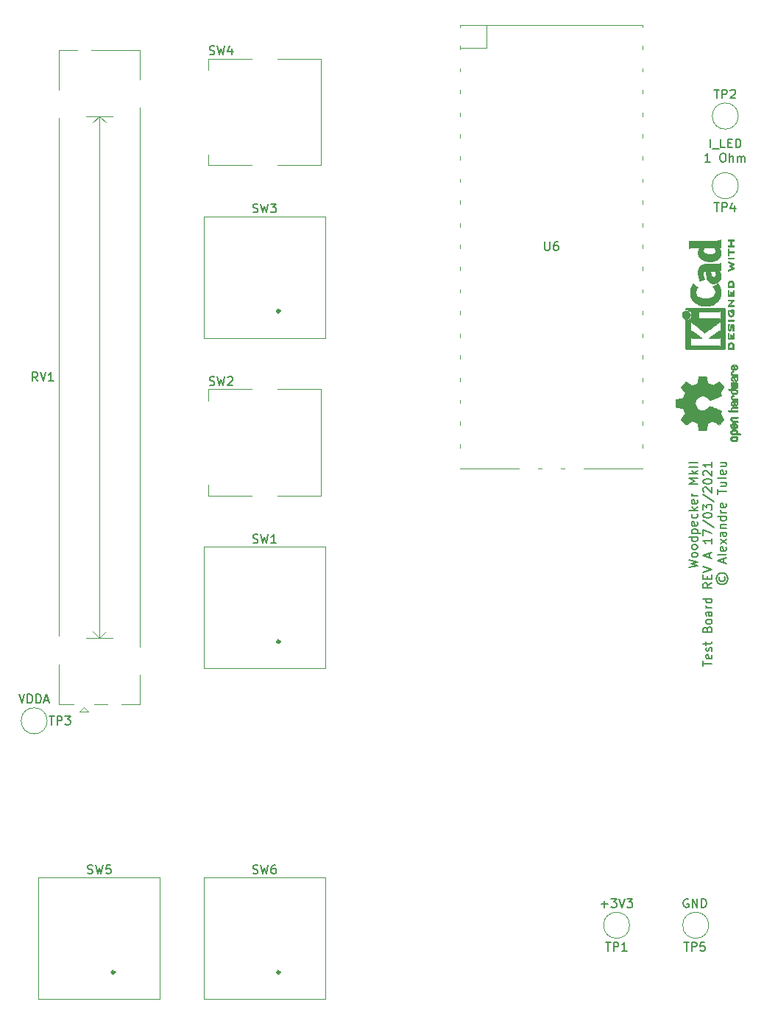
<source format=gto>
%TF.GenerationSoftware,KiCad,Pcbnew,5.1.9-73d0e3b20d~88~ubuntu20.04.1*%
%TF.CreationDate,2021-03-17T19:49:15+01:00*%
%TF.ProjectId,TestBoard,54657374-426f-4617-9264-2e6b69636164,rev?*%
%TF.SameCoordinates,Original*%
%TF.FileFunction,Legend,Top*%
%TF.FilePolarity,Positive*%
%FSLAX46Y46*%
G04 Gerber Fmt 4.6, Leading zero omitted, Abs format (unit mm)*
G04 Created by KiCad (PCBNEW 5.1.9-73d0e3b20d~88~ubuntu20.04.1) date 2021-03-17 19:49:15*
%MOMM*%
%LPD*%
G01*
G04 APERTURE LIST*
%ADD10C,0.150000*%
%ADD11C,0.010000*%
%ADD12C,0.120000*%
%ADD13C,0.300000*%
%ADD14R,1.700000X3.500000*%
%ADD15O,1.500000X1.500000*%
%ADD16O,1.800000X1.800000*%
%ADD17R,3.500000X1.700000*%
%ADD18O,1.600000X1.600000*%
%ADD19R,1.600000X1.600000*%
%ADD20C,5.600000*%
%ADD21C,2.000000*%
%ADD22R,0.800000X0.650000*%
%ADD23C,1.700000*%
%ADD24C,4.000000*%
%ADD25C,2.200000*%
%ADD26O,2.800000X2.700000*%
%ADD27C,1.800000*%
%ADD28C,2.700000*%
%ADD29C,1.750000*%
%ADD30R,1.750000X1.750000*%
G04 APERTURE END LIST*
D10*
X142802380Y-132383214D02*
X143802380Y-132145119D01*
X143088095Y-131954642D01*
X143802380Y-131764166D01*
X142802380Y-131526071D01*
X143802380Y-131002261D02*
X143754761Y-131097500D01*
X143707142Y-131145119D01*
X143611904Y-131192738D01*
X143326190Y-131192738D01*
X143230952Y-131145119D01*
X143183333Y-131097500D01*
X143135714Y-131002261D01*
X143135714Y-130859404D01*
X143183333Y-130764166D01*
X143230952Y-130716547D01*
X143326190Y-130668928D01*
X143611904Y-130668928D01*
X143707142Y-130716547D01*
X143754761Y-130764166D01*
X143802380Y-130859404D01*
X143802380Y-131002261D01*
X143802380Y-130097500D02*
X143754761Y-130192738D01*
X143707142Y-130240357D01*
X143611904Y-130287976D01*
X143326190Y-130287976D01*
X143230952Y-130240357D01*
X143183333Y-130192738D01*
X143135714Y-130097500D01*
X143135714Y-129954642D01*
X143183333Y-129859404D01*
X143230952Y-129811785D01*
X143326190Y-129764166D01*
X143611904Y-129764166D01*
X143707142Y-129811785D01*
X143754761Y-129859404D01*
X143802380Y-129954642D01*
X143802380Y-130097500D01*
X143802380Y-128907023D02*
X142802380Y-128907023D01*
X143754761Y-128907023D02*
X143802380Y-129002261D01*
X143802380Y-129192738D01*
X143754761Y-129287976D01*
X143707142Y-129335595D01*
X143611904Y-129383214D01*
X143326190Y-129383214D01*
X143230952Y-129335595D01*
X143183333Y-129287976D01*
X143135714Y-129192738D01*
X143135714Y-129002261D01*
X143183333Y-128907023D01*
X143135714Y-128430833D02*
X144135714Y-128430833D01*
X143183333Y-128430833D02*
X143135714Y-128335595D01*
X143135714Y-128145119D01*
X143183333Y-128049880D01*
X143230952Y-128002261D01*
X143326190Y-127954642D01*
X143611904Y-127954642D01*
X143707142Y-128002261D01*
X143754761Y-128049880D01*
X143802380Y-128145119D01*
X143802380Y-128335595D01*
X143754761Y-128430833D01*
X143754761Y-127145119D02*
X143802380Y-127240357D01*
X143802380Y-127430833D01*
X143754761Y-127526071D01*
X143659523Y-127573690D01*
X143278571Y-127573690D01*
X143183333Y-127526071D01*
X143135714Y-127430833D01*
X143135714Y-127240357D01*
X143183333Y-127145119D01*
X143278571Y-127097500D01*
X143373809Y-127097500D01*
X143469047Y-127573690D01*
X143754761Y-126240357D02*
X143802380Y-126335595D01*
X143802380Y-126526071D01*
X143754761Y-126621309D01*
X143707142Y-126668928D01*
X143611904Y-126716547D01*
X143326190Y-126716547D01*
X143230952Y-126668928D01*
X143183333Y-126621309D01*
X143135714Y-126526071D01*
X143135714Y-126335595D01*
X143183333Y-126240357D01*
X143802380Y-125811785D02*
X142802380Y-125811785D01*
X143421428Y-125716547D02*
X143802380Y-125430833D01*
X143135714Y-125430833D02*
X143516666Y-125811785D01*
X143754761Y-124621309D02*
X143802380Y-124716547D01*
X143802380Y-124907023D01*
X143754761Y-125002261D01*
X143659523Y-125049880D01*
X143278571Y-125049880D01*
X143183333Y-125002261D01*
X143135714Y-124907023D01*
X143135714Y-124716547D01*
X143183333Y-124621309D01*
X143278571Y-124573690D01*
X143373809Y-124573690D01*
X143469047Y-125049880D01*
X143802380Y-124145119D02*
X143135714Y-124145119D01*
X143326190Y-124145119D02*
X143230952Y-124097500D01*
X143183333Y-124049880D01*
X143135714Y-123954642D01*
X143135714Y-123859404D01*
X143802380Y-122764166D02*
X142802380Y-122764166D01*
X143516666Y-122430833D01*
X142802380Y-122097500D01*
X143802380Y-122097500D01*
X143802380Y-121621309D02*
X142802380Y-121621309D01*
X143421428Y-121526071D02*
X143802380Y-121240357D01*
X143135714Y-121240357D02*
X143516666Y-121621309D01*
X143802380Y-120811785D02*
X142802380Y-120811785D01*
X143802380Y-120335595D02*
X142802380Y-120335595D01*
X144452380Y-143716547D02*
X144452380Y-143145119D01*
X145452380Y-143430833D02*
X144452380Y-143430833D01*
X145404761Y-142430833D02*
X145452380Y-142526071D01*
X145452380Y-142716547D01*
X145404761Y-142811785D01*
X145309523Y-142859404D01*
X144928571Y-142859404D01*
X144833333Y-142811785D01*
X144785714Y-142716547D01*
X144785714Y-142526071D01*
X144833333Y-142430833D01*
X144928571Y-142383214D01*
X145023809Y-142383214D01*
X145119047Y-142859404D01*
X145404761Y-142002261D02*
X145452380Y-141907023D01*
X145452380Y-141716547D01*
X145404761Y-141621309D01*
X145309523Y-141573690D01*
X145261904Y-141573690D01*
X145166666Y-141621309D01*
X145119047Y-141716547D01*
X145119047Y-141859404D01*
X145071428Y-141954642D01*
X144976190Y-142002261D01*
X144928571Y-142002261D01*
X144833333Y-141954642D01*
X144785714Y-141859404D01*
X144785714Y-141716547D01*
X144833333Y-141621309D01*
X144785714Y-141287976D02*
X144785714Y-140907023D01*
X144452380Y-141145119D02*
X145309523Y-141145119D01*
X145404761Y-141097500D01*
X145452380Y-141002261D01*
X145452380Y-140907023D01*
X144928571Y-139478452D02*
X144976190Y-139335595D01*
X145023809Y-139287976D01*
X145119047Y-139240357D01*
X145261904Y-139240357D01*
X145357142Y-139287976D01*
X145404761Y-139335595D01*
X145452380Y-139430833D01*
X145452380Y-139811785D01*
X144452380Y-139811785D01*
X144452380Y-139478452D01*
X144500000Y-139383214D01*
X144547619Y-139335595D01*
X144642857Y-139287976D01*
X144738095Y-139287976D01*
X144833333Y-139335595D01*
X144880952Y-139383214D01*
X144928571Y-139478452D01*
X144928571Y-139811785D01*
X145452380Y-138668928D02*
X145404761Y-138764166D01*
X145357142Y-138811785D01*
X145261904Y-138859404D01*
X144976190Y-138859404D01*
X144880952Y-138811785D01*
X144833333Y-138764166D01*
X144785714Y-138668928D01*
X144785714Y-138526071D01*
X144833333Y-138430833D01*
X144880952Y-138383214D01*
X144976190Y-138335595D01*
X145261904Y-138335595D01*
X145357142Y-138383214D01*
X145404761Y-138430833D01*
X145452380Y-138526071D01*
X145452380Y-138668928D01*
X145452380Y-137478452D02*
X144928571Y-137478452D01*
X144833333Y-137526071D01*
X144785714Y-137621309D01*
X144785714Y-137811785D01*
X144833333Y-137907023D01*
X145404761Y-137478452D02*
X145452380Y-137573690D01*
X145452380Y-137811785D01*
X145404761Y-137907023D01*
X145309523Y-137954642D01*
X145214285Y-137954642D01*
X145119047Y-137907023D01*
X145071428Y-137811785D01*
X145071428Y-137573690D01*
X145023809Y-137478452D01*
X145452380Y-137002261D02*
X144785714Y-137002261D01*
X144976190Y-137002261D02*
X144880952Y-136954642D01*
X144833333Y-136907023D01*
X144785714Y-136811785D01*
X144785714Y-136716547D01*
X145452380Y-135954642D02*
X144452380Y-135954642D01*
X145404761Y-135954642D02*
X145452380Y-136049880D01*
X145452380Y-136240357D01*
X145404761Y-136335595D01*
X145357142Y-136383214D01*
X145261904Y-136430833D01*
X144976190Y-136430833D01*
X144880952Y-136383214D01*
X144833333Y-136335595D01*
X144785714Y-136240357D01*
X144785714Y-136049880D01*
X144833333Y-135954642D01*
X145452380Y-134145119D02*
X144976190Y-134478452D01*
X145452380Y-134716547D02*
X144452380Y-134716547D01*
X144452380Y-134335595D01*
X144500000Y-134240357D01*
X144547619Y-134192738D01*
X144642857Y-134145119D01*
X144785714Y-134145119D01*
X144880952Y-134192738D01*
X144928571Y-134240357D01*
X144976190Y-134335595D01*
X144976190Y-134716547D01*
X144928571Y-133716547D02*
X144928571Y-133383214D01*
X145452380Y-133240357D02*
X145452380Y-133716547D01*
X144452380Y-133716547D01*
X144452380Y-133240357D01*
X144452380Y-132954642D02*
X145452380Y-132621309D01*
X144452380Y-132287976D01*
X145166666Y-131240357D02*
X145166666Y-130764166D01*
X145452380Y-131335595D02*
X144452380Y-131002261D01*
X145452380Y-130668928D01*
X145452380Y-129049880D02*
X145452380Y-129621309D01*
X145452380Y-129335595D02*
X144452380Y-129335595D01*
X144595238Y-129430833D01*
X144690476Y-129526071D01*
X144738095Y-129621309D01*
X144452380Y-128716547D02*
X144452380Y-128049880D01*
X145452380Y-128478452D01*
X144404761Y-126954642D02*
X145690476Y-127811785D01*
X144452380Y-126430833D02*
X144452380Y-126335595D01*
X144500000Y-126240357D01*
X144547619Y-126192738D01*
X144642857Y-126145119D01*
X144833333Y-126097500D01*
X145071428Y-126097500D01*
X145261904Y-126145119D01*
X145357142Y-126192738D01*
X145404761Y-126240357D01*
X145452380Y-126335595D01*
X145452380Y-126430833D01*
X145404761Y-126526071D01*
X145357142Y-126573690D01*
X145261904Y-126621309D01*
X145071428Y-126668928D01*
X144833333Y-126668928D01*
X144642857Y-126621309D01*
X144547619Y-126573690D01*
X144500000Y-126526071D01*
X144452380Y-126430833D01*
X144452380Y-125764166D02*
X144452380Y-125145119D01*
X144833333Y-125478452D01*
X144833333Y-125335595D01*
X144880952Y-125240357D01*
X144928571Y-125192738D01*
X145023809Y-125145119D01*
X145261904Y-125145119D01*
X145357142Y-125192738D01*
X145404761Y-125240357D01*
X145452380Y-125335595D01*
X145452380Y-125621309D01*
X145404761Y-125716547D01*
X145357142Y-125764166D01*
X144404761Y-124002261D02*
X145690476Y-124859404D01*
X144547619Y-123716547D02*
X144500000Y-123668928D01*
X144452380Y-123573690D01*
X144452380Y-123335595D01*
X144500000Y-123240357D01*
X144547619Y-123192738D01*
X144642857Y-123145119D01*
X144738095Y-123145119D01*
X144880952Y-123192738D01*
X145452380Y-123764166D01*
X145452380Y-123145119D01*
X144452380Y-122526071D02*
X144452380Y-122430833D01*
X144500000Y-122335595D01*
X144547619Y-122287976D01*
X144642857Y-122240357D01*
X144833333Y-122192738D01*
X145071428Y-122192738D01*
X145261904Y-122240357D01*
X145357142Y-122287976D01*
X145404761Y-122335595D01*
X145452380Y-122430833D01*
X145452380Y-122526071D01*
X145404761Y-122621309D01*
X145357142Y-122668928D01*
X145261904Y-122716547D01*
X145071428Y-122764166D01*
X144833333Y-122764166D01*
X144642857Y-122716547D01*
X144547619Y-122668928D01*
X144500000Y-122621309D01*
X144452380Y-122526071D01*
X144547619Y-121811785D02*
X144500000Y-121764166D01*
X144452380Y-121668928D01*
X144452380Y-121430833D01*
X144500000Y-121335595D01*
X144547619Y-121287976D01*
X144642857Y-121240357D01*
X144738095Y-121240357D01*
X144880952Y-121287976D01*
X145452380Y-121859404D01*
X145452380Y-121240357D01*
X145452380Y-120287976D02*
X145452380Y-120859404D01*
X145452380Y-120573690D02*
X144452380Y-120573690D01*
X144595238Y-120668928D01*
X144690476Y-120764166D01*
X144738095Y-120859404D01*
X146340476Y-133478452D02*
X146292857Y-133573690D01*
X146292857Y-133764166D01*
X146340476Y-133859404D01*
X146435714Y-133954642D01*
X146530952Y-134002261D01*
X146721428Y-134002261D01*
X146816666Y-133954642D01*
X146911904Y-133859404D01*
X146959523Y-133764166D01*
X146959523Y-133573690D01*
X146911904Y-133478452D01*
X145959523Y-133668928D02*
X146007142Y-133907023D01*
X146150000Y-134145119D01*
X146388095Y-134287976D01*
X146626190Y-134335595D01*
X146864285Y-134287976D01*
X147102380Y-134145119D01*
X147245238Y-133907023D01*
X147292857Y-133668928D01*
X147245238Y-133430833D01*
X147102380Y-133192738D01*
X146864285Y-133049880D01*
X146626190Y-133002261D01*
X146388095Y-133049880D01*
X146150000Y-133192738D01*
X146007142Y-133430833D01*
X145959523Y-133668928D01*
X146816666Y-131859404D02*
X146816666Y-131383214D01*
X147102380Y-131954642D02*
X146102380Y-131621309D01*
X147102380Y-131287976D01*
X147102380Y-130811785D02*
X147054761Y-130907023D01*
X146959523Y-130954642D01*
X146102380Y-130954642D01*
X147054761Y-130049880D02*
X147102380Y-130145119D01*
X147102380Y-130335595D01*
X147054761Y-130430833D01*
X146959523Y-130478452D01*
X146578571Y-130478452D01*
X146483333Y-130430833D01*
X146435714Y-130335595D01*
X146435714Y-130145119D01*
X146483333Y-130049880D01*
X146578571Y-130002261D01*
X146673809Y-130002261D01*
X146769047Y-130478452D01*
X147102380Y-129668928D02*
X146435714Y-129145119D01*
X146435714Y-129668928D02*
X147102380Y-129145119D01*
X147102380Y-128335595D02*
X146578571Y-128335595D01*
X146483333Y-128383214D01*
X146435714Y-128478452D01*
X146435714Y-128668928D01*
X146483333Y-128764166D01*
X147054761Y-128335595D02*
X147102380Y-128430833D01*
X147102380Y-128668928D01*
X147054761Y-128764166D01*
X146959523Y-128811785D01*
X146864285Y-128811785D01*
X146769047Y-128764166D01*
X146721428Y-128668928D01*
X146721428Y-128430833D01*
X146673809Y-128335595D01*
X146435714Y-127859404D02*
X147102380Y-127859404D01*
X146530952Y-127859404D02*
X146483333Y-127811785D01*
X146435714Y-127716547D01*
X146435714Y-127573690D01*
X146483333Y-127478452D01*
X146578571Y-127430833D01*
X147102380Y-127430833D01*
X147102380Y-126526071D02*
X146102380Y-126526071D01*
X147054761Y-126526071D02*
X147102380Y-126621309D01*
X147102380Y-126811785D01*
X147054761Y-126907023D01*
X147007142Y-126954642D01*
X146911904Y-127002261D01*
X146626190Y-127002261D01*
X146530952Y-126954642D01*
X146483333Y-126907023D01*
X146435714Y-126811785D01*
X146435714Y-126621309D01*
X146483333Y-126526071D01*
X147102380Y-126049880D02*
X146435714Y-126049880D01*
X146626190Y-126049880D02*
X146530952Y-126002261D01*
X146483333Y-125954642D01*
X146435714Y-125859404D01*
X146435714Y-125764166D01*
X147054761Y-125049880D02*
X147102380Y-125145119D01*
X147102380Y-125335595D01*
X147054761Y-125430833D01*
X146959523Y-125478452D01*
X146578571Y-125478452D01*
X146483333Y-125430833D01*
X146435714Y-125335595D01*
X146435714Y-125145119D01*
X146483333Y-125049880D01*
X146578571Y-125002261D01*
X146673809Y-125002261D01*
X146769047Y-125478452D01*
X146102380Y-123954642D02*
X146102380Y-123383214D01*
X147102380Y-123668928D02*
X146102380Y-123668928D01*
X146435714Y-122621309D02*
X147102380Y-122621309D01*
X146435714Y-123049880D02*
X146959523Y-123049880D01*
X147054761Y-123002261D01*
X147102380Y-122907023D01*
X147102380Y-122764166D01*
X147054761Y-122668928D01*
X147007142Y-122621309D01*
X147102380Y-122002261D02*
X147054761Y-122097500D01*
X146959523Y-122145119D01*
X146102380Y-122145119D01*
X147054761Y-121240357D02*
X147102380Y-121335595D01*
X147102380Y-121526071D01*
X147054761Y-121621309D01*
X146959523Y-121668928D01*
X146578571Y-121668928D01*
X146483333Y-121621309D01*
X146435714Y-121526071D01*
X146435714Y-121335595D01*
X146483333Y-121240357D01*
X146578571Y-121192738D01*
X146673809Y-121192738D01*
X146769047Y-121668928D01*
X146435714Y-120335595D02*
X147102380Y-120335595D01*
X146435714Y-120764166D02*
X146959523Y-120764166D01*
X147054761Y-120716547D01*
X147102380Y-120621309D01*
X147102380Y-120478452D01*
X147054761Y-120383214D01*
X147007142Y-120335595D01*
X145261904Y-84127380D02*
X145261904Y-83127380D01*
X145500000Y-84222619D02*
X146261904Y-84222619D01*
X146976190Y-84127380D02*
X146500000Y-84127380D01*
X146500000Y-83127380D01*
X147309523Y-83603571D02*
X147642857Y-83603571D01*
X147785714Y-84127380D02*
X147309523Y-84127380D01*
X147309523Y-83127380D01*
X147785714Y-83127380D01*
X148214285Y-84127380D02*
X148214285Y-83127380D01*
X148452380Y-83127380D01*
X148595238Y-83175000D01*
X148690476Y-83270238D01*
X148738095Y-83365476D01*
X148785714Y-83555952D01*
X148785714Y-83698809D01*
X148738095Y-83889285D01*
X148690476Y-83984523D01*
X148595238Y-84079761D01*
X148452380Y-84127380D01*
X148214285Y-84127380D01*
X145261904Y-85777380D02*
X144690476Y-85777380D01*
X144976190Y-85777380D02*
X144976190Y-84777380D01*
X144880952Y-84920238D01*
X144785714Y-85015476D01*
X144690476Y-85063095D01*
X146642857Y-84777380D02*
X146833333Y-84777380D01*
X146928571Y-84825000D01*
X147023809Y-84920238D01*
X147071428Y-85110714D01*
X147071428Y-85444047D01*
X147023809Y-85634523D01*
X146928571Y-85729761D01*
X146833333Y-85777380D01*
X146642857Y-85777380D01*
X146547619Y-85729761D01*
X146452380Y-85634523D01*
X146404761Y-85444047D01*
X146404761Y-85110714D01*
X146452380Y-84920238D01*
X146547619Y-84825000D01*
X146642857Y-84777380D01*
X147500000Y-85777380D02*
X147500000Y-84777380D01*
X147928571Y-85777380D02*
X147928571Y-85253571D01*
X147880952Y-85158333D01*
X147785714Y-85110714D01*
X147642857Y-85110714D01*
X147547619Y-85158333D01*
X147500000Y-85205952D01*
X148404761Y-85777380D02*
X148404761Y-85110714D01*
X148404761Y-85205952D02*
X148452380Y-85158333D01*
X148547619Y-85110714D01*
X148690476Y-85110714D01*
X148785714Y-85158333D01*
X148833333Y-85253571D01*
X148833333Y-85777380D01*
X148833333Y-85253571D02*
X148880952Y-85158333D01*
X148976190Y-85110714D01*
X149119047Y-85110714D01*
X149214285Y-85158333D01*
X149261904Y-85253571D01*
X149261904Y-85777380D01*
X65738095Y-146952380D02*
X66071428Y-147952380D01*
X66404761Y-146952380D01*
X66738095Y-147952380D02*
X66738095Y-146952380D01*
X66976190Y-146952380D01*
X67119047Y-147000000D01*
X67214285Y-147095238D01*
X67261904Y-147190476D01*
X67309523Y-147380952D01*
X67309523Y-147523809D01*
X67261904Y-147714285D01*
X67214285Y-147809523D01*
X67119047Y-147904761D01*
X66976190Y-147952380D01*
X66738095Y-147952380D01*
X67738095Y-147952380D02*
X67738095Y-146952380D01*
X67976190Y-146952380D01*
X68119047Y-147000000D01*
X68214285Y-147095238D01*
X68261904Y-147190476D01*
X68309523Y-147380952D01*
X68309523Y-147523809D01*
X68261904Y-147714285D01*
X68214285Y-147809523D01*
X68119047Y-147904761D01*
X67976190Y-147952380D01*
X67738095Y-147952380D01*
X68690476Y-147666666D02*
X69166666Y-147666666D01*
X68595238Y-147952380D02*
X68928571Y-146952380D01*
X69261904Y-147952380D01*
X142738095Y-170500000D02*
X142642857Y-170452380D01*
X142500000Y-170452380D01*
X142357142Y-170500000D01*
X142261904Y-170595238D01*
X142214285Y-170690476D01*
X142166666Y-170880952D01*
X142166666Y-171023809D01*
X142214285Y-171214285D01*
X142261904Y-171309523D01*
X142357142Y-171404761D01*
X142500000Y-171452380D01*
X142595238Y-171452380D01*
X142738095Y-171404761D01*
X142785714Y-171357142D01*
X142785714Y-171023809D01*
X142595238Y-171023809D01*
X143214285Y-171452380D02*
X143214285Y-170452380D01*
X143785714Y-171452380D01*
X143785714Y-170452380D01*
X144261904Y-171452380D02*
X144261904Y-170452380D01*
X144500000Y-170452380D01*
X144642857Y-170500000D01*
X144738095Y-170595238D01*
X144785714Y-170690476D01*
X144833333Y-170880952D01*
X144833333Y-171023809D01*
X144785714Y-171214285D01*
X144738095Y-171309523D01*
X144642857Y-171404761D01*
X144500000Y-171452380D01*
X144261904Y-171452380D01*
X132738095Y-171071428D02*
X133500000Y-171071428D01*
X133119047Y-171452380D02*
X133119047Y-170690476D01*
X133880952Y-170452380D02*
X134500000Y-170452380D01*
X134166666Y-170833333D01*
X134309523Y-170833333D01*
X134404761Y-170880952D01*
X134452380Y-170928571D01*
X134500000Y-171023809D01*
X134500000Y-171261904D01*
X134452380Y-171357142D01*
X134404761Y-171404761D01*
X134309523Y-171452380D01*
X134023809Y-171452380D01*
X133928571Y-171404761D01*
X133880952Y-171357142D01*
X134785714Y-170452380D02*
X135119047Y-171452380D01*
X135452380Y-170452380D01*
X135690476Y-170452380D02*
X136309523Y-170452380D01*
X135976190Y-170833333D01*
X136119047Y-170833333D01*
X136214285Y-170880952D01*
X136261904Y-170928571D01*
X136309523Y-171023809D01*
X136309523Y-171261904D01*
X136261904Y-171357142D01*
X136214285Y-171404761D01*
X136119047Y-171452380D01*
X135833333Y-171452380D01*
X135738095Y-171404761D01*
X135690476Y-171357142D01*
D11*
%TO.C,REF\u002A\u002A*%
G36*
X141287776Y-113360122D02*
G01*
X141288355Y-113254388D01*
X141289922Y-113177868D01*
X141292972Y-113125628D01*
X141297996Y-113092737D01*
X141305489Y-113074263D01*
X141315944Y-113065273D01*
X141329853Y-113060837D01*
X141331654Y-113060406D01*
X141364145Y-113053667D01*
X141428252Y-113041192D01*
X141517151Y-113024281D01*
X141624019Y-113004229D01*
X141742033Y-112982336D01*
X141746178Y-112981571D01*
X141861831Y-112959641D01*
X141964014Y-112939123D01*
X142046598Y-112921341D01*
X142103456Y-112907619D01*
X142128458Y-112899282D01*
X142128901Y-112898884D01*
X142141110Y-112874323D01*
X142161456Y-112823685D01*
X142185545Y-112757905D01*
X142185674Y-112757539D01*
X142216818Y-112674683D01*
X142256491Y-112577000D01*
X142296381Y-112484923D01*
X142298353Y-112480566D01*
X142366420Y-112330593D01*
X142139639Y-111998502D01*
X142070504Y-111896626D01*
X142008697Y-111804343D01*
X141957733Y-111726997D01*
X141921127Y-111669936D01*
X141902394Y-111638505D01*
X141901004Y-111635521D01*
X141907190Y-111612679D01*
X141937035Y-111570018D01*
X141991947Y-111505872D01*
X142073334Y-111418579D01*
X142159922Y-111329465D01*
X142245247Y-111243559D01*
X142323108Y-111166673D01*
X142388697Y-111103436D01*
X142437205Y-111058477D01*
X142463825Y-111036424D01*
X142465195Y-111035604D01*
X142483463Y-111033166D01*
X142513295Y-111042350D01*
X142558721Y-111065426D01*
X142623770Y-111104663D01*
X142712470Y-111162330D01*
X142826657Y-111239205D01*
X142927162Y-111307430D01*
X143017303Y-111368418D01*
X143091849Y-111418644D01*
X143145565Y-111454584D01*
X143173218Y-111472713D01*
X143175095Y-111473854D01*
X143201590Y-111471641D01*
X143253086Y-111454862D01*
X143319851Y-111426858D01*
X143341172Y-111416878D01*
X143436159Y-111373328D01*
X143543937Y-111326866D01*
X143637192Y-111289123D01*
X143706406Y-111261927D01*
X143759006Y-111240325D01*
X143786497Y-111227842D01*
X143788616Y-111226291D01*
X143792124Y-111203332D01*
X143801738Y-111149214D01*
X143816089Y-111071132D01*
X143833807Y-110976281D01*
X143853525Y-110871857D01*
X143873874Y-110765056D01*
X143893486Y-110663074D01*
X143910991Y-110573106D01*
X143925022Y-110502347D01*
X143934209Y-110457994D01*
X143936807Y-110447115D01*
X143943218Y-110435878D01*
X143957697Y-110427395D01*
X143985133Y-110421286D01*
X144030411Y-110417168D01*
X144098420Y-110414659D01*
X144194047Y-110413379D01*
X144322180Y-110412946D01*
X144374701Y-110412923D01*
X144801845Y-110412923D01*
X144822091Y-110515500D01*
X144833070Y-110572569D01*
X144849095Y-110657731D01*
X144868233Y-110760628D01*
X144888551Y-110870904D01*
X144894132Y-110901385D01*
X144913917Y-111003145D01*
X144933373Y-111091795D01*
X144950697Y-111159892D01*
X144964088Y-111199996D01*
X144968079Y-111206677D01*
X144996342Y-111223081D01*
X145051109Y-111246601D01*
X145121588Y-111272684D01*
X145136769Y-111277858D01*
X145230896Y-111312044D01*
X145337101Y-111354477D01*
X145432473Y-111396003D01*
X145432916Y-111396208D01*
X145582525Y-111465360D01*
X146251617Y-111010488D01*
X146544116Y-111302500D01*
X146631170Y-111390820D01*
X146707909Y-111471375D01*
X146770237Y-111539640D01*
X146814056Y-111591092D01*
X146835270Y-111621206D01*
X146836616Y-111625526D01*
X146826016Y-111650889D01*
X146796547Y-111702642D01*
X146751705Y-111775132D01*
X146694984Y-111862706D01*
X146631462Y-111957388D01*
X146566668Y-112053484D01*
X146510287Y-112139163D01*
X146465788Y-112208984D01*
X146436639Y-112257506D01*
X146426308Y-112279218D01*
X146435050Y-112305707D01*
X146458087Y-112355938D01*
X146490631Y-112419549D01*
X146494249Y-112426292D01*
X146537210Y-112511954D01*
X146558279Y-112570694D01*
X146558503Y-112607228D01*
X146538928Y-112626269D01*
X146538654Y-112626380D01*
X146515472Y-112635898D01*
X146460441Y-112658597D01*
X146377822Y-112692718D01*
X146271872Y-112736500D01*
X146146852Y-112788184D01*
X146007020Y-112846008D01*
X145871637Y-112902009D01*
X145722234Y-112963553D01*
X145583832Y-113020061D01*
X145460673Y-113069839D01*
X145357002Y-113111194D01*
X145277059Y-113142432D01*
X145225088Y-113161859D01*
X145205692Y-113167846D01*
X145183443Y-113152832D01*
X145147982Y-113113561D01*
X145108887Y-113061193D01*
X144985245Y-112912059D01*
X144843522Y-112795489D01*
X144686704Y-112712882D01*
X144517775Y-112665634D01*
X144339722Y-112655143D01*
X144257539Y-112662769D01*
X144087031Y-112704318D01*
X143936459Y-112775877D01*
X143807309Y-112873005D01*
X143701064Y-112991266D01*
X143619210Y-113126220D01*
X143563232Y-113273429D01*
X143534615Y-113428456D01*
X143534844Y-113586861D01*
X143565405Y-113744206D01*
X143627782Y-113896054D01*
X143723460Y-114037965D01*
X143777572Y-114097197D01*
X143916520Y-114210797D01*
X144068361Y-114289894D01*
X144228667Y-114335014D01*
X144393012Y-114346684D01*
X144556971Y-114325431D01*
X144716118Y-114271780D01*
X144866025Y-114186260D01*
X145002267Y-114069395D01*
X145108887Y-113938807D01*
X145149642Y-113884412D01*
X145184718Y-113845986D01*
X145205726Y-113832154D01*
X145228635Y-113839397D01*
X145283365Y-113859995D01*
X145365672Y-113892254D01*
X145471315Y-113934479D01*
X145596050Y-113984977D01*
X145735636Y-114042052D01*
X145871670Y-114098146D01*
X146021201Y-114160033D01*
X146159767Y-114217356D01*
X146283107Y-114268356D01*
X146386964Y-114311273D01*
X146467080Y-114344347D01*
X146519195Y-114365819D01*
X146538654Y-114373775D01*
X146558423Y-114392571D01*
X146558365Y-114428926D01*
X146537441Y-114487521D01*
X146494613Y-114573032D01*
X146494249Y-114573708D01*
X146461012Y-114638093D01*
X146436802Y-114690139D01*
X146426404Y-114719488D01*
X146426308Y-114720783D01*
X146436855Y-114742876D01*
X146466184Y-114791652D01*
X146510827Y-114861669D01*
X146567314Y-114947486D01*
X146631462Y-115042612D01*
X146696411Y-115139460D01*
X146752896Y-115226747D01*
X146797421Y-115298819D01*
X146826490Y-115350023D01*
X146836616Y-115374474D01*
X146823307Y-115396990D01*
X146786112Y-115442258D01*
X146729128Y-115505756D01*
X146656449Y-115582961D01*
X146572171Y-115669349D01*
X146544016Y-115697601D01*
X146251416Y-115989713D01*
X145925104Y-115767369D01*
X145824897Y-115699798D01*
X145734963Y-115640493D01*
X145660510Y-115592783D01*
X145606751Y-115559993D01*
X145578894Y-115545452D01*
X145576912Y-115545026D01*
X145550655Y-115552692D01*
X145497837Y-115573311D01*
X145427310Y-115603315D01*
X145380093Y-115624375D01*
X145289694Y-115663752D01*
X145198366Y-115700835D01*
X145121200Y-115729585D01*
X145097692Y-115737395D01*
X145034916Y-115759583D01*
X144986411Y-115781273D01*
X144968079Y-115793187D01*
X144956859Y-115819477D01*
X144940954Y-115876858D01*
X144922167Y-115957882D01*
X144902299Y-116055105D01*
X144894132Y-116098615D01*
X144873829Y-116209104D01*
X144854170Y-116315084D01*
X144837088Y-116406199D01*
X144824518Y-116472092D01*
X144822091Y-116484500D01*
X144801845Y-116587077D01*
X144374701Y-116587077D01*
X144234246Y-116586847D01*
X144127979Y-116585901D01*
X144051013Y-116583859D01*
X143998460Y-116580338D01*
X143965433Y-116574957D01*
X143947045Y-116567334D01*
X143938408Y-116557088D01*
X143936807Y-116552885D01*
X143931127Y-116527530D01*
X143919795Y-116471516D01*
X143904179Y-116392036D01*
X143885647Y-116296288D01*
X143865569Y-116191467D01*
X143845312Y-116084768D01*
X143826246Y-115983387D01*
X143809739Y-115894521D01*
X143797159Y-115825363D01*
X143789875Y-115783111D01*
X143788616Y-115773710D01*
X143771763Y-115765193D01*
X143726870Y-115746340D01*
X143662430Y-115720676D01*
X143637192Y-115710877D01*
X143539686Y-115671352D01*
X143431959Y-115624808D01*
X143341172Y-115583123D01*
X143271753Y-115552450D01*
X143214710Y-115532044D01*
X143179777Y-115525232D01*
X143175095Y-115526318D01*
X143152991Y-115540715D01*
X143103831Y-115573588D01*
X143032848Y-115621410D01*
X142945278Y-115680652D01*
X142846357Y-115747785D01*
X142826830Y-115761059D01*
X142711140Y-115838954D01*
X142623044Y-115896213D01*
X142558486Y-115935119D01*
X142513411Y-115957956D01*
X142483763Y-115967006D01*
X142465485Y-115964552D01*
X142465369Y-115964489D01*
X142441361Y-115945173D01*
X142394947Y-115902449D01*
X142330937Y-115840949D01*
X142254145Y-115765302D01*
X142169382Y-115680139D01*
X142159922Y-115670535D01*
X142055989Y-115563210D01*
X141979675Y-115480385D01*
X141929571Y-115420395D01*
X141904270Y-115381577D01*
X141901004Y-115364480D01*
X141915250Y-115339527D01*
X141948156Y-115287745D01*
X141996208Y-115214480D01*
X142055890Y-115125080D01*
X142123688Y-115024889D01*
X142139639Y-115001499D01*
X142366420Y-114669407D01*
X142298353Y-114519435D01*
X142258685Y-114428230D01*
X142218791Y-114330331D01*
X142186983Y-114246169D01*
X142185674Y-114242462D01*
X142161576Y-114176631D01*
X142141200Y-114125884D01*
X142128936Y-114101158D01*
X142128901Y-114101116D01*
X142106734Y-114093271D01*
X142052217Y-114079934D01*
X141971480Y-114062430D01*
X141870650Y-114042083D01*
X141755856Y-114020218D01*
X141746178Y-114018429D01*
X141627904Y-113996496D01*
X141520542Y-113976360D01*
X141430917Y-113959320D01*
X141365851Y-113946672D01*
X141332168Y-113939716D01*
X141331654Y-113939594D01*
X141317325Y-113935361D01*
X141306507Y-113927129D01*
X141298706Y-113909967D01*
X141293429Y-113878942D01*
X141290182Y-113829122D01*
X141288472Y-113755576D01*
X141287807Y-113653371D01*
X141287693Y-113517575D01*
X141287692Y-113500000D01*
X141287776Y-113360122D01*
G37*
X141287776Y-113360122D02*
X141288355Y-113254388D01*
X141289922Y-113177868D01*
X141292972Y-113125628D01*
X141297996Y-113092737D01*
X141305489Y-113074263D01*
X141315944Y-113065273D01*
X141329853Y-113060837D01*
X141331654Y-113060406D01*
X141364145Y-113053667D01*
X141428252Y-113041192D01*
X141517151Y-113024281D01*
X141624019Y-113004229D01*
X141742033Y-112982336D01*
X141746178Y-112981571D01*
X141861831Y-112959641D01*
X141964014Y-112939123D01*
X142046598Y-112921341D01*
X142103456Y-112907619D01*
X142128458Y-112899282D01*
X142128901Y-112898884D01*
X142141110Y-112874323D01*
X142161456Y-112823685D01*
X142185545Y-112757905D01*
X142185674Y-112757539D01*
X142216818Y-112674683D01*
X142256491Y-112577000D01*
X142296381Y-112484923D01*
X142298353Y-112480566D01*
X142366420Y-112330593D01*
X142139639Y-111998502D01*
X142070504Y-111896626D01*
X142008697Y-111804343D01*
X141957733Y-111726997D01*
X141921127Y-111669936D01*
X141902394Y-111638505D01*
X141901004Y-111635521D01*
X141907190Y-111612679D01*
X141937035Y-111570018D01*
X141991947Y-111505872D01*
X142073334Y-111418579D01*
X142159922Y-111329465D01*
X142245247Y-111243559D01*
X142323108Y-111166673D01*
X142388697Y-111103436D01*
X142437205Y-111058477D01*
X142463825Y-111036424D01*
X142465195Y-111035604D01*
X142483463Y-111033166D01*
X142513295Y-111042350D01*
X142558721Y-111065426D01*
X142623770Y-111104663D01*
X142712470Y-111162330D01*
X142826657Y-111239205D01*
X142927162Y-111307430D01*
X143017303Y-111368418D01*
X143091849Y-111418644D01*
X143145565Y-111454584D01*
X143173218Y-111472713D01*
X143175095Y-111473854D01*
X143201590Y-111471641D01*
X143253086Y-111454862D01*
X143319851Y-111426858D01*
X143341172Y-111416878D01*
X143436159Y-111373328D01*
X143543937Y-111326866D01*
X143637192Y-111289123D01*
X143706406Y-111261927D01*
X143759006Y-111240325D01*
X143786497Y-111227842D01*
X143788616Y-111226291D01*
X143792124Y-111203332D01*
X143801738Y-111149214D01*
X143816089Y-111071132D01*
X143833807Y-110976281D01*
X143853525Y-110871857D01*
X143873874Y-110765056D01*
X143893486Y-110663074D01*
X143910991Y-110573106D01*
X143925022Y-110502347D01*
X143934209Y-110457994D01*
X143936807Y-110447115D01*
X143943218Y-110435878D01*
X143957697Y-110427395D01*
X143985133Y-110421286D01*
X144030411Y-110417168D01*
X144098420Y-110414659D01*
X144194047Y-110413379D01*
X144322180Y-110412946D01*
X144374701Y-110412923D01*
X144801845Y-110412923D01*
X144822091Y-110515500D01*
X144833070Y-110572569D01*
X144849095Y-110657731D01*
X144868233Y-110760628D01*
X144888551Y-110870904D01*
X144894132Y-110901385D01*
X144913917Y-111003145D01*
X144933373Y-111091795D01*
X144950697Y-111159892D01*
X144964088Y-111199996D01*
X144968079Y-111206677D01*
X144996342Y-111223081D01*
X145051109Y-111246601D01*
X145121588Y-111272684D01*
X145136769Y-111277858D01*
X145230896Y-111312044D01*
X145337101Y-111354477D01*
X145432473Y-111396003D01*
X145432916Y-111396208D01*
X145582525Y-111465360D01*
X146251617Y-111010488D01*
X146544116Y-111302500D01*
X146631170Y-111390820D01*
X146707909Y-111471375D01*
X146770237Y-111539640D01*
X146814056Y-111591092D01*
X146835270Y-111621206D01*
X146836616Y-111625526D01*
X146826016Y-111650889D01*
X146796547Y-111702642D01*
X146751705Y-111775132D01*
X146694984Y-111862706D01*
X146631462Y-111957388D01*
X146566668Y-112053484D01*
X146510287Y-112139163D01*
X146465788Y-112208984D01*
X146436639Y-112257506D01*
X146426308Y-112279218D01*
X146435050Y-112305707D01*
X146458087Y-112355938D01*
X146490631Y-112419549D01*
X146494249Y-112426292D01*
X146537210Y-112511954D01*
X146558279Y-112570694D01*
X146558503Y-112607228D01*
X146538928Y-112626269D01*
X146538654Y-112626380D01*
X146515472Y-112635898D01*
X146460441Y-112658597D01*
X146377822Y-112692718D01*
X146271872Y-112736500D01*
X146146852Y-112788184D01*
X146007020Y-112846008D01*
X145871637Y-112902009D01*
X145722234Y-112963553D01*
X145583832Y-113020061D01*
X145460673Y-113069839D01*
X145357002Y-113111194D01*
X145277059Y-113142432D01*
X145225088Y-113161859D01*
X145205692Y-113167846D01*
X145183443Y-113152832D01*
X145147982Y-113113561D01*
X145108887Y-113061193D01*
X144985245Y-112912059D01*
X144843522Y-112795489D01*
X144686704Y-112712882D01*
X144517775Y-112665634D01*
X144339722Y-112655143D01*
X144257539Y-112662769D01*
X144087031Y-112704318D01*
X143936459Y-112775877D01*
X143807309Y-112873005D01*
X143701064Y-112991266D01*
X143619210Y-113126220D01*
X143563232Y-113273429D01*
X143534615Y-113428456D01*
X143534844Y-113586861D01*
X143565405Y-113744206D01*
X143627782Y-113896054D01*
X143723460Y-114037965D01*
X143777572Y-114097197D01*
X143916520Y-114210797D01*
X144068361Y-114289894D01*
X144228667Y-114335014D01*
X144393012Y-114346684D01*
X144556971Y-114325431D01*
X144716118Y-114271780D01*
X144866025Y-114186260D01*
X145002267Y-114069395D01*
X145108887Y-113938807D01*
X145149642Y-113884412D01*
X145184718Y-113845986D01*
X145205726Y-113832154D01*
X145228635Y-113839397D01*
X145283365Y-113859995D01*
X145365672Y-113892254D01*
X145471315Y-113934479D01*
X145596050Y-113984977D01*
X145735636Y-114042052D01*
X145871670Y-114098146D01*
X146021201Y-114160033D01*
X146159767Y-114217356D01*
X146283107Y-114268356D01*
X146386964Y-114311273D01*
X146467080Y-114344347D01*
X146519195Y-114365819D01*
X146538654Y-114373775D01*
X146558423Y-114392571D01*
X146558365Y-114428926D01*
X146537441Y-114487521D01*
X146494613Y-114573032D01*
X146494249Y-114573708D01*
X146461012Y-114638093D01*
X146436802Y-114690139D01*
X146426404Y-114719488D01*
X146426308Y-114720783D01*
X146436855Y-114742876D01*
X146466184Y-114791652D01*
X146510827Y-114861669D01*
X146567314Y-114947486D01*
X146631462Y-115042612D01*
X146696411Y-115139460D01*
X146752896Y-115226747D01*
X146797421Y-115298819D01*
X146826490Y-115350023D01*
X146836616Y-115374474D01*
X146823307Y-115396990D01*
X146786112Y-115442258D01*
X146729128Y-115505756D01*
X146656449Y-115582961D01*
X146572171Y-115669349D01*
X146544016Y-115697601D01*
X146251416Y-115989713D01*
X145925104Y-115767369D01*
X145824897Y-115699798D01*
X145734963Y-115640493D01*
X145660510Y-115592783D01*
X145606751Y-115559993D01*
X145578894Y-115545452D01*
X145576912Y-115545026D01*
X145550655Y-115552692D01*
X145497837Y-115573311D01*
X145427310Y-115603315D01*
X145380093Y-115624375D01*
X145289694Y-115663752D01*
X145198366Y-115700835D01*
X145121200Y-115729585D01*
X145097692Y-115737395D01*
X145034916Y-115759583D01*
X144986411Y-115781273D01*
X144968079Y-115793187D01*
X144956859Y-115819477D01*
X144940954Y-115876858D01*
X144922167Y-115957882D01*
X144902299Y-116055105D01*
X144894132Y-116098615D01*
X144873829Y-116209104D01*
X144854170Y-116315084D01*
X144837088Y-116406199D01*
X144824518Y-116472092D01*
X144822091Y-116484500D01*
X144801845Y-116587077D01*
X144374701Y-116587077D01*
X144234246Y-116586847D01*
X144127979Y-116585901D01*
X144051013Y-116583859D01*
X143998460Y-116580338D01*
X143965433Y-116574957D01*
X143947045Y-116567334D01*
X143938408Y-116557088D01*
X143936807Y-116552885D01*
X143931127Y-116527530D01*
X143919795Y-116471516D01*
X143904179Y-116392036D01*
X143885647Y-116296288D01*
X143865569Y-116191467D01*
X143845312Y-116084768D01*
X143826246Y-115983387D01*
X143809739Y-115894521D01*
X143797159Y-115825363D01*
X143789875Y-115783111D01*
X143788616Y-115773710D01*
X143771763Y-115765193D01*
X143726870Y-115746340D01*
X143662430Y-115720676D01*
X143637192Y-115710877D01*
X143539686Y-115671352D01*
X143431959Y-115624808D01*
X143341172Y-115583123D01*
X143271753Y-115552450D01*
X143214710Y-115532044D01*
X143179777Y-115525232D01*
X143175095Y-115526318D01*
X143152991Y-115540715D01*
X143103831Y-115573588D01*
X143032848Y-115621410D01*
X142945278Y-115680652D01*
X142846357Y-115747785D01*
X142826830Y-115761059D01*
X142711140Y-115838954D01*
X142623044Y-115896213D01*
X142558486Y-115935119D01*
X142513411Y-115957956D01*
X142483763Y-115967006D01*
X142465485Y-115964552D01*
X142465369Y-115964489D01*
X142441361Y-115945173D01*
X142394947Y-115902449D01*
X142330937Y-115840949D01*
X142254145Y-115765302D01*
X142169382Y-115680139D01*
X142159922Y-115670535D01*
X142055989Y-115563210D01*
X141979675Y-115480385D01*
X141929571Y-115420395D01*
X141904270Y-115381577D01*
X141901004Y-115364480D01*
X141915250Y-115339527D01*
X141948156Y-115287745D01*
X141996208Y-115214480D01*
X142055890Y-115125080D01*
X142123688Y-115024889D01*
X142139639Y-115001499D01*
X142366420Y-114669407D01*
X142298353Y-114519435D01*
X142258685Y-114428230D01*
X142218791Y-114330331D01*
X142186983Y-114246169D01*
X142185674Y-114242462D01*
X142161576Y-114176631D01*
X142141200Y-114125884D01*
X142128936Y-114101158D01*
X142128901Y-114101116D01*
X142106734Y-114093271D01*
X142052217Y-114079934D01*
X141971480Y-114062430D01*
X141870650Y-114042083D01*
X141755856Y-114020218D01*
X141746178Y-114018429D01*
X141627904Y-113996496D01*
X141520542Y-113976360D01*
X141430917Y-113959320D01*
X141365851Y-113946672D01*
X141332168Y-113939716D01*
X141331654Y-113939594D01*
X141317325Y-113935361D01*
X141306507Y-113927129D01*
X141298706Y-113909967D01*
X141293429Y-113878942D01*
X141290182Y-113829122D01*
X141288472Y-113755576D01*
X141287807Y-113653371D01*
X141287693Y-113517575D01*
X141287692Y-113500000D01*
X141287776Y-113360122D01*
G36*
X147647838Y-109254776D02*
G01*
X147698361Y-109177472D01*
X147743590Y-109140186D01*
X147825663Y-109110647D01*
X147890607Y-109108301D01*
X147977445Y-109113615D01*
X148065103Y-109313885D01*
X148109887Y-109411261D01*
X148145913Y-109474887D01*
X148177117Y-109507971D01*
X148207436Y-109513720D01*
X148240805Y-109495342D01*
X148262923Y-109475077D01*
X148298393Y-109416111D01*
X148300879Y-109351976D01*
X148273235Y-109293074D01*
X148218320Y-109249803D01*
X148198928Y-109242064D01*
X148138364Y-109204994D01*
X148112552Y-109162346D01*
X148090471Y-109103846D01*
X148174184Y-109103846D01*
X148231150Y-109109018D01*
X148279189Y-109129277D01*
X148334346Y-109171738D01*
X148341514Y-109178049D01*
X148390585Y-109225280D01*
X148416920Y-109265879D01*
X148429035Y-109316672D01*
X148433003Y-109358780D01*
X148433991Y-109434098D01*
X148421466Y-109487714D01*
X148402869Y-109521162D01*
X148361975Y-109573732D01*
X148317748Y-109610121D01*
X148262126Y-109633150D01*
X148187047Y-109645641D01*
X148084449Y-109650413D01*
X148032376Y-109650794D01*
X147969948Y-109649499D01*
X147969948Y-109531529D01*
X148003438Y-109530161D01*
X148008923Y-109526751D01*
X148001472Y-109504247D01*
X147981753Y-109455818D01*
X147953718Y-109391092D01*
X147947692Y-109377557D01*
X147906096Y-109295756D01*
X147869538Y-109250688D01*
X147835296Y-109240783D01*
X147800648Y-109264474D01*
X147785339Y-109284040D01*
X147754721Y-109354640D01*
X147759780Y-109420720D01*
X147797151Y-109476041D01*
X147863473Y-109514364D01*
X147916116Y-109526651D01*
X147969948Y-109531529D01*
X147969948Y-109649499D01*
X147910720Y-109648270D01*
X147820710Y-109638968D01*
X147755167Y-109620540D01*
X147706912Y-109590640D01*
X147668767Y-109546920D01*
X147656440Y-109527859D01*
X147624336Y-109441274D01*
X147622316Y-109346478D01*
X147647838Y-109254776D01*
G37*
X147647838Y-109254776D02*
X147698361Y-109177472D01*
X147743590Y-109140186D01*
X147825663Y-109110647D01*
X147890607Y-109108301D01*
X147977445Y-109113615D01*
X148065103Y-109313885D01*
X148109887Y-109411261D01*
X148145913Y-109474887D01*
X148177117Y-109507971D01*
X148207436Y-109513720D01*
X148240805Y-109495342D01*
X148262923Y-109475077D01*
X148298393Y-109416111D01*
X148300879Y-109351976D01*
X148273235Y-109293074D01*
X148218320Y-109249803D01*
X148198928Y-109242064D01*
X148138364Y-109204994D01*
X148112552Y-109162346D01*
X148090471Y-109103846D01*
X148174184Y-109103846D01*
X148231150Y-109109018D01*
X148279189Y-109129277D01*
X148334346Y-109171738D01*
X148341514Y-109178049D01*
X148390585Y-109225280D01*
X148416920Y-109265879D01*
X148429035Y-109316672D01*
X148433003Y-109358780D01*
X148433991Y-109434098D01*
X148421466Y-109487714D01*
X148402869Y-109521162D01*
X148361975Y-109573732D01*
X148317748Y-109610121D01*
X148262126Y-109633150D01*
X148187047Y-109645641D01*
X148084449Y-109650413D01*
X148032376Y-109650794D01*
X147969948Y-109649499D01*
X147969948Y-109531529D01*
X148003438Y-109530161D01*
X148008923Y-109526751D01*
X148001472Y-109504247D01*
X147981753Y-109455818D01*
X147953718Y-109391092D01*
X147947692Y-109377557D01*
X147906096Y-109295756D01*
X147869538Y-109250688D01*
X147835296Y-109240783D01*
X147800648Y-109264474D01*
X147785339Y-109284040D01*
X147754721Y-109354640D01*
X147759780Y-109420720D01*
X147797151Y-109476041D01*
X147863473Y-109514364D01*
X147916116Y-109526651D01*
X147969948Y-109531529D01*
X147969948Y-109649499D01*
X147910720Y-109648270D01*
X147820710Y-109638968D01*
X147755167Y-109620540D01*
X147706912Y-109590640D01*
X147668767Y-109546920D01*
X147656440Y-109527859D01*
X147624336Y-109441274D01*
X147622316Y-109346478D01*
X147647838Y-109254776D01*
G36*
X147636782Y-109929193D02*
G01*
X147646988Y-109905839D01*
X147691134Y-109850098D01*
X147754967Y-109802431D01*
X147823087Y-109772952D01*
X147856670Y-109768154D01*
X147903556Y-109784240D01*
X147928365Y-109819525D01*
X147943387Y-109857356D01*
X147946155Y-109874679D01*
X147926066Y-109883114D01*
X147882351Y-109899770D01*
X147862598Y-109907077D01*
X147794271Y-109948052D01*
X147760191Y-110007378D01*
X147761239Y-110083448D01*
X147762581Y-110089082D01*
X147781836Y-110129695D01*
X147819375Y-110159552D01*
X147879809Y-110179945D01*
X147967751Y-110192164D01*
X148087813Y-110197500D01*
X148151698Y-110198000D01*
X148252403Y-110198248D01*
X148321054Y-110199874D01*
X148364673Y-110204199D01*
X148390282Y-110212546D01*
X148404903Y-110226235D01*
X148415558Y-110246589D01*
X148416095Y-110247766D01*
X148432667Y-110286962D01*
X148438769Y-110306381D01*
X148420319Y-110309365D01*
X148369323Y-110311919D01*
X148292308Y-110313860D01*
X148195805Y-110315003D01*
X148125184Y-110315231D01*
X147988525Y-110314068D01*
X147884851Y-110309521D01*
X147808108Y-110300001D01*
X147752246Y-110283919D01*
X147711212Y-110259687D01*
X147678954Y-110225714D01*
X147656440Y-110192167D01*
X147626476Y-110111501D01*
X147619718Y-110017619D01*
X147636782Y-109929193D01*
G37*
X147636782Y-109929193D02*
X147646988Y-109905839D01*
X147691134Y-109850098D01*
X147754967Y-109802431D01*
X147823087Y-109772952D01*
X147856670Y-109768154D01*
X147903556Y-109784240D01*
X147928365Y-109819525D01*
X147943387Y-109857356D01*
X147946155Y-109874679D01*
X147926066Y-109883114D01*
X147882351Y-109899770D01*
X147862598Y-109907077D01*
X147794271Y-109948052D01*
X147760191Y-110007378D01*
X147761239Y-110083448D01*
X147762581Y-110089082D01*
X147781836Y-110129695D01*
X147819375Y-110159552D01*
X147879809Y-110179945D01*
X147967751Y-110192164D01*
X148087813Y-110197500D01*
X148151698Y-110198000D01*
X148252403Y-110198248D01*
X148321054Y-110199874D01*
X148364673Y-110204199D01*
X148390282Y-110212546D01*
X148404903Y-110226235D01*
X148415558Y-110246589D01*
X148416095Y-110247766D01*
X148432667Y-110286962D01*
X148438769Y-110306381D01*
X148420319Y-110309365D01*
X148369323Y-110311919D01*
X148292308Y-110313860D01*
X148195805Y-110315003D01*
X148125184Y-110315231D01*
X147988525Y-110314068D01*
X147884851Y-110309521D01*
X147808108Y-110300001D01*
X147752246Y-110283919D01*
X147711212Y-110259687D01*
X147678954Y-110225714D01*
X147656440Y-110192167D01*
X147626476Y-110111501D01*
X147619718Y-110017619D01*
X147636782Y-109929193D01*
G36*
X147633528Y-110612667D02*
G01*
X147659117Y-110556410D01*
X147690124Y-110512253D01*
X147724795Y-110479899D01*
X147769520Y-110457562D01*
X147830692Y-110443454D01*
X147914701Y-110435789D01*
X148027940Y-110432780D01*
X148102509Y-110432462D01*
X148393420Y-110432462D01*
X148416095Y-110482227D01*
X148432667Y-110521424D01*
X148438769Y-110540843D01*
X148420610Y-110544558D01*
X148371648Y-110547505D01*
X148300153Y-110549309D01*
X148243385Y-110549692D01*
X148161371Y-110551339D01*
X148096309Y-110555778D01*
X148056467Y-110562260D01*
X148048000Y-110567410D01*
X148056646Y-110602023D01*
X148078823Y-110656360D01*
X148108886Y-110719278D01*
X148141192Y-110779632D01*
X148170098Y-110826279D01*
X148189961Y-110848074D01*
X148190175Y-110848161D01*
X148226935Y-110846286D01*
X148262026Y-110829475D01*
X148290528Y-110799961D01*
X148300061Y-110756884D01*
X148298950Y-110720068D01*
X148298133Y-110667926D01*
X148310349Y-110640556D01*
X148342624Y-110624118D01*
X148348710Y-110622045D01*
X148394739Y-110614919D01*
X148422687Y-110633976D01*
X148436007Y-110683647D01*
X148438470Y-110737303D01*
X148420210Y-110833858D01*
X148394131Y-110883841D01*
X148332868Y-110945571D01*
X148257670Y-110978310D01*
X148178211Y-110981247D01*
X148104167Y-110953576D01*
X148057769Y-110911953D01*
X148031793Y-110870396D01*
X147998907Y-110805078D01*
X147965557Y-110728962D01*
X147960461Y-110716274D01*
X147923565Y-110632667D01*
X147891046Y-110584470D01*
X147858718Y-110568970D01*
X147822394Y-110583450D01*
X147794000Y-110608308D01*
X147759039Y-110667061D01*
X147756417Y-110731707D01*
X147783358Y-110790992D01*
X147837088Y-110833661D01*
X147850950Y-110839261D01*
X147901936Y-110871867D01*
X147939787Y-110919470D01*
X147970850Y-110979539D01*
X147882768Y-110979539D01*
X147828951Y-110976003D01*
X147786534Y-110960844D01*
X147741279Y-110927232D01*
X147706420Y-110894965D01*
X147657062Y-110844791D01*
X147630547Y-110805807D01*
X147619911Y-110763936D01*
X147618154Y-110716540D01*
X147633528Y-110612667D01*
G37*
X147633528Y-110612667D02*
X147659117Y-110556410D01*
X147690124Y-110512253D01*
X147724795Y-110479899D01*
X147769520Y-110457562D01*
X147830692Y-110443454D01*
X147914701Y-110435789D01*
X148027940Y-110432780D01*
X148102509Y-110432462D01*
X148393420Y-110432462D01*
X148416095Y-110482227D01*
X148432667Y-110521424D01*
X148438769Y-110540843D01*
X148420610Y-110544558D01*
X148371648Y-110547505D01*
X148300153Y-110549309D01*
X148243385Y-110549692D01*
X148161371Y-110551339D01*
X148096309Y-110555778D01*
X148056467Y-110562260D01*
X148048000Y-110567410D01*
X148056646Y-110602023D01*
X148078823Y-110656360D01*
X148108886Y-110719278D01*
X148141192Y-110779632D01*
X148170098Y-110826279D01*
X148189961Y-110848074D01*
X148190175Y-110848161D01*
X148226935Y-110846286D01*
X148262026Y-110829475D01*
X148290528Y-110799961D01*
X148300061Y-110756884D01*
X148298950Y-110720068D01*
X148298133Y-110667926D01*
X148310349Y-110640556D01*
X148342624Y-110624118D01*
X148348710Y-110622045D01*
X148394739Y-110614919D01*
X148422687Y-110633976D01*
X148436007Y-110683647D01*
X148438470Y-110737303D01*
X148420210Y-110833858D01*
X148394131Y-110883841D01*
X148332868Y-110945571D01*
X148257670Y-110978310D01*
X148178211Y-110981247D01*
X148104167Y-110953576D01*
X148057769Y-110911953D01*
X148031793Y-110870396D01*
X147998907Y-110805078D01*
X147965557Y-110728962D01*
X147960461Y-110716274D01*
X147923565Y-110632667D01*
X147891046Y-110584470D01*
X147858718Y-110568970D01*
X147822394Y-110583450D01*
X147794000Y-110608308D01*
X147759039Y-110667061D01*
X147756417Y-110731707D01*
X147783358Y-110790992D01*
X147837088Y-110833661D01*
X147850950Y-110839261D01*
X147901936Y-110871867D01*
X147939787Y-110919470D01*
X147970850Y-110979539D01*
X147882768Y-110979539D01*
X147828951Y-110976003D01*
X147786534Y-110960844D01*
X147741279Y-110927232D01*
X147706420Y-110894965D01*
X147657062Y-110844791D01*
X147630547Y-110805807D01*
X147619911Y-110763936D01*
X147618154Y-110716540D01*
X147633528Y-110612667D01*
G36*
X147636662Y-111104071D02*
G01*
X147688068Y-111101089D01*
X147766192Y-111098753D01*
X147864857Y-111097251D01*
X147968343Y-111096769D01*
X148318533Y-111096769D01*
X148380363Y-111158599D01*
X148418462Y-111201207D01*
X148433895Y-111238610D01*
X148432918Y-111289730D01*
X148430433Y-111310022D01*
X148423200Y-111373446D01*
X148419055Y-111425905D01*
X148418672Y-111438692D01*
X148421176Y-111481801D01*
X148427462Y-111543456D01*
X148430433Y-111567362D01*
X148435028Y-111626078D01*
X148425046Y-111665536D01*
X148394228Y-111704662D01*
X148380363Y-111718785D01*
X148318533Y-111780615D01*
X147663503Y-111780615D01*
X147640829Y-111730850D01*
X147624034Y-111687998D01*
X147618154Y-111662927D01*
X147636736Y-111656499D01*
X147688655Y-111650491D01*
X147768172Y-111645303D01*
X147869546Y-111641336D01*
X147955192Y-111639423D01*
X148292231Y-111634077D01*
X148298825Y-111587440D01*
X148294214Y-111545024D01*
X148279287Y-111524240D01*
X148251377Y-111518430D01*
X148191925Y-111513470D01*
X148108466Y-111509754D01*
X148008532Y-111507676D01*
X147957104Y-111507376D01*
X147661054Y-111507077D01*
X147639604Y-111445546D01*
X147625020Y-111401996D01*
X147618219Y-111378306D01*
X147618154Y-111377623D01*
X147636642Y-111375246D01*
X147687906Y-111372634D01*
X147765649Y-111370005D01*
X147863574Y-111367579D01*
X147955192Y-111365885D01*
X148292231Y-111360539D01*
X148292231Y-111243308D01*
X147984746Y-111237928D01*
X147677261Y-111232549D01*
X147647707Y-111175399D01*
X147627413Y-111133203D01*
X147618204Y-111108230D01*
X147618154Y-111107509D01*
X147636662Y-111104071D01*
G37*
X147636662Y-111104071D02*
X147688068Y-111101089D01*
X147766192Y-111098753D01*
X147864857Y-111097251D01*
X147968343Y-111096769D01*
X148318533Y-111096769D01*
X148380363Y-111158599D01*
X148418462Y-111201207D01*
X148433895Y-111238610D01*
X148432918Y-111289730D01*
X148430433Y-111310022D01*
X148423200Y-111373446D01*
X148419055Y-111425905D01*
X148418672Y-111438692D01*
X148421176Y-111481801D01*
X148427462Y-111543456D01*
X148430433Y-111567362D01*
X148435028Y-111626078D01*
X148425046Y-111665536D01*
X148394228Y-111704662D01*
X148380363Y-111718785D01*
X148318533Y-111780615D01*
X147663503Y-111780615D01*
X147640829Y-111730850D01*
X147624034Y-111687998D01*
X147618154Y-111662927D01*
X147636736Y-111656499D01*
X147688655Y-111650491D01*
X147768172Y-111645303D01*
X147869546Y-111641336D01*
X147955192Y-111639423D01*
X148292231Y-111634077D01*
X148298825Y-111587440D01*
X148294214Y-111545024D01*
X148279287Y-111524240D01*
X148251377Y-111518430D01*
X148191925Y-111513470D01*
X148108466Y-111509754D01*
X148008532Y-111507676D01*
X147957104Y-111507376D01*
X147661054Y-111507077D01*
X147639604Y-111445546D01*
X147625020Y-111401996D01*
X147618219Y-111378306D01*
X147618154Y-111377623D01*
X147636642Y-111375246D01*
X147687906Y-111372634D01*
X147765649Y-111370005D01*
X147863574Y-111367579D01*
X147955192Y-111365885D01*
X148292231Y-111360539D01*
X148292231Y-111243308D01*
X147984746Y-111237928D01*
X147677261Y-111232549D01*
X147647707Y-111175399D01*
X147627413Y-111133203D01*
X147618204Y-111108230D01*
X147618154Y-111107509D01*
X147636662Y-111104071D01*
G36*
X147780289Y-111897919D02*
G01*
X147926320Y-111898167D01*
X148038655Y-111899128D01*
X148122678Y-111901206D01*
X148183769Y-111904807D01*
X148227309Y-111910335D01*
X148258679Y-111918196D01*
X148283262Y-111928793D01*
X148297294Y-111936818D01*
X148373388Y-112003272D01*
X148421084Y-112087530D01*
X148438199Y-112180751D01*
X148422546Y-112274100D01*
X148394418Y-112329688D01*
X148345760Y-112388043D01*
X148286333Y-112427814D01*
X148208507Y-112451810D01*
X148104652Y-112462839D01*
X148028462Y-112464401D01*
X148022986Y-112464191D01*
X148022986Y-112327692D01*
X148110355Y-112326859D01*
X148168192Y-112323039D01*
X148206029Y-112314254D01*
X148233398Y-112298526D01*
X148254042Y-112279734D01*
X148293890Y-112216625D01*
X148297295Y-112148863D01*
X148264025Y-112084821D01*
X148259517Y-112079836D01*
X148236067Y-112058561D01*
X148208166Y-112045221D01*
X148166641Y-112037999D01*
X148102316Y-112035077D01*
X148031200Y-112034615D01*
X147941858Y-112035617D01*
X147882258Y-112039762D01*
X147843089Y-112048764D01*
X147815040Y-112064333D01*
X147800144Y-112077098D01*
X147762575Y-112136400D01*
X147758057Y-112204699D01*
X147786753Y-112269890D01*
X147797406Y-112282472D01*
X147821063Y-112303889D01*
X147849251Y-112317256D01*
X147891245Y-112324434D01*
X147956319Y-112327281D01*
X148022986Y-112327692D01*
X148022986Y-112464191D01*
X147905765Y-112459678D01*
X147813577Y-112443638D01*
X147744269Y-112413472D01*
X147690211Y-112366371D01*
X147662505Y-112329688D01*
X147632572Y-112263010D01*
X147618678Y-112185728D01*
X147622397Y-112113890D01*
X147637400Y-112073692D01*
X147641670Y-112057918D01*
X147625750Y-112047450D01*
X147583089Y-112040144D01*
X147518106Y-112034615D01*
X147445732Y-112028563D01*
X147402187Y-112020156D01*
X147377287Y-112004859D01*
X147360845Y-111978136D01*
X147353564Y-111961346D01*
X147326963Y-111897846D01*
X147780289Y-111897919D01*
G37*
X147780289Y-111897919D02*
X147926320Y-111898167D01*
X148038655Y-111899128D01*
X148122678Y-111901206D01*
X148183769Y-111904807D01*
X148227309Y-111910335D01*
X148258679Y-111918196D01*
X148283262Y-111928793D01*
X148297294Y-111936818D01*
X148373388Y-112003272D01*
X148421084Y-112087530D01*
X148438199Y-112180751D01*
X148422546Y-112274100D01*
X148394418Y-112329688D01*
X148345760Y-112388043D01*
X148286333Y-112427814D01*
X148208507Y-112451810D01*
X148104652Y-112462839D01*
X148028462Y-112464401D01*
X148022986Y-112464191D01*
X148022986Y-112327692D01*
X148110355Y-112326859D01*
X148168192Y-112323039D01*
X148206029Y-112314254D01*
X148233398Y-112298526D01*
X148254042Y-112279734D01*
X148293890Y-112216625D01*
X148297295Y-112148863D01*
X148264025Y-112084821D01*
X148259517Y-112079836D01*
X148236067Y-112058561D01*
X148208166Y-112045221D01*
X148166641Y-112037999D01*
X148102316Y-112035077D01*
X148031200Y-112034615D01*
X147941858Y-112035617D01*
X147882258Y-112039762D01*
X147843089Y-112048764D01*
X147815040Y-112064333D01*
X147800144Y-112077098D01*
X147762575Y-112136400D01*
X147758057Y-112204699D01*
X147786753Y-112269890D01*
X147797406Y-112282472D01*
X147821063Y-112303889D01*
X147849251Y-112317256D01*
X147891245Y-112324434D01*
X147956319Y-112327281D01*
X148022986Y-112327692D01*
X148022986Y-112464191D01*
X147905765Y-112459678D01*
X147813577Y-112443638D01*
X147744269Y-112413472D01*
X147690211Y-112366371D01*
X147662505Y-112329688D01*
X147632572Y-112263010D01*
X147618678Y-112185728D01*
X147622397Y-112113890D01*
X147637400Y-112073692D01*
X147641670Y-112057918D01*
X147625750Y-112047450D01*
X147583089Y-112040144D01*
X147518106Y-112034615D01*
X147445732Y-112028563D01*
X147402187Y-112020156D01*
X147377287Y-112004859D01*
X147360845Y-111978136D01*
X147353564Y-111961346D01*
X147326963Y-111897846D01*
X147780289Y-111897919D01*
G36*
X147624670Y-112786638D02*
G01*
X147657421Y-112697883D01*
X147715350Y-112625978D01*
X147756128Y-112597856D01*
X147830954Y-112567198D01*
X147885058Y-112567835D01*
X147921446Y-112600013D01*
X147927633Y-112611919D01*
X147946925Y-112663325D01*
X147941982Y-112689578D01*
X147909587Y-112698470D01*
X147891692Y-112698923D01*
X147825859Y-112715203D01*
X147779807Y-112757635D01*
X147757564Y-112816612D01*
X147763161Y-112882525D01*
X147792229Y-112936105D01*
X147808810Y-112954202D01*
X147828925Y-112967029D01*
X147859332Y-112975694D01*
X147906788Y-112981304D01*
X147978050Y-112984965D01*
X148079875Y-112987785D01*
X148112115Y-112988516D01*
X148222410Y-112991180D01*
X148300036Y-112994208D01*
X148351396Y-112998750D01*
X148382890Y-113005954D01*
X148400920Y-113016967D01*
X148411888Y-113032940D01*
X148416733Y-113043166D01*
X148433301Y-113086594D01*
X148438769Y-113112158D01*
X148420507Y-113120605D01*
X148365296Y-113125761D01*
X148272499Y-113127654D01*
X148141478Y-113126311D01*
X148121269Y-113125893D01*
X148001733Y-113122942D01*
X147914449Y-113119452D01*
X147852591Y-113114486D01*
X147809336Y-113107107D01*
X147777860Y-113096376D01*
X147751339Y-113081355D01*
X147739975Y-113073498D01*
X147689692Y-113028447D01*
X147650581Y-112978060D01*
X147647167Y-112971892D01*
X147620212Y-112881542D01*
X147624670Y-112786638D01*
G37*
X147624670Y-112786638D02*
X147657421Y-112697883D01*
X147715350Y-112625978D01*
X147756128Y-112597856D01*
X147830954Y-112567198D01*
X147885058Y-112567835D01*
X147921446Y-112600013D01*
X147927633Y-112611919D01*
X147946925Y-112663325D01*
X147941982Y-112689578D01*
X147909587Y-112698470D01*
X147891692Y-112698923D01*
X147825859Y-112715203D01*
X147779807Y-112757635D01*
X147757564Y-112816612D01*
X147763161Y-112882525D01*
X147792229Y-112936105D01*
X147808810Y-112954202D01*
X147828925Y-112967029D01*
X147859332Y-112975694D01*
X147906788Y-112981304D01*
X147978050Y-112984965D01*
X148079875Y-112987785D01*
X148112115Y-112988516D01*
X148222410Y-112991180D01*
X148300036Y-112994208D01*
X148351396Y-112998750D01*
X148382890Y-113005954D01*
X148400920Y-113016967D01*
X148411888Y-113032940D01*
X148416733Y-113043166D01*
X148433301Y-113086594D01*
X148438769Y-113112158D01*
X148420507Y-113120605D01*
X148365296Y-113125761D01*
X148272499Y-113127654D01*
X148141478Y-113126311D01*
X148121269Y-113125893D01*
X148001733Y-113122942D01*
X147914449Y-113119452D01*
X147852591Y-113114486D01*
X147809336Y-113107107D01*
X147777860Y-113096376D01*
X147751339Y-113081355D01*
X147739975Y-113073498D01*
X147689692Y-113028447D01*
X147650581Y-112978060D01*
X147647167Y-112971892D01*
X147620212Y-112881542D01*
X147624670Y-112786638D01*
G36*
X147626303Y-113446499D02*
G01*
X147654733Y-113369940D01*
X147655279Y-113369064D01*
X147690127Y-113321715D01*
X147730852Y-113286759D01*
X147783925Y-113262175D01*
X147855814Y-113245938D01*
X147952992Y-113236025D01*
X148081928Y-113230414D01*
X148100298Y-113229923D01*
X148377287Y-113222859D01*
X148408028Y-113282305D01*
X148428802Y-113325319D01*
X148438646Y-113351290D01*
X148438769Y-113352491D01*
X148420606Y-113356986D01*
X148371612Y-113360556D01*
X148300031Y-113362752D01*
X148242068Y-113363231D01*
X148148170Y-113363242D01*
X148089203Y-113367534D01*
X148061079Y-113382497D01*
X148059706Y-113414518D01*
X148080998Y-113469986D01*
X148120136Y-113553731D01*
X148152643Y-113615311D01*
X148180845Y-113646983D01*
X148211582Y-113656294D01*
X148213104Y-113656308D01*
X148266054Y-113640943D01*
X148294660Y-113595453D01*
X148298803Y-113525834D01*
X148298084Y-113475687D01*
X148312527Y-113449246D01*
X148347218Y-113432757D01*
X148391416Y-113423267D01*
X148416493Y-113436943D01*
X148420082Y-113442093D01*
X148434496Y-113490575D01*
X148436537Y-113558469D01*
X148426983Y-113628388D01*
X148409522Y-113677932D01*
X148351364Y-113746430D01*
X148270408Y-113785366D01*
X148207160Y-113793077D01*
X148150111Y-113787193D01*
X148103542Y-113765899D01*
X148062181Y-113723735D01*
X148020755Y-113655241D01*
X147973993Y-113554956D01*
X147971350Y-113548846D01*
X147929617Y-113458510D01*
X147895391Y-113402765D01*
X147864635Y-113378871D01*
X147833311Y-113384087D01*
X147797383Y-113415672D01*
X147789116Y-113425117D01*
X147757058Y-113488383D01*
X147758407Y-113553936D01*
X147789838Y-113611028D01*
X147848024Y-113648907D01*
X147859446Y-113652426D01*
X147914837Y-113686700D01*
X147941518Y-113730191D01*
X147967960Y-113793077D01*
X147899548Y-113793077D01*
X147800110Y-113773948D01*
X147708902Y-113717169D01*
X147678389Y-113687622D01*
X147639228Y-113620458D01*
X147621500Y-113535044D01*
X147626303Y-113446499D01*
G37*
X147626303Y-113446499D02*
X147654733Y-113369940D01*
X147655279Y-113369064D01*
X147690127Y-113321715D01*
X147730852Y-113286759D01*
X147783925Y-113262175D01*
X147855814Y-113245938D01*
X147952992Y-113236025D01*
X148081928Y-113230414D01*
X148100298Y-113229923D01*
X148377287Y-113222859D01*
X148408028Y-113282305D01*
X148428802Y-113325319D01*
X148438646Y-113351290D01*
X148438769Y-113352491D01*
X148420606Y-113356986D01*
X148371612Y-113360556D01*
X148300031Y-113362752D01*
X148242068Y-113363231D01*
X148148170Y-113363242D01*
X148089203Y-113367534D01*
X148061079Y-113382497D01*
X148059706Y-113414518D01*
X148080998Y-113469986D01*
X148120136Y-113553731D01*
X148152643Y-113615311D01*
X148180845Y-113646983D01*
X148211582Y-113656294D01*
X148213104Y-113656308D01*
X148266054Y-113640943D01*
X148294660Y-113595453D01*
X148298803Y-113525834D01*
X148298084Y-113475687D01*
X148312527Y-113449246D01*
X148347218Y-113432757D01*
X148391416Y-113423267D01*
X148416493Y-113436943D01*
X148420082Y-113442093D01*
X148434496Y-113490575D01*
X148436537Y-113558469D01*
X148426983Y-113628388D01*
X148409522Y-113677932D01*
X148351364Y-113746430D01*
X148270408Y-113785366D01*
X148207160Y-113793077D01*
X148150111Y-113787193D01*
X148103542Y-113765899D01*
X148062181Y-113723735D01*
X148020755Y-113655241D01*
X147973993Y-113554956D01*
X147971350Y-113548846D01*
X147929617Y-113458510D01*
X147895391Y-113402765D01*
X147864635Y-113378871D01*
X147833311Y-113384087D01*
X147797383Y-113415672D01*
X147789116Y-113425117D01*
X147757058Y-113488383D01*
X147758407Y-113553936D01*
X147789838Y-113611028D01*
X147848024Y-113648907D01*
X147859446Y-113652426D01*
X147914837Y-113686700D01*
X147941518Y-113730191D01*
X147967960Y-113793077D01*
X147899548Y-113793077D01*
X147800110Y-113773948D01*
X147708902Y-113717169D01*
X147678389Y-113687622D01*
X147639228Y-113620458D01*
X147621500Y-113535044D01*
X147626303Y-113446499D01*
G36*
X147492120Y-114340154D02*
G01*
X147571980Y-114334428D01*
X147619039Y-114327851D01*
X147639566Y-114318738D01*
X147639829Y-114305402D01*
X147637378Y-114301077D01*
X147619636Y-114243556D01*
X147620672Y-114168732D01*
X147638910Y-114092661D01*
X147662505Y-114045082D01*
X147700198Y-113996298D01*
X147742855Y-113960636D01*
X147797057Y-113936155D01*
X147869384Y-113920913D01*
X147966419Y-113912970D01*
X148094742Y-113910384D01*
X148119358Y-113910338D01*
X148395870Y-113910308D01*
X148417320Y-113971839D01*
X148431912Y-114015541D01*
X148438706Y-114039518D01*
X148438769Y-114040223D01*
X148420345Y-114042585D01*
X148369526Y-114044594D01*
X148292993Y-114046099D01*
X148197430Y-114046947D01*
X148139329Y-114047077D01*
X148024771Y-114047349D01*
X147942667Y-114048748D01*
X147886393Y-114052151D01*
X147849326Y-114058433D01*
X147824844Y-114068471D01*
X147806325Y-114083139D01*
X147797406Y-114092298D01*
X147761466Y-114155211D01*
X147758775Y-114223864D01*
X147789170Y-114286152D01*
X147800144Y-114297671D01*
X147820779Y-114314567D01*
X147845256Y-114326286D01*
X147880647Y-114333767D01*
X147934026Y-114337946D01*
X148012466Y-114339763D01*
X148120617Y-114340154D01*
X148395870Y-114340154D01*
X148417320Y-114401685D01*
X148431912Y-114445387D01*
X148438706Y-114469364D01*
X148438769Y-114470070D01*
X148420069Y-114471874D01*
X148367322Y-114473500D01*
X148285557Y-114474883D01*
X148179805Y-114475958D01*
X148055094Y-114476660D01*
X147916455Y-114476923D01*
X147381806Y-114476923D01*
X147328236Y-114349923D01*
X147492120Y-114340154D01*
G37*
X147492120Y-114340154D02*
X147571980Y-114334428D01*
X147619039Y-114327851D01*
X147639566Y-114318738D01*
X147639829Y-114305402D01*
X147637378Y-114301077D01*
X147619636Y-114243556D01*
X147620672Y-114168732D01*
X147638910Y-114092661D01*
X147662505Y-114045082D01*
X147700198Y-113996298D01*
X147742855Y-113960636D01*
X147797057Y-113936155D01*
X147869384Y-113920913D01*
X147966419Y-113912970D01*
X148094742Y-113910384D01*
X148119358Y-113910338D01*
X148395870Y-113910308D01*
X148417320Y-113971839D01*
X148431912Y-114015541D01*
X148438706Y-114039518D01*
X148438769Y-114040223D01*
X148420345Y-114042585D01*
X148369526Y-114044594D01*
X148292993Y-114046099D01*
X148197430Y-114046947D01*
X148139329Y-114047077D01*
X148024771Y-114047349D01*
X147942667Y-114048748D01*
X147886393Y-114052151D01*
X147849326Y-114058433D01*
X147824844Y-114068471D01*
X147806325Y-114083139D01*
X147797406Y-114092298D01*
X147761466Y-114155211D01*
X147758775Y-114223864D01*
X147789170Y-114286152D01*
X147800144Y-114297671D01*
X147820779Y-114314567D01*
X147845256Y-114326286D01*
X147880647Y-114333767D01*
X147934026Y-114337946D01*
X148012466Y-114339763D01*
X148120617Y-114340154D01*
X148395870Y-114340154D01*
X148417320Y-114401685D01*
X148431912Y-114445387D01*
X148438706Y-114469364D01*
X148438769Y-114470070D01*
X148420069Y-114471874D01*
X148367322Y-114473500D01*
X148285557Y-114474883D01*
X148179805Y-114475958D01*
X148055094Y-114476660D01*
X147916455Y-114476923D01*
X147381806Y-114476923D01*
X147328236Y-114349923D01*
X147492120Y-114340154D01*
G36*
X147599745Y-115965746D02*
G01*
X147651567Y-115888714D01*
X147726412Y-115829184D01*
X147821654Y-115793622D01*
X147891756Y-115786429D01*
X147921009Y-115787246D01*
X147943407Y-115794086D01*
X147963474Y-115812888D01*
X147985733Y-115849592D01*
X148014709Y-115910138D01*
X148054927Y-116000466D01*
X148055129Y-116000923D01*
X148093210Y-116084067D01*
X148127025Y-116152247D01*
X148152933Y-116198495D01*
X148167295Y-116215842D01*
X148167411Y-116215846D01*
X148198685Y-116200557D01*
X148233157Y-116164804D01*
X148257990Y-116123758D01*
X148262923Y-116102963D01*
X148245862Y-116046230D01*
X148203133Y-115997373D01*
X148156155Y-115973535D01*
X148121522Y-115950603D01*
X148082081Y-115905682D01*
X148048009Y-115852877D01*
X148029480Y-115806290D01*
X148028462Y-115796548D01*
X148045215Y-115785582D01*
X148088039Y-115784921D01*
X148145781Y-115792980D01*
X148207289Y-115808173D01*
X148261409Y-115828914D01*
X148263510Y-115829962D01*
X148350660Y-115892379D01*
X148409939Y-115973274D01*
X148439034Y-116065144D01*
X148435634Y-116160487D01*
X148397428Y-116251802D01*
X148394741Y-116255862D01*
X148329642Y-116327694D01*
X148244705Y-116374927D01*
X148133021Y-116401066D01*
X148101643Y-116404574D01*
X147953536Y-116410787D01*
X147884468Y-116403339D01*
X147884468Y-116215846D01*
X147927552Y-116213410D01*
X147940126Y-116200086D01*
X147930719Y-116166868D01*
X147908483Y-116114506D01*
X147880610Y-116055976D01*
X147879872Y-116054521D01*
X147853777Y-116004911D01*
X147836363Y-115985000D01*
X147818107Y-115989910D01*
X147794120Y-116010584D01*
X147759406Y-116063181D01*
X147756856Y-116119823D01*
X147782119Y-116170631D01*
X147830847Y-116205724D01*
X147884468Y-116215846D01*
X147884468Y-116403339D01*
X147835036Y-116398008D01*
X147741055Y-116365222D01*
X147675215Y-116319579D01*
X147608681Y-116237198D01*
X147575676Y-116146454D01*
X147573573Y-116053815D01*
X147599745Y-115965746D01*
G37*
X147599745Y-115965746D02*
X147651567Y-115888714D01*
X147726412Y-115829184D01*
X147821654Y-115793622D01*
X147891756Y-115786429D01*
X147921009Y-115787246D01*
X147943407Y-115794086D01*
X147963474Y-115812888D01*
X147985733Y-115849592D01*
X148014709Y-115910138D01*
X148054927Y-116000466D01*
X148055129Y-116000923D01*
X148093210Y-116084067D01*
X148127025Y-116152247D01*
X148152933Y-116198495D01*
X148167295Y-116215842D01*
X148167411Y-116215846D01*
X148198685Y-116200557D01*
X148233157Y-116164804D01*
X148257990Y-116123758D01*
X148262923Y-116102963D01*
X148245862Y-116046230D01*
X148203133Y-115997373D01*
X148156155Y-115973535D01*
X148121522Y-115950603D01*
X148082081Y-115905682D01*
X148048009Y-115852877D01*
X148029480Y-115806290D01*
X148028462Y-115796548D01*
X148045215Y-115785582D01*
X148088039Y-115784921D01*
X148145781Y-115792980D01*
X148207289Y-115808173D01*
X148261409Y-115828914D01*
X148263510Y-115829962D01*
X148350660Y-115892379D01*
X148409939Y-115973274D01*
X148439034Y-116065144D01*
X148435634Y-116160487D01*
X148397428Y-116251802D01*
X148394741Y-116255862D01*
X148329642Y-116327694D01*
X148244705Y-116374927D01*
X148133021Y-116401066D01*
X148101643Y-116404574D01*
X147953536Y-116410787D01*
X147884468Y-116403339D01*
X147884468Y-116215846D01*
X147927552Y-116213410D01*
X147940126Y-116200086D01*
X147930719Y-116166868D01*
X147908483Y-116114506D01*
X147880610Y-116055976D01*
X147879872Y-116054521D01*
X147853777Y-116004911D01*
X147836363Y-115985000D01*
X147818107Y-115989910D01*
X147794120Y-116010584D01*
X147759406Y-116063181D01*
X147756856Y-116119823D01*
X147782119Y-116170631D01*
X147830847Y-116205724D01*
X147884468Y-116215846D01*
X147884468Y-116403339D01*
X147835036Y-116398008D01*
X147741055Y-116365222D01*
X147675215Y-116319579D01*
X147608681Y-116237198D01*
X147575676Y-116146454D01*
X147573573Y-116053815D01*
X147599745Y-115965746D01*
G36*
X147587256Y-117483114D02*
G01*
X147635409Y-117391536D01*
X147712905Y-117323951D01*
X147762727Y-117299943D01*
X147837533Y-117281262D01*
X147932052Y-117271699D01*
X148035210Y-117270792D01*
X148135935Y-117278079D01*
X148223153Y-117293097D01*
X148285791Y-117315385D01*
X148296579Y-117322235D01*
X148377105Y-117403368D01*
X148425336Y-117499734D01*
X148439450Y-117604299D01*
X148417629Y-117710032D01*
X148404547Y-117739457D01*
X148364231Y-117796759D01*
X148310775Y-117847050D01*
X148303995Y-117851803D01*
X148271321Y-117871122D01*
X148236394Y-117883892D01*
X148190414Y-117891436D01*
X148124584Y-117895076D01*
X148030105Y-117896135D01*
X148008923Y-117896154D01*
X148002182Y-117896106D01*
X148002182Y-117700769D01*
X148091349Y-117699632D01*
X148150520Y-117695159D01*
X148188741Y-117685754D01*
X148215053Y-117669824D01*
X148223846Y-117661692D01*
X148257261Y-117614942D01*
X148255737Y-117569553D01*
X148226752Y-117523660D01*
X148195809Y-117496288D01*
X148150643Y-117480077D01*
X148079420Y-117470974D01*
X148071114Y-117470349D01*
X147942037Y-117468796D01*
X147846172Y-117485035D01*
X147784107Y-117518848D01*
X147756432Y-117570016D01*
X147754923Y-117588280D01*
X147762513Y-117636240D01*
X147788808Y-117669047D01*
X147839095Y-117689105D01*
X147918664Y-117698822D01*
X148002182Y-117700769D01*
X148002182Y-117896106D01*
X147908249Y-117895426D01*
X147837906Y-117892371D01*
X147789163Y-117885678D01*
X147753288Y-117874040D01*
X147721548Y-117856147D01*
X147715648Y-117852192D01*
X147636104Y-117785733D01*
X147589929Y-117713315D01*
X147571599Y-117625151D01*
X147570703Y-117595213D01*
X147587256Y-117483114D01*
G37*
X147587256Y-117483114D02*
X147635409Y-117391536D01*
X147712905Y-117323951D01*
X147762727Y-117299943D01*
X147837533Y-117281262D01*
X147932052Y-117271699D01*
X148035210Y-117270792D01*
X148135935Y-117278079D01*
X148223153Y-117293097D01*
X148285791Y-117315385D01*
X148296579Y-117322235D01*
X148377105Y-117403368D01*
X148425336Y-117499734D01*
X148439450Y-117604299D01*
X148417629Y-117710032D01*
X148404547Y-117739457D01*
X148364231Y-117796759D01*
X148310775Y-117847050D01*
X148303995Y-117851803D01*
X148271321Y-117871122D01*
X148236394Y-117883892D01*
X148190414Y-117891436D01*
X148124584Y-117895076D01*
X148030105Y-117896135D01*
X148008923Y-117896154D01*
X148002182Y-117896106D01*
X148002182Y-117700769D01*
X148091349Y-117699632D01*
X148150520Y-117695159D01*
X148188741Y-117685754D01*
X148215053Y-117669824D01*
X148223846Y-117661692D01*
X148257261Y-117614942D01*
X148255737Y-117569553D01*
X148226752Y-117523660D01*
X148195809Y-117496288D01*
X148150643Y-117480077D01*
X148079420Y-117470974D01*
X148071114Y-117470349D01*
X147942037Y-117468796D01*
X147846172Y-117485035D01*
X147784107Y-117518848D01*
X147756432Y-117570016D01*
X147754923Y-117588280D01*
X147762513Y-117636240D01*
X147788808Y-117669047D01*
X147839095Y-117689105D01*
X147918664Y-117698822D01*
X148002182Y-117700769D01*
X148002182Y-117896106D01*
X147908249Y-117895426D01*
X147837906Y-117892371D01*
X147789163Y-117885678D01*
X147753288Y-117874040D01*
X147721548Y-117856147D01*
X147715648Y-117852192D01*
X147636104Y-117785733D01*
X147589929Y-117713315D01*
X147571599Y-117625151D01*
X147570703Y-117595213D01*
X147587256Y-117483114D01*
G36*
X147595089Y-115228336D02*
G01*
X147631358Y-115165633D01*
X147667358Y-115122039D01*
X147705075Y-115090155D01*
X147751199Y-115068190D01*
X147812421Y-115054351D01*
X147895431Y-115046847D01*
X148006919Y-115043883D01*
X148087062Y-115043539D01*
X148382065Y-115043539D01*
X148456515Y-115209615D01*
X148133402Y-115219385D01*
X148012729Y-115223421D01*
X147925141Y-115227656D01*
X147864650Y-115232903D01*
X147825268Y-115239975D01*
X147801007Y-115249689D01*
X147785880Y-115262856D01*
X147782606Y-115267081D01*
X147757034Y-115331091D01*
X147767153Y-115395792D01*
X147794000Y-115434308D01*
X147813024Y-115449975D01*
X147837988Y-115460820D01*
X147875834Y-115467712D01*
X147933502Y-115471521D01*
X148017935Y-115473117D01*
X148105928Y-115473385D01*
X148216323Y-115473437D01*
X148294463Y-115475328D01*
X148347165Y-115481655D01*
X148381242Y-115495017D01*
X148403511Y-115518015D01*
X148420787Y-115553246D01*
X148438738Y-115600303D01*
X148458278Y-115651697D01*
X148111485Y-115645579D01*
X147986468Y-115643116D01*
X147894082Y-115640233D01*
X147827881Y-115636102D01*
X147781420Y-115629893D01*
X147748256Y-115620774D01*
X147721944Y-115607917D01*
X147698729Y-115592416D01*
X147624569Y-115517629D01*
X147581684Y-115426372D01*
X147571412Y-115327117D01*
X147595089Y-115228336D01*
G37*
X147595089Y-115228336D02*
X147631358Y-115165633D01*
X147667358Y-115122039D01*
X147705075Y-115090155D01*
X147751199Y-115068190D01*
X147812421Y-115054351D01*
X147895431Y-115046847D01*
X148006919Y-115043883D01*
X148087062Y-115043539D01*
X148382065Y-115043539D01*
X148456515Y-115209615D01*
X148133402Y-115219385D01*
X148012729Y-115223421D01*
X147925141Y-115227656D01*
X147864650Y-115232903D01*
X147825268Y-115239975D01*
X147801007Y-115249689D01*
X147785880Y-115262856D01*
X147782606Y-115267081D01*
X147757034Y-115331091D01*
X147767153Y-115395792D01*
X147794000Y-115434308D01*
X147813024Y-115449975D01*
X147837988Y-115460820D01*
X147875834Y-115467712D01*
X147933502Y-115471521D01*
X148017935Y-115473117D01*
X148105928Y-115473385D01*
X148216323Y-115473437D01*
X148294463Y-115475328D01*
X148347165Y-115481655D01*
X148381242Y-115495017D01*
X148403511Y-115518015D01*
X148420787Y-115553246D01*
X148438738Y-115600303D01*
X148458278Y-115651697D01*
X148111485Y-115645579D01*
X147986468Y-115643116D01*
X147894082Y-115640233D01*
X147827881Y-115636102D01*
X147781420Y-115629893D01*
X147748256Y-115620774D01*
X147721944Y-115607917D01*
X147698729Y-115592416D01*
X147624569Y-115517629D01*
X147581684Y-115426372D01*
X147571412Y-115327117D01*
X147595089Y-115228336D01*
G36*
X147584505Y-116731114D02*
G01*
X147621727Y-116656461D01*
X147690261Y-116590569D01*
X147715648Y-116572423D01*
X147748866Y-116552655D01*
X147784945Y-116539828D01*
X147833098Y-116532490D01*
X147902536Y-116529187D01*
X147994206Y-116528462D01*
X148119830Y-116531737D01*
X148214154Y-116543123D01*
X148284523Y-116564959D01*
X148338286Y-116599581D01*
X148382788Y-116649330D01*
X148385423Y-116652986D01*
X148412377Y-116702015D01*
X148425712Y-116761055D01*
X148429000Y-116836141D01*
X148429000Y-116958205D01*
X148547497Y-116958256D01*
X148613492Y-116959392D01*
X148652202Y-116966314D01*
X148675419Y-116984402D01*
X148694933Y-117019038D01*
X148698920Y-117027355D01*
X148717603Y-117066280D01*
X148729403Y-117096417D01*
X148730422Y-117118826D01*
X148716761Y-117134567D01*
X148684522Y-117144698D01*
X148629804Y-117150277D01*
X148548711Y-117152365D01*
X148437344Y-117152019D01*
X148291802Y-117150300D01*
X148248269Y-117149763D01*
X148098205Y-117147828D01*
X148000042Y-117146096D01*
X148000042Y-116958308D01*
X148083364Y-116957252D01*
X148137880Y-116952562D01*
X148173837Y-116941949D01*
X148201482Y-116923128D01*
X148214965Y-116910350D01*
X148254417Y-116858110D01*
X148257628Y-116811858D01*
X148225049Y-116764133D01*
X148223846Y-116762923D01*
X148198668Y-116743506D01*
X148164447Y-116731693D01*
X148111748Y-116725735D01*
X148031131Y-116723880D01*
X148013271Y-116723846D01*
X147902175Y-116728330D01*
X147825161Y-116742926D01*
X147778147Y-116769350D01*
X147757050Y-116809317D01*
X147754923Y-116832416D01*
X147764900Y-116887238D01*
X147797752Y-116924842D01*
X147857857Y-116947477D01*
X147949598Y-116957394D01*
X148000042Y-116958308D01*
X148000042Y-117146096D01*
X147982060Y-117145778D01*
X147894679Y-117143127D01*
X147830905Y-117139394D01*
X147785582Y-117134093D01*
X147753555Y-117126742D01*
X147729668Y-117116857D01*
X147708764Y-117103954D01*
X147700898Y-117098421D01*
X147626595Y-117025031D01*
X147584467Y-116932240D01*
X147572722Y-116824904D01*
X147584505Y-116731114D01*
G37*
X147584505Y-116731114D02*
X147621727Y-116656461D01*
X147690261Y-116590569D01*
X147715648Y-116572423D01*
X147748866Y-116552655D01*
X147784945Y-116539828D01*
X147833098Y-116532490D01*
X147902536Y-116529187D01*
X147994206Y-116528462D01*
X148119830Y-116531737D01*
X148214154Y-116543123D01*
X148284523Y-116564959D01*
X148338286Y-116599581D01*
X148382788Y-116649330D01*
X148385423Y-116652986D01*
X148412377Y-116702015D01*
X148425712Y-116761055D01*
X148429000Y-116836141D01*
X148429000Y-116958205D01*
X148547497Y-116958256D01*
X148613492Y-116959392D01*
X148652202Y-116966314D01*
X148675419Y-116984402D01*
X148694933Y-117019038D01*
X148698920Y-117027355D01*
X148717603Y-117066280D01*
X148729403Y-117096417D01*
X148730422Y-117118826D01*
X148716761Y-117134567D01*
X148684522Y-117144698D01*
X148629804Y-117150277D01*
X148548711Y-117152365D01*
X148437344Y-117152019D01*
X148291802Y-117150300D01*
X148248269Y-117149763D01*
X148098205Y-117147828D01*
X148000042Y-117146096D01*
X148000042Y-116958308D01*
X148083364Y-116957252D01*
X148137880Y-116952562D01*
X148173837Y-116941949D01*
X148201482Y-116923128D01*
X148214965Y-116910350D01*
X148254417Y-116858110D01*
X148257628Y-116811858D01*
X148225049Y-116764133D01*
X148223846Y-116762923D01*
X148198668Y-116743506D01*
X148164447Y-116731693D01*
X148111748Y-116725735D01*
X148031131Y-116723880D01*
X148013271Y-116723846D01*
X147902175Y-116728330D01*
X147825161Y-116742926D01*
X147778147Y-116769350D01*
X147757050Y-116809317D01*
X147754923Y-116832416D01*
X147764900Y-116887238D01*
X147797752Y-116924842D01*
X147857857Y-116947477D01*
X147949598Y-116957394D01*
X148000042Y-116958308D01*
X148000042Y-117146096D01*
X147982060Y-117145778D01*
X147894679Y-117143127D01*
X147830905Y-117139394D01*
X147785582Y-117134093D01*
X147753555Y-117126742D01*
X147729668Y-117116857D01*
X147708764Y-117103954D01*
X147700898Y-117098421D01*
X147626595Y-117025031D01*
X147584467Y-116932240D01*
X147572722Y-116824904D01*
X147584505Y-116731114D01*
G36*
X147274533Y-94771177D02*
G01*
X147296776Y-94739798D01*
X147324485Y-94712089D01*
X147633920Y-94712089D01*
X147725799Y-94712162D01*
X147797840Y-94712505D01*
X147852780Y-94713308D01*
X147893360Y-94714759D01*
X147922317Y-94717048D01*
X147942391Y-94720364D01*
X147956321Y-94724895D01*
X147966845Y-94730831D01*
X147973100Y-94735486D01*
X147997673Y-94766217D01*
X148000341Y-94801504D01*
X147985271Y-94833755D01*
X147976374Y-94844412D01*
X147964557Y-94851536D01*
X147945526Y-94855833D01*
X147914992Y-94858009D01*
X147868662Y-94858772D01*
X147832871Y-94858845D01*
X147698045Y-94858845D01*
X147698045Y-95355556D01*
X147820700Y-95355556D01*
X147876787Y-95356069D01*
X147915333Y-95358124D01*
X147941361Y-95362492D01*
X147959897Y-95369944D01*
X147973100Y-95378953D01*
X147997604Y-95409856D01*
X148000506Y-95444804D01*
X147983089Y-95478262D01*
X147973959Y-95487396D01*
X147961855Y-95493848D01*
X147943001Y-95498103D01*
X147913620Y-95500648D01*
X147869937Y-95501971D01*
X147808175Y-95502557D01*
X147794000Y-95502625D01*
X147677631Y-95503109D01*
X147581727Y-95503359D01*
X147504177Y-95503277D01*
X147442869Y-95502769D01*
X147395690Y-95501738D01*
X147360530Y-95500087D01*
X147335276Y-95497721D01*
X147317817Y-95494543D01*
X147306041Y-95490456D01*
X147297835Y-95485366D01*
X147291645Y-95479734D01*
X147271844Y-95447872D01*
X147274533Y-95414643D01*
X147296776Y-95383265D01*
X147311126Y-95370567D01*
X147326978Y-95362474D01*
X147349554Y-95357958D01*
X147384078Y-95355994D01*
X147435776Y-95355556D01*
X147551289Y-95355556D01*
X147551289Y-94858845D01*
X147432756Y-94858845D01*
X147378148Y-94858338D01*
X147341275Y-94856302D01*
X147317307Y-94851965D01*
X147301415Y-94844553D01*
X147291645Y-94836267D01*
X147271844Y-94804406D01*
X147274533Y-94771177D01*
G37*
X147274533Y-94771177D02*
X147296776Y-94739798D01*
X147324485Y-94712089D01*
X147633920Y-94712089D01*
X147725799Y-94712162D01*
X147797840Y-94712505D01*
X147852780Y-94713308D01*
X147893360Y-94714759D01*
X147922317Y-94717048D01*
X147942391Y-94720364D01*
X147956321Y-94724895D01*
X147966845Y-94730831D01*
X147973100Y-94735486D01*
X147997673Y-94766217D01*
X148000341Y-94801504D01*
X147985271Y-94833755D01*
X147976374Y-94844412D01*
X147964557Y-94851536D01*
X147945526Y-94855833D01*
X147914992Y-94858009D01*
X147868662Y-94858772D01*
X147832871Y-94858845D01*
X147698045Y-94858845D01*
X147698045Y-95355556D01*
X147820700Y-95355556D01*
X147876787Y-95356069D01*
X147915333Y-95358124D01*
X147941361Y-95362492D01*
X147959897Y-95369944D01*
X147973100Y-95378953D01*
X147997604Y-95409856D01*
X148000506Y-95444804D01*
X147983089Y-95478262D01*
X147973959Y-95487396D01*
X147961855Y-95493848D01*
X147943001Y-95498103D01*
X147913620Y-95500648D01*
X147869937Y-95501971D01*
X147808175Y-95502557D01*
X147794000Y-95502625D01*
X147677631Y-95503109D01*
X147581727Y-95503359D01*
X147504177Y-95503277D01*
X147442869Y-95502769D01*
X147395690Y-95501738D01*
X147360530Y-95500087D01*
X147335276Y-95497721D01*
X147317817Y-95494543D01*
X147306041Y-95490456D01*
X147297835Y-95485366D01*
X147291645Y-95479734D01*
X147271844Y-95447872D01*
X147274533Y-95414643D01*
X147296776Y-95383265D01*
X147311126Y-95370567D01*
X147326978Y-95362474D01*
X147349554Y-95357958D01*
X147384078Y-95355994D01*
X147435776Y-95355556D01*
X147551289Y-95355556D01*
X147551289Y-94858845D01*
X147432756Y-94858845D01*
X147378148Y-94858338D01*
X147341275Y-94856302D01*
X147317307Y-94851965D01*
X147301415Y-94844553D01*
X147291645Y-94836267D01*
X147271844Y-94804406D01*
X147274533Y-94771177D01*
G36*
X147269163Y-96036935D02*
G01*
X147269542Y-95958228D01*
X147270333Y-95897137D01*
X147271670Y-95851183D01*
X147273683Y-95817886D01*
X147276506Y-95794764D01*
X147280269Y-95779338D01*
X147285105Y-95769129D01*
X147288822Y-95764187D01*
X147321358Y-95738543D01*
X147355138Y-95735441D01*
X147385826Y-95751289D01*
X147398089Y-95761652D01*
X147406450Y-95772804D01*
X147411657Y-95788965D01*
X147414457Y-95814358D01*
X147415596Y-95853202D01*
X147415821Y-95909720D01*
X147415822Y-95920820D01*
X147415822Y-96066756D01*
X147686756Y-96066756D01*
X147772154Y-96066852D01*
X147837864Y-96067289D01*
X147886774Y-96068288D01*
X147921773Y-96070072D01*
X147945749Y-96072863D01*
X147961593Y-96076883D01*
X147972191Y-96082355D01*
X147980267Y-96089334D01*
X148000112Y-96122266D01*
X147998548Y-96156646D01*
X147975906Y-96187824D01*
X147973100Y-96190114D01*
X147962492Y-96197571D01*
X147950081Y-96203253D01*
X147932850Y-96207399D01*
X147907784Y-96210250D01*
X147871867Y-96212046D01*
X147822083Y-96213028D01*
X147755417Y-96213436D01*
X147679589Y-96213511D01*
X147415822Y-96213511D01*
X147415822Y-96352873D01*
X147415418Y-96412678D01*
X147413840Y-96454082D01*
X147410547Y-96481252D01*
X147404992Y-96498354D01*
X147396631Y-96509557D01*
X147395178Y-96510917D01*
X147361939Y-96527275D01*
X147324362Y-96525828D01*
X147291645Y-96507022D01*
X147285298Y-96499750D01*
X147280266Y-96490373D01*
X147276396Y-96476391D01*
X147273537Y-96455304D01*
X147271535Y-96424611D01*
X147270239Y-96381811D01*
X147269498Y-96324405D01*
X147269158Y-96249890D01*
X147269068Y-96155767D01*
X147269067Y-96135740D01*
X147269163Y-96036935D01*
G37*
X147269163Y-96036935D02*
X147269542Y-95958228D01*
X147270333Y-95897137D01*
X147271670Y-95851183D01*
X147273683Y-95817886D01*
X147276506Y-95794764D01*
X147280269Y-95779338D01*
X147285105Y-95769129D01*
X147288822Y-95764187D01*
X147321358Y-95738543D01*
X147355138Y-95735441D01*
X147385826Y-95751289D01*
X147398089Y-95761652D01*
X147406450Y-95772804D01*
X147411657Y-95788965D01*
X147414457Y-95814358D01*
X147415596Y-95853202D01*
X147415821Y-95909720D01*
X147415822Y-95920820D01*
X147415822Y-96066756D01*
X147686756Y-96066756D01*
X147772154Y-96066852D01*
X147837864Y-96067289D01*
X147886774Y-96068288D01*
X147921773Y-96070072D01*
X147945749Y-96072863D01*
X147961593Y-96076883D01*
X147972191Y-96082355D01*
X147980267Y-96089334D01*
X148000112Y-96122266D01*
X147998548Y-96156646D01*
X147975906Y-96187824D01*
X147973100Y-96190114D01*
X147962492Y-96197571D01*
X147950081Y-96203253D01*
X147932850Y-96207399D01*
X147907784Y-96210250D01*
X147871867Y-96212046D01*
X147822083Y-96213028D01*
X147755417Y-96213436D01*
X147679589Y-96213511D01*
X147415822Y-96213511D01*
X147415822Y-96352873D01*
X147415418Y-96412678D01*
X147413840Y-96454082D01*
X147410547Y-96481252D01*
X147404992Y-96498354D01*
X147396631Y-96509557D01*
X147395178Y-96510917D01*
X147361939Y-96527275D01*
X147324362Y-96525828D01*
X147291645Y-96507022D01*
X147285298Y-96499750D01*
X147280266Y-96490373D01*
X147276396Y-96476391D01*
X147273537Y-96455304D01*
X147271535Y-96424611D01*
X147270239Y-96381811D01*
X147269498Y-96324405D01*
X147269158Y-96249890D01*
X147269068Y-96155767D01*
X147269067Y-96135740D01*
X147269163Y-96036935D01*
G36*
X147275877Y-96811386D02*
G01*
X147290647Y-96787673D01*
X147312227Y-96761022D01*
X147633773Y-96761022D01*
X147727830Y-96761107D01*
X147801932Y-96761471D01*
X147858704Y-96762276D01*
X147900768Y-96763687D01*
X147930748Y-96765867D01*
X147951267Y-96768979D01*
X147964949Y-96773186D01*
X147974416Y-96778652D01*
X147979082Y-96782528D01*
X147999575Y-96813966D01*
X147998739Y-96849767D01*
X147981264Y-96881127D01*
X147959684Y-96907778D01*
X147312227Y-96907778D01*
X147290647Y-96881127D01*
X147274949Y-96855406D01*
X147269067Y-96834400D01*
X147275877Y-96811386D01*
G37*
X147275877Y-96811386D02*
X147290647Y-96787673D01*
X147312227Y-96761022D01*
X147633773Y-96761022D01*
X147727830Y-96761107D01*
X147801932Y-96761471D01*
X147858704Y-96762276D01*
X147900768Y-96763687D01*
X147930748Y-96765867D01*
X147951267Y-96768979D01*
X147964949Y-96773186D01*
X147974416Y-96778652D01*
X147979082Y-96782528D01*
X147999575Y-96813966D01*
X147998739Y-96849767D01*
X147981264Y-96881127D01*
X147959684Y-96907778D01*
X147312227Y-96907778D01*
X147290647Y-96881127D01*
X147274949Y-96855406D01*
X147269067Y-96834400D01*
X147275877Y-96811386D01*
G36*
X147271034Y-97255335D02*
G01*
X147278035Y-97235745D01*
X147278377Y-97234990D01*
X147298678Y-97208387D01*
X147319561Y-97193730D01*
X147329352Y-97190862D01*
X147342361Y-97191004D01*
X147360895Y-97195039D01*
X147387257Y-97203854D01*
X147423752Y-97218331D01*
X147472687Y-97239355D01*
X147536365Y-97267812D01*
X147617093Y-97304585D01*
X147661216Y-97324825D01*
X147739985Y-97361375D01*
X147812423Y-97395685D01*
X147875880Y-97426448D01*
X147927708Y-97452352D01*
X147965259Y-97472090D01*
X147985884Y-97484350D01*
X147988733Y-97486776D01*
X148001302Y-97517817D01*
X147999619Y-97552879D01*
X147984332Y-97581000D01*
X147983089Y-97582146D01*
X147966154Y-97593332D01*
X147933170Y-97612096D01*
X147888380Y-97636125D01*
X147836032Y-97663103D01*
X147816742Y-97672799D01*
X147670150Y-97745986D01*
X147829393Y-97825760D01*
X147884415Y-97854233D01*
X147932132Y-97880650D01*
X147968893Y-97902852D01*
X147991044Y-97918681D01*
X147995741Y-97924046D01*
X148002102Y-97965743D01*
X147988733Y-98000151D01*
X147974446Y-98010272D01*
X147942692Y-98027786D01*
X147896597Y-98051265D01*
X147839285Y-98079280D01*
X147773880Y-98110401D01*
X147703507Y-98143201D01*
X147631291Y-98176250D01*
X147560355Y-98208119D01*
X147493825Y-98237381D01*
X147434826Y-98262605D01*
X147386481Y-98282364D01*
X147351915Y-98295228D01*
X147334253Y-98299769D01*
X147333613Y-98299723D01*
X147311388Y-98288674D01*
X147288753Y-98266590D01*
X147287768Y-98265290D01*
X147272425Y-98238147D01*
X147272574Y-98213042D01*
X147275466Y-98203632D01*
X147281718Y-98192166D01*
X147294014Y-98179990D01*
X147314908Y-98165643D01*
X147346949Y-98147664D01*
X147392688Y-98124593D01*
X147454677Y-98094970D01*
X147511898Y-98068255D01*
X147578226Y-98037520D01*
X147637874Y-98009979D01*
X147687725Y-97987062D01*
X147724664Y-97970202D01*
X147745573Y-97960827D01*
X147748845Y-97959460D01*
X147743497Y-97953311D01*
X147721109Y-97939178D01*
X147684946Y-97918943D01*
X147638277Y-97894485D01*
X147619022Y-97884752D01*
X147554004Y-97851783D01*
X147506654Y-97826357D01*
X147474219Y-97806388D01*
X147453946Y-97789790D01*
X147443082Y-97774476D01*
X147438875Y-97758360D01*
X147438400Y-97747857D01*
X147440042Y-97729330D01*
X147446831Y-97713096D01*
X147461566Y-97696965D01*
X147487044Y-97678749D01*
X147526061Y-97656261D01*
X147581414Y-97627311D01*
X147612903Y-97611338D01*
X147663087Y-97585430D01*
X147704704Y-97562833D01*
X147734242Y-97545542D01*
X147748189Y-97535550D01*
X147748770Y-97534191D01*
X147737793Y-97527739D01*
X147709290Y-97513292D01*
X147666244Y-97492297D01*
X147611638Y-97466203D01*
X147548454Y-97436454D01*
X147517071Y-97421820D01*
X147436078Y-97383750D01*
X147373756Y-97353095D01*
X147328071Y-97328263D01*
X147296989Y-97307663D01*
X147278478Y-97289702D01*
X147270504Y-97272790D01*
X147271034Y-97255335D01*
G37*
X147271034Y-97255335D02*
X147278035Y-97235745D01*
X147278377Y-97234990D01*
X147298678Y-97208387D01*
X147319561Y-97193730D01*
X147329352Y-97190862D01*
X147342361Y-97191004D01*
X147360895Y-97195039D01*
X147387257Y-97203854D01*
X147423752Y-97218331D01*
X147472687Y-97239355D01*
X147536365Y-97267812D01*
X147617093Y-97304585D01*
X147661216Y-97324825D01*
X147739985Y-97361375D01*
X147812423Y-97395685D01*
X147875880Y-97426448D01*
X147927708Y-97452352D01*
X147965259Y-97472090D01*
X147985884Y-97484350D01*
X147988733Y-97486776D01*
X148001302Y-97517817D01*
X147999619Y-97552879D01*
X147984332Y-97581000D01*
X147983089Y-97582146D01*
X147966154Y-97593332D01*
X147933170Y-97612096D01*
X147888380Y-97636125D01*
X147836032Y-97663103D01*
X147816742Y-97672799D01*
X147670150Y-97745986D01*
X147829393Y-97825760D01*
X147884415Y-97854233D01*
X147932132Y-97880650D01*
X147968893Y-97902852D01*
X147991044Y-97918681D01*
X147995741Y-97924046D01*
X148002102Y-97965743D01*
X147988733Y-98000151D01*
X147974446Y-98010272D01*
X147942692Y-98027786D01*
X147896597Y-98051265D01*
X147839285Y-98079280D01*
X147773880Y-98110401D01*
X147703507Y-98143201D01*
X147631291Y-98176250D01*
X147560355Y-98208119D01*
X147493825Y-98237381D01*
X147434826Y-98262605D01*
X147386481Y-98282364D01*
X147351915Y-98295228D01*
X147334253Y-98299769D01*
X147333613Y-98299723D01*
X147311388Y-98288674D01*
X147288753Y-98266590D01*
X147287768Y-98265290D01*
X147272425Y-98238147D01*
X147272574Y-98213042D01*
X147275466Y-98203632D01*
X147281718Y-98192166D01*
X147294014Y-98179990D01*
X147314908Y-98165643D01*
X147346949Y-98147664D01*
X147392688Y-98124593D01*
X147454677Y-98094970D01*
X147511898Y-98068255D01*
X147578226Y-98037520D01*
X147637874Y-98009979D01*
X147687725Y-97987062D01*
X147724664Y-97970202D01*
X147745573Y-97960827D01*
X147748845Y-97959460D01*
X147743497Y-97953311D01*
X147721109Y-97939178D01*
X147684946Y-97918943D01*
X147638277Y-97894485D01*
X147619022Y-97884752D01*
X147554004Y-97851783D01*
X147506654Y-97826357D01*
X147474219Y-97806388D01*
X147453946Y-97789790D01*
X147443082Y-97774476D01*
X147438875Y-97758360D01*
X147438400Y-97747857D01*
X147440042Y-97729330D01*
X147446831Y-97713096D01*
X147461566Y-97696965D01*
X147487044Y-97678749D01*
X147526061Y-97656261D01*
X147581414Y-97627311D01*
X147612903Y-97611338D01*
X147663087Y-97585430D01*
X147704704Y-97562833D01*
X147734242Y-97545542D01*
X147748189Y-97535550D01*
X147748770Y-97534191D01*
X147737793Y-97527739D01*
X147709290Y-97513292D01*
X147666244Y-97492297D01*
X147611638Y-97466203D01*
X147548454Y-97436454D01*
X147517071Y-97421820D01*
X147436078Y-97383750D01*
X147373756Y-97353095D01*
X147328071Y-97328263D01*
X147296989Y-97307663D01*
X147278478Y-97289702D01*
X147270504Y-97272790D01*
X147271034Y-97255335D01*
G36*
X147269275Y-99981691D02*
G01*
X147273636Y-99852712D01*
X147286861Y-99743009D01*
X147309741Y-99650774D01*
X147343070Y-99574198D01*
X147387638Y-99511473D01*
X147444236Y-99460788D01*
X147513658Y-99420337D01*
X147515351Y-99419541D01*
X147577483Y-99395399D01*
X147632509Y-99386797D01*
X147687887Y-99393769D01*
X147751073Y-99416346D01*
X147760689Y-99420628D01*
X147816966Y-99449828D01*
X147860451Y-99482644D01*
X147897417Y-99524998D01*
X147934135Y-99582810D01*
X147936052Y-99586169D01*
X147960227Y-99636496D01*
X147978282Y-99693379D01*
X147990839Y-99760473D01*
X147998522Y-99841435D01*
X148001953Y-99939918D01*
X148002251Y-99974714D01*
X148002845Y-100140406D01*
X147973100Y-100163803D01*
X147963319Y-100170743D01*
X147951897Y-100176158D01*
X147936095Y-100180235D01*
X147913175Y-100183163D01*
X147880396Y-100185133D01*
X147856089Y-100185775D01*
X147856089Y-100029156D01*
X147856089Y-99935274D01*
X147854483Y-99880336D01*
X147850255Y-99823940D01*
X147844292Y-99777655D01*
X147843790Y-99774861D01*
X147821736Y-99692652D01*
X147788600Y-99628886D01*
X147742847Y-99581548D01*
X147682939Y-99548618D01*
X147667061Y-99542892D01*
X147642333Y-99537279D01*
X147617902Y-99539709D01*
X147585400Y-99551533D01*
X147569434Y-99558660D01*
X147527006Y-99582000D01*
X147497240Y-99610120D01*
X147476511Y-99641060D01*
X147449537Y-99703034D01*
X147429998Y-99782349D01*
X147418746Y-99874747D01*
X147416270Y-99941667D01*
X147415822Y-100029156D01*
X147856089Y-100029156D01*
X147856089Y-100185775D01*
X147835021Y-100186332D01*
X147774311Y-100186950D01*
X147695526Y-100187175D01*
X147633920Y-100187200D01*
X147324485Y-100187200D01*
X147296776Y-100159491D01*
X147285544Y-100147194D01*
X147277853Y-100133897D01*
X147273040Y-100115328D01*
X147270446Y-100087214D01*
X147269410Y-100045283D01*
X147269270Y-99985263D01*
X147269275Y-99981691D01*
G37*
X147269275Y-99981691D02*
X147273636Y-99852712D01*
X147286861Y-99743009D01*
X147309741Y-99650774D01*
X147343070Y-99574198D01*
X147387638Y-99511473D01*
X147444236Y-99460788D01*
X147513658Y-99420337D01*
X147515351Y-99419541D01*
X147577483Y-99395399D01*
X147632509Y-99386797D01*
X147687887Y-99393769D01*
X147751073Y-99416346D01*
X147760689Y-99420628D01*
X147816966Y-99449828D01*
X147860451Y-99482644D01*
X147897417Y-99524998D01*
X147934135Y-99582810D01*
X147936052Y-99586169D01*
X147960227Y-99636496D01*
X147978282Y-99693379D01*
X147990839Y-99760473D01*
X147998522Y-99841435D01*
X148001953Y-99939918D01*
X148002251Y-99974714D01*
X148002845Y-100140406D01*
X147973100Y-100163803D01*
X147963319Y-100170743D01*
X147951897Y-100176158D01*
X147936095Y-100180235D01*
X147913175Y-100183163D01*
X147880396Y-100185133D01*
X147856089Y-100185775D01*
X147856089Y-100029156D01*
X147856089Y-99935274D01*
X147854483Y-99880336D01*
X147850255Y-99823940D01*
X147844292Y-99777655D01*
X147843790Y-99774861D01*
X147821736Y-99692652D01*
X147788600Y-99628886D01*
X147742847Y-99581548D01*
X147682939Y-99548618D01*
X147667061Y-99542892D01*
X147642333Y-99537279D01*
X147617902Y-99539709D01*
X147585400Y-99551533D01*
X147569434Y-99558660D01*
X147527006Y-99582000D01*
X147497240Y-99610120D01*
X147476511Y-99641060D01*
X147449537Y-99703034D01*
X147429998Y-99782349D01*
X147418746Y-99874747D01*
X147416270Y-99941667D01*
X147415822Y-100029156D01*
X147856089Y-100029156D01*
X147856089Y-100185775D01*
X147835021Y-100186332D01*
X147774311Y-100186950D01*
X147695526Y-100187175D01*
X147633920Y-100187200D01*
X147324485Y-100187200D01*
X147296776Y-100159491D01*
X147285544Y-100147194D01*
X147277853Y-100133897D01*
X147273040Y-100115328D01*
X147270446Y-100087214D01*
X147269410Y-100045283D01*
X147269270Y-99985263D01*
X147269275Y-99981691D01*
G36*
X147269260Y-100769657D02*
G01*
X147270174Y-100693299D01*
X147272311Y-100634783D01*
X147276175Y-100591745D01*
X147282267Y-100561817D01*
X147291090Y-100542632D01*
X147303146Y-100531824D01*
X147318939Y-100527027D01*
X147338970Y-100525873D01*
X147341335Y-100525867D01*
X147363992Y-100526869D01*
X147381503Y-100531604D01*
X147394574Y-100542667D01*
X147403913Y-100562652D01*
X147410227Y-100594154D01*
X147414222Y-100639768D01*
X147416606Y-100702087D01*
X147418086Y-100783707D01*
X147418414Y-100808723D01*
X147421467Y-101050800D01*
X147486378Y-101054186D01*
X147551289Y-101057571D01*
X147551289Y-100889424D01*
X147551531Y-100823734D01*
X147552556Y-100776828D01*
X147554811Y-100744917D01*
X147558742Y-100724209D01*
X147564798Y-100710916D01*
X147573424Y-100701245D01*
X147573493Y-100701183D01*
X147607112Y-100683644D01*
X147643448Y-100684278D01*
X147674423Y-100702686D01*
X147677607Y-100706329D01*
X147685812Y-100719259D01*
X147691521Y-100736976D01*
X147695162Y-100763430D01*
X147697167Y-100802568D01*
X147697964Y-100858338D01*
X147698045Y-100894006D01*
X147698045Y-101056445D01*
X147856089Y-101056445D01*
X147856089Y-100809839D01*
X147856231Y-100728420D01*
X147856814Y-100666590D01*
X147858068Y-100621363D01*
X147860227Y-100589752D01*
X147863523Y-100568769D01*
X147868189Y-100555427D01*
X147874457Y-100546739D01*
X147876733Y-100544550D01*
X147908280Y-100528386D01*
X147944168Y-100527203D01*
X147975285Y-100540464D01*
X147985271Y-100550957D01*
X147990769Y-100561871D01*
X147995022Y-100578783D01*
X147998180Y-100604367D01*
X148000392Y-100641299D01*
X148001806Y-100692254D01*
X148002572Y-100759906D01*
X148002838Y-100846931D01*
X148002845Y-100866606D01*
X148002787Y-100955089D01*
X148002467Y-101023773D01*
X148001667Y-101075436D01*
X148000167Y-101112855D01*
X147997749Y-101138810D01*
X147994194Y-101156078D01*
X147989282Y-101167438D01*
X147982795Y-101175668D01*
X147978138Y-101180183D01*
X147969889Y-101186979D01*
X147959669Y-101192288D01*
X147944800Y-101196294D01*
X147922602Y-101199179D01*
X147890393Y-101201126D01*
X147845496Y-101202319D01*
X147785228Y-101202939D01*
X147706911Y-101203171D01*
X147640994Y-101203200D01*
X147548628Y-101203129D01*
X147476117Y-101202792D01*
X147420737Y-101202002D01*
X147379765Y-101200574D01*
X147350478Y-101198321D01*
X147330153Y-101195057D01*
X147316066Y-101190596D01*
X147305495Y-101184752D01*
X147298811Y-101179803D01*
X147269067Y-101156406D01*
X147269067Y-100866226D01*
X147269260Y-100769657D01*
G37*
X147269260Y-100769657D02*
X147270174Y-100693299D01*
X147272311Y-100634783D01*
X147276175Y-100591745D01*
X147282267Y-100561817D01*
X147291090Y-100542632D01*
X147303146Y-100531824D01*
X147318939Y-100527027D01*
X147338970Y-100525873D01*
X147341335Y-100525867D01*
X147363992Y-100526869D01*
X147381503Y-100531604D01*
X147394574Y-100542667D01*
X147403913Y-100562652D01*
X147410227Y-100594154D01*
X147414222Y-100639768D01*
X147416606Y-100702087D01*
X147418086Y-100783707D01*
X147418414Y-100808723D01*
X147421467Y-101050800D01*
X147486378Y-101054186D01*
X147551289Y-101057571D01*
X147551289Y-100889424D01*
X147551531Y-100823734D01*
X147552556Y-100776828D01*
X147554811Y-100744917D01*
X147558742Y-100724209D01*
X147564798Y-100710916D01*
X147573424Y-100701245D01*
X147573493Y-100701183D01*
X147607112Y-100683644D01*
X147643448Y-100684278D01*
X147674423Y-100702686D01*
X147677607Y-100706329D01*
X147685812Y-100719259D01*
X147691521Y-100736976D01*
X147695162Y-100763430D01*
X147697167Y-100802568D01*
X147697964Y-100858338D01*
X147698045Y-100894006D01*
X147698045Y-101056445D01*
X147856089Y-101056445D01*
X147856089Y-100809839D01*
X147856231Y-100728420D01*
X147856814Y-100666590D01*
X147858068Y-100621363D01*
X147860227Y-100589752D01*
X147863523Y-100568769D01*
X147868189Y-100555427D01*
X147874457Y-100546739D01*
X147876733Y-100544550D01*
X147908280Y-100528386D01*
X147944168Y-100527203D01*
X147975285Y-100540464D01*
X147985271Y-100550957D01*
X147990769Y-100561871D01*
X147995022Y-100578783D01*
X147998180Y-100604367D01*
X148000392Y-100641299D01*
X148001806Y-100692254D01*
X148002572Y-100759906D01*
X148002838Y-100846931D01*
X148002845Y-100866606D01*
X148002787Y-100955089D01*
X148002467Y-101023773D01*
X148001667Y-101075436D01*
X148000167Y-101112855D01*
X147997749Y-101138810D01*
X147994194Y-101156078D01*
X147989282Y-101167438D01*
X147982795Y-101175668D01*
X147978138Y-101180183D01*
X147969889Y-101186979D01*
X147959669Y-101192288D01*
X147944800Y-101196294D01*
X147922602Y-101199179D01*
X147890393Y-101201126D01*
X147845496Y-101202319D01*
X147785228Y-101202939D01*
X147706911Y-101203171D01*
X147640994Y-101203200D01*
X147548628Y-101203129D01*
X147476117Y-101202792D01*
X147420737Y-101202002D01*
X147379765Y-101200574D01*
X147350478Y-101198321D01*
X147330153Y-101195057D01*
X147316066Y-101190596D01*
X147305495Y-101184752D01*
X147298811Y-101179803D01*
X147269067Y-101156406D01*
X147269067Y-100866226D01*
X147269260Y-100769657D01*
G36*
X147273448Y-102300114D02*
G01*
X147287273Y-102276548D01*
X147309881Y-102245735D01*
X147342338Y-102206078D01*
X147385708Y-102155980D01*
X147441058Y-102093843D01*
X147509451Y-102018072D01*
X147588084Y-101931334D01*
X147751878Y-101750711D01*
X147532029Y-101745067D01*
X147456351Y-101743029D01*
X147399994Y-101741063D01*
X147359706Y-101738734D01*
X147332235Y-101735606D01*
X147314329Y-101731245D01*
X147302737Y-101725216D01*
X147294208Y-101717084D01*
X147290623Y-101712772D01*
X147271670Y-101678241D01*
X147274441Y-101645383D01*
X147290633Y-101619318D01*
X147312199Y-101592667D01*
X147627151Y-101589352D01*
X147719779Y-101588435D01*
X147792544Y-101587968D01*
X147848161Y-101588113D01*
X147889342Y-101589032D01*
X147918803Y-101590887D01*
X147939255Y-101593839D01*
X147953413Y-101598050D01*
X147963991Y-101603682D01*
X147972474Y-101609927D01*
X147988207Y-101623439D01*
X147998636Y-101636883D01*
X148002639Y-101652124D01*
X147999094Y-101671026D01*
X147986879Y-101695455D01*
X147964871Y-101727273D01*
X147931949Y-101768348D01*
X147886991Y-101820542D01*
X147828875Y-101885722D01*
X147762099Y-101959556D01*
X147521458Y-102224845D01*
X147740589Y-102230489D01*
X147816128Y-102232531D01*
X147872354Y-102234502D01*
X147912524Y-102236839D01*
X147939896Y-102239981D01*
X147957728Y-102244364D01*
X147969279Y-102250424D01*
X147977807Y-102258600D01*
X147981282Y-102262784D01*
X148000372Y-102299765D01*
X147997493Y-102334708D01*
X147973100Y-102365136D01*
X147963286Y-102372097D01*
X147951826Y-102377523D01*
X147935968Y-102381603D01*
X147912963Y-102384529D01*
X147880062Y-102386492D01*
X147834516Y-102387683D01*
X147773573Y-102388292D01*
X147694486Y-102388511D01*
X147635956Y-102388534D01*
X147544407Y-102388460D01*
X147472687Y-102388113D01*
X147418045Y-102387301D01*
X147377732Y-102385833D01*
X147348998Y-102383519D01*
X147329093Y-102380167D01*
X147315268Y-102375588D01*
X147304772Y-102369589D01*
X147298811Y-102365136D01*
X147284691Y-102353850D01*
X147274029Y-102343301D01*
X147267892Y-102331893D01*
X147267343Y-102318030D01*
X147273448Y-102300114D01*
G37*
X147273448Y-102300114D02*
X147287273Y-102276548D01*
X147309881Y-102245735D01*
X147342338Y-102206078D01*
X147385708Y-102155980D01*
X147441058Y-102093843D01*
X147509451Y-102018072D01*
X147588084Y-101931334D01*
X147751878Y-101750711D01*
X147532029Y-101745067D01*
X147456351Y-101743029D01*
X147399994Y-101741063D01*
X147359706Y-101738734D01*
X147332235Y-101735606D01*
X147314329Y-101731245D01*
X147302737Y-101725216D01*
X147294208Y-101717084D01*
X147290623Y-101712772D01*
X147271670Y-101678241D01*
X147274441Y-101645383D01*
X147290633Y-101619318D01*
X147312199Y-101592667D01*
X147627151Y-101589352D01*
X147719779Y-101588435D01*
X147792544Y-101587968D01*
X147848161Y-101588113D01*
X147889342Y-101589032D01*
X147918803Y-101590887D01*
X147939255Y-101593839D01*
X147953413Y-101598050D01*
X147963991Y-101603682D01*
X147972474Y-101609927D01*
X147988207Y-101623439D01*
X147998636Y-101636883D01*
X148002639Y-101652124D01*
X147999094Y-101671026D01*
X147986879Y-101695455D01*
X147964871Y-101727273D01*
X147931949Y-101768348D01*
X147886991Y-101820542D01*
X147828875Y-101885722D01*
X147762099Y-101959556D01*
X147521458Y-102224845D01*
X147740589Y-102230489D01*
X147816128Y-102232531D01*
X147872354Y-102234502D01*
X147912524Y-102236839D01*
X147939896Y-102239981D01*
X147957728Y-102244364D01*
X147969279Y-102250424D01*
X147977807Y-102258600D01*
X147981282Y-102262784D01*
X148000372Y-102299765D01*
X147997493Y-102334708D01*
X147973100Y-102365136D01*
X147963286Y-102372097D01*
X147951826Y-102377523D01*
X147935968Y-102381603D01*
X147912963Y-102384529D01*
X147880062Y-102386492D01*
X147834516Y-102387683D01*
X147773573Y-102388292D01*
X147694486Y-102388511D01*
X147635956Y-102388534D01*
X147544407Y-102388460D01*
X147472687Y-102388113D01*
X147418045Y-102387301D01*
X147377732Y-102385833D01*
X147348998Y-102383519D01*
X147329093Y-102380167D01*
X147315268Y-102375588D01*
X147304772Y-102369589D01*
X147298811Y-102365136D01*
X147284691Y-102353850D01*
X147274029Y-102343301D01*
X147267892Y-102331893D01*
X147267343Y-102318030D01*
X147273448Y-102300114D01*
G36*
X147274599Y-102950081D02*
G01*
X147286095Y-102881565D01*
X147303967Y-102828943D01*
X147327499Y-102794708D01*
X147340924Y-102785379D01*
X147372148Y-102775893D01*
X147400395Y-102782277D01*
X147427182Y-102802430D01*
X147439713Y-102833745D01*
X147438696Y-102879183D01*
X147431906Y-102914326D01*
X147418971Y-102992419D01*
X147417742Y-103072226D01*
X147428241Y-103161555D01*
X147432690Y-103186229D01*
X147456108Y-103269291D01*
X147490945Y-103334273D01*
X147536604Y-103380461D01*
X147592494Y-103407145D01*
X147621388Y-103412663D01*
X147680012Y-103409051D01*
X147731879Y-103385729D01*
X147775978Y-103344824D01*
X147811299Y-103288459D01*
X147836829Y-103218760D01*
X147851559Y-103137852D01*
X147854478Y-103047860D01*
X147844575Y-102950910D01*
X147843641Y-102945436D01*
X147836459Y-102906875D01*
X147829521Y-102885494D01*
X147819227Y-102876227D01*
X147801976Y-102874006D01*
X147792841Y-102873956D01*
X147754489Y-102873956D01*
X147754489Y-102942431D01*
X147750347Y-103002900D01*
X147737147Y-103044165D01*
X147713730Y-103068175D01*
X147678936Y-103076877D01*
X147674394Y-103076983D01*
X147644654Y-103071892D01*
X147623419Y-103054433D01*
X147609366Y-103021939D01*
X147601173Y-102971743D01*
X147598161Y-102923123D01*
X147596433Y-102852456D01*
X147599070Y-102801198D01*
X147608800Y-102766239D01*
X147628353Y-102744470D01*
X147660456Y-102732780D01*
X147707838Y-102728060D01*
X147770071Y-102727200D01*
X147839535Y-102728609D01*
X147886786Y-102732848D01*
X147912012Y-102739936D01*
X147913988Y-102741311D01*
X147945508Y-102780228D01*
X147970470Y-102837286D01*
X147988340Y-102908869D01*
X147998586Y-102991358D01*
X148000673Y-103081139D01*
X147994068Y-103174592D01*
X147985956Y-103229556D01*
X147961554Y-103315766D01*
X147921662Y-103395892D01*
X147869887Y-103462977D01*
X147859539Y-103473173D01*
X147816035Y-103506302D01*
X147762118Y-103536194D01*
X147705592Y-103559357D01*
X147654259Y-103572298D01*
X147634544Y-103573858D01*
X147593419Y-103567218D01*
X147542252Y-103549568D01*
X147488394Y-103524297D01*
X147439195Y-103494789D01*
X147406334Y-103468719D01*
X147357452Y-103407765D01*
X147318545Y-103328969D01*
X147290494Y-103235157D01*
X147274179Y-103129150D01*
X147270192Y-103032000D01*
X147274599Y-102950081D01*
G37*
X147274599Y-102950081D02*
X147286095Y-102881565D01*
X147303967Y-102828943D01*
X147327499Y-102794708D01*
X147340924Y-102785379D01*
X147372148Y-102775893D01*
X147400395Y-102782277D01*
X147427182Y-102802430D01*
X147439713Y-102833745D01*
X147438696Y-102879183D01*
X147431906Y-102914326D01*
X147418971Y-102992419D01*
X147417742Y-103072226D01*
X147428241Y-103161555D01*
X147432690Y-103186229D01*
X147456108Y-103269291D01*
X147490945Y-103334273D01*
X147536604Y-103380461D01*
X147592494Y-103407145D01*
X147621388Y-103412663D01*
X147680012Y-103409051D01*
X147731879Y-103385729D01*
X147775978Y-103344824D01*
X147811299Y-103288459D01*
X147836829Y-103218760D01*
X147851559Y-103137852D01*
X147854478Y-103047860D01*
X147844575Y-102950910D01*
X147843641Y-102945436D01*
X147836459Y-102906875D01*
X147829521Y-102885494D01*
X147819227Y-102876227D01*
X147801976Y-102874006D01*
X147792841Y-102873956D01*
X147754489Y-102873956D01*
X147754489Y-102942431D01*
X147750347Y-103002900D01*
X147737147Y-103044165D01*
X147713730Y-103068175D01*
X147678936Y-103076877D01*
X147674394Y-103076983D01*
X147644654Y-103071892D01*
X147623419Y-103054433D01*
X147609366Y-103021939D01*
X147601173Y-102971743D01*
X147598161Y-102923123D01*
X147596433Y-102852456D01*
X147599070Y-102801198D01*
X147608800Y-102766239D01*
X147628353Y-102744470D01*
X147660456Y-102732780D01*
X147707838Y-102728060D01*
X147770071Y-102727200D01*
X147839535Y-102728609D01*
X147886786Y-102732848D01*
X147912012Y-102739936D01*
X147913988Y-102741311D01*
X147945508Y-102780228D01*
X147970470Y-102837286D01*
X147988340Y-102908869D01*
X147998586Y-102991358D01*
X148000673Y-103081139D01*
X147994068Y-103174592D01*
X147985956Y-103229556D01*
X147961554Y-103315766D01*
X147921662Y-103395892D01*
X147869887Y-103462977D01*
X147859539Y-103473173D01*
X147816035Y-103506302D01*
X147762118Y-103536194D01*
X147705592Y-103559357D01*
X147654259Y-103572298D01*
X147634544Y-103573858D01*
X147593419Y-103567218D01*
X147542252Y-103549568D01*
X147488394Y-103524297D01*
X147439195Y-103494789D01*
X147406334Y-103468719D01*
X147357452Y-103407765D01*
X147318545Y-103328969D01*
X147290494Y-103235157D01*
X147274179Y-103129150D01*
X147270192Y-103032000D01*
X147274599Y-102950081D01*
G36*
X147291645Y-103923822D02*
G01*
X147299218Y-103917242D01*
X147308987Y-103912079D01*
X147323571Y-103908164D01*
X147345585Y-103905324D01*
X147377648Y-103903387D01*
X147422375Y-103902183D01*
X147482385Y-103901539D01*
X147560294Y-103901284D01*
X147635956Y-103901245D01*
X147729802Y-103901314D01*
X147803689Y-103901638D01*
X147860232Y-103902386D01*
X147902049Y-103903732D01*
X147931757Y-103905846D01*
X147951973Y-103908900D01*
X147965314Y-103913066D01*
X147974398Y-103918516D01*
X147980267Y-103923822D01*
X147999947Y-103956826D01*
X147998181Y-103991991D01*
X147976717Y-104023455D01*
X147968337Y-104030684D01*
X147958614Y-104036334D01*
X147944861Y-104040599D01*
X147924389Y-104043673D01*
X147894512Y-104045752D01*
X147852541Y-104047030D01*
X147795789Y-104047701D01*
X147721567Y-104047959D01*
X147637537Y-104048000D01*
X147324485Y-104048000D01*
X147296776Y-104020291D01*
X147273463Y-103986137D01*
X147272623Y-103953006D01*
X147291645Y-103923822D01*
G37*
X147291645Y-103923822D02*
X147299218Y-103917242D01*
X147308987Y-103912079D01*
X147323571Y-103908164D01*
X147345585Y-103905324D01*
X147377648Y-103903387D01*
X147422375Y-103902183D01*
X147482385Y-103901539D01*
X147560294Y-103901284D01*
X147635956Y-103901245D01*
X147729802Y-103901314D01*
X147803689Y-103901638D01*
X147860232Y-103902386D01*
X147902049Y-103903732D01*
X147931757Y-103905846D01*
X147951973Y-103908900D01*
X147965314Y-103913066D01*
X147974398Y-103918516D01*
X147980267Y-103923822D01*
X147999947Y-103956826D01*
X147998181Y-103991991D01*
X147976717Y-104023455D01*
X147968337Y-104030684D01*
X147958614Y-104036334D01*
X147944861Y-104040599D01*
X147924389Y-104043673D01*
X147894512Y-104045752D01*
X147852541Y-104047030D01*
X147795789Y-104047701D01*
X147721567Y-104047959D01*
X147637537Y-104048000D01*
X147324485Y-104048000D01*
X147296776Y-104020291D01*
X147273463Y-103986137D01*
X147272623Y-103953006D01*
X147291645Y-103923822D01*
G36*
X147270351Y-104691703D02*
G01*
X147275581Y-104616888D01*
X147283750Y-104547306D01*
X147294550Y-104487002D01*
X147307673Y-104440020D01*
X147322813Y-104410406D01*
X147327269Y-104405860D01*
X147361850Y-104390054D01*
X147397351Y-104394847D01*
X147427725Y-104419364D01*
X147428596Y-104420534D01*
X147437954Y-104434954D01*
X147442876Y-104450008D01*
X147443473Y-104471005D01*
X147439861Y-104503257D01*
X147432154Y-104552073D01*
X147431505Y-104556000D01*
X147422569Y-104628739D01*
X147418161Y-104707217D01*
X147418119Y-104785927D01*
X147422279Y-104859361D01*
X147430479Y-104922011D01*
X147442557Y-104968370D01*
X147443771Y-104971416D01*
X147462615Y-105005048D01*
X147481685Y-105016864D01*
X147500439Y-105007614D01*
X147518337Y-104978047D01*
X147534837Y-104928911D01*
X147549396Y-104860957D01*
X147556406Y-104815645D01*
X147569889Y-104721456D01*
X147582214Y-104646544D01*
X147594449Y-104587717D01*
X147607661Y-104541785D01*
X147622917Y-104505555D01*
X147641285Y-104475838D01*
X147663831Y-104449442D01*
X147685971Y-104428230D01*
X147716819Y-104403065D01*
X147743345Y-104390681D01*
X147776026Y-104386808D01*
X147787995Y-104386667D01*
X147827712Y-104389576D01*
X147857259Y-104401202D01*
X147883486Y-104421323D01*
X147923576Y-104462216D01*
X147954149Y-104507817D01*
X147976203Y-104561513D01*
X147990735Y-104626692D01*
X147998741Y-104706744D01*
X148001218Y-104805057D01*
X148001177Y-104821289D01*
X147999818Y-104886849D01*
X147996730Y-104951866D01*
X147992356Y-105009252D01*
X147987140Y-105051922D01*
X147986541Y-105055372D01*
X147976491Y-105097796D01*
X147963796Y-105133780D01*
X147952190Y-105154150D01*
X147921572Y-105173107D01*
X147885918Y-105174427D01*
X147854144Y-105158085D01*
X147850551Y-105154429D01*
X147839876Y-105139315D01*
X147835276Y-105120415D01*
X147836059Y-105091162D01*
X147840127Y-105055651D01*
X147843762Y-105015970D01*
X147846828Y-104960345D01*
X147849053Y-104895406D01*
X147850164Y-104827785D01*
X147850237Y-104810000D01*
X147849964Y-104742128D01*
X147848646Y-104692454D01*
X147845827Y-104656610D01*
X147841050Y-104630224D01*
X147833857Y-104608926D01*
X147827867Y-104596126D01*
X147811233Y-104568000D01*
X147796168Y-104550068D01*
X147791897Y-104547447D01*
X147774263Y-104552976D01*
X147757192Y-104579260D01*
X147741458Y-104624478D01*
X147727838Y-104686808D01*
X147724804Y-104705171D01*
X147709738Y-104801090D01*
X147697146Y-104877641D01*
X147686111Y-104937780D01*
X147675720Y-104984460D01*
X147665056Y-105020637D01*
X147653205Y-105049265D01*
X147639251Y-105073298D01*
X147622281Y-105095692D01*
X147601378Y-105119402D01*
X147594049Y-105127380D01*
X147566699Y-105155353D01*
X147545029Y-105170160D01*
X147520232Y-105175952D01*
X147488983Y-105176889D01*
X147427705Y-105166575D01*
X147375640Y-105135752D01*
X147332958Y-105084595D01*
X147299825Y-105013283D01*
X147284964Y-104962400D01*
X147275366Y-104907100D01*
X147269936Y-104840853D01*
X147268367Y-104767706D01*
X147270351Y-104691703D01*
G37*
X147270351Y-104691703D02*
X147275581Y-104616888D01*
X147283750Y-104547306D01*
X147294550Y-104487002D01*
X147307673Y-104440020D01*
X147322813Y-104410406D01*
X147327269Y-104405860D01*
X147361850Y-104390054D01*
X147397351Y-104394847D01*
X147427725Y-104419364D01*
X147428596Y-104420534D01*
X147437954Y-104434954D01*
X147442876Y-104450008D01*
X147443473Y-104471005D01*
X147439861Y-104503257D01*
X147432154Y-104552073D01*
X147431505Y-104556000D01*
X147422569Y-104628739D01*
X147418161Y-104707217D01*
X147418119Y-104785927D01*
X147422279Y-104859361D01*
X147430479Y-104922011D01*
X147442557Y-104968370D01*
X147443771Y-104971416D01*
X147462615Y-105005048D01*
X147481685Y-105016864D01*
X147500439Y-105007614D01*
X147518337Y-104978047D01*
X147534837Y-104928911D01*
X147549396Y-104860957D01*
X147556406Y-104815645D01*
X147569889Y-104721456D01*
X147582214Y-104646544D01*
X147594449Y-104587717D01*
X147607661Y-104541785D01*
X147622917Y-104505555D01*
X147641285Y-104475838D01*
X147663831Y-104449442D01*
X147685971Y-104428230D01*
X147716819Y-104403065D01*
X147743345Y-104390681D01*
X147776026Y-104386808D01*
X147787995Y-104386667D01*
X147827712Y-104389576D01*
X147857259Y-104401202D01*
X147883486Y-104421323D01*
X147923576Y-104462216D01*
X147954149Y-104507817D01*
X147976203Y-104561513D01*
X147990735Y-104626692D01*
X147998741Y-104706744D01*
X148001218Y-104805057D01*
X148001177Y-104821289D01*
X147999818Y-104886849D01*
X147996730Y-104951866D01*
X147992356Y-105009252D01*
X147987140Y-105051922D01*
X147986541Y-105055372D01*
X147976491Y-105097796D01*
X147963796Y-105133780D01*
X147952190Y-105154150D01*
X147921572Y-105173107D01*
X147885918Y-105174427D01*
X147854144Y-105158085D01*
X147850551Y-105154429D01*
X147839876Y-105139315D01*
X147835276Y-105120415D01*
X147836059Y-105091162D01*
X147840127Y-105055651D01*
X147843762Y-105015970D01*
X147846828Y-104960345D01*
X147849053Y-104895406D01*
X147850164Y-104827785D01*
X147850237Y-104810000D01*
X147849964Y-104742128D01*
X147848646Y-104692454D01*
X147845827Y-104656610D01*
X147841050Y-104630224D01*
X147833857Y-104608926D01*
X147827867Y-104596126D01*
X147811233Y-104568000D01*
X147796168Y-104550068D01*
X147791897Y-104547447D01*
X147774263Y-104552976D01*
X147757192Y-104579260D01*
X147741458Y-104624478D01*
X147727838Y-104686808D01*
X147724804Y-104705171D01*
X147709738Y-104801090D01*
X147697146Y-104877641D01*
X147686111Y-104937780D01*
X147675720Y-104984460D01*
X147665056Y-105020637D01*
X147653205Y-105049265D01*
X147639251Y-105073298D01*
X147622281Y-105095692D01*
X147601378Y-105119402D01*
X147594049Y-105127380D01*
X147566699Y-105155353D01*
X147545029Y-105170160D01*
X147520232Y-105175952D01*
X147488983Y-105176889D01*
X147427705Y-105166575D01*
X147375640Y-105135752D01*
X147332958Y-105084595D01*
X147299825Y-105013283D01*
X147284964Y-104962400D01*
X147275366Y-104907100D01*
X147269936Y-104840853D01*
X147268367Y-104767706D01*
X147270351Y-104691703D01*
G36*
X147269146Y-105712794D02*
G01*
X147269518Y-105643386D01*
X147270385Y-105590997D01*
X147271946Y-105552847D01*
X147274403Y-105526159D01*
X147277957Y-105508153D01*
X147282810Y-105496049D01*
X147289161Y-105487069D01*
X147292084Y-105483818D01*
X147323142Y-105464043D01*
X147358828Y-105460482D01*
X147390510Y-105473491D01*
X147396913Y-105479506D01*
X147403121Y-105489235D01*
X147407910Y-105504901D01*
X147411514Y-105529408D01*
X147414164Y-105565661D01*
X147416095Y-105616565D01*
X147417539Y-105685026D01*
X147418418Y-105747617D01*
X147421467Y-105995334D01*
X147486378Y-105998719D01*
X147551289Y-106002105D01*
X147551289Y-105833958D01*
X147551919Y-105760959D01*
X147554553Y-105707517D01*
X147560309Y-105670628D01*
X147570304Y-105647288D01*
X147585656Y-105634494D01*
X147607482Y-105629242D01*
X147627738Y-105628445D01*
X147652592Y-105630923D01*
X147670906Y-105640277D01*
X147683637Y-105659383D01*
X147691741Y-105691118D01*
X147696176Y-105738359D01*
X147697899Y-105803983D01*
X147698045Y-105839801D01*
X147698045Y-106000978D01*
X147856089Y-106000978D01*
X147856089Y-105752622D01*
X147856202Y-105671213D01*
X147856712Y-105609342D01*
X147857870Y-105563968D01*
X147859930Y-105532054D01*
X147863146Y-105510559D01*
X147867772Y-105496443D01*
X147874059Y-105486668D01*
X147878667Y-105481689D01*
X147905560Y-105464610D01*
X147929467Y-105459111D01*
X147958667Y-105466963D01*
X147980267Y-105481689D01*
X147987066Y-105489546D01*
X147992346Y-105499688D01*
X147996298Y-105514844D01*
X147999113Y-105537741D01*
X148000982Y-105571109D01*
X148002098Y-105617675D01*
X148002651Y-105680167D01*
X148002833Y-105761314D01*
X148002845Y-105803422D01*
X148002765Y-105893598D01*
X148002398Y-105963924D01*
X148001552Y-106017129D01*
X148000036Y-106055940D01*
X147997659Y-106083087D01*
X147994229Y-106101298D01*
X147989554Y-106113300D01*
X147983444Y-106121822D01*
X147980267Y-106125156D01*
X147972670Y-106131755D01*
X147962870Y-106136927D01*
X147948239Y-106140846D01*
X147926152Y-106143684D01*
X147893982Y-106145615D01*
X147849103Y-106146812D01*
X147788889Y-106147448D01*
X147710713Y-106147697D01*
X147637923Y-106147734D01*
X147544707Y-106147700D01*
X147471431Y-106147465D01*
X147415458Y-106146830D01*
X147374151Y-106145594D01*
X147344872Y-106143556D01*
X147324984Y-106140517D01*
X147311850Y-106136277D01*
X147302832Y-106130635D01*
X147295293Y-106123391D01*
X147293612Y-106121606D01*
X147286172Y-106112945D01*
X147280409Y-106102882D01*
X147276112Y-106088625D01*
X147273064Y-106067383D01*
X147271051Y-106036364D01*
X147269860Y-105992777D01*
X147269275Y-105933831D01*
X147269083Y-105856734D01*
X147269067Y-105802001D01*
X147269146Y-105712794D01*
G37*
X147269146Y-105712794D02*
X147269518Y-105643386D01*
X147270385Y-105590997D01*
X147271946Y-105552847D01*
X147274403Y-105526159D01*
X147277957Y-105508153D01*
X147282810Y-105496049D01*
X147289161Y-105487069D01*
X147292084Y-105483818D01*
X147323142Y-105464043D01*
X147358828Y-105460482D01*
X147390510Y-105473491D01*
X147396913Y-105479506D01*
X147403121Y-105489235D01*
X147407910Y-105504901D01*
X147411514Y-105529408D01*
X147414164Y-105565661D01*
X147416095Y-105616565D01*
X147417539Y-105685026D01*
X147418418Y-105747617D01*
X147421467Y-105995334D01*
X147486378Y-105998719D01*
X147551289Y-106002105D01*
X147551289Y-105833958D01*
X147551919Y-105760959D01*
X147554553Y-105707517D01*
X147560309Y-105670628D01*
X147570304Y-105647288D01*
X147585656Y-105634494D01*
X147607482Y-105629242D01*
X147627738Y-105628445D01*
X147652592Y-105630923D01*
X147670906Y-105640277D01*
X147683637Y-105659383D01*
X147691741Y-105691118D01*
X147696176Y-105738359D01*
X147697899Y-105803983D01*
X147698045Y-105839801D01*
X147698045Y-106000978D01*
X147856089Y-106000978D01*
X147856089Y-105752622D01*
X147856202Y-105671213D01*
X147856712Y-105609342D01*
X147857870Y-105563968D01*
X147859930Y-105532054D01*
X147863146Y-105510559D01*
X147867772Y-105496443D01*
X147874059Y-105486668D01*
X147878667Y-105481689D01*
X147905560Y-105464610D01*
X147929467Y-105459111D01*
X147958667Y-105466963D01*
X147980267Y-105481689D01*
X147987066Y-105489546D01*
X147992346Y-105499688D01*
X147996298Y-105514844D01*
X147999113Y-105537741D01*
X148000982Y-105571109D01*
X148002098Y-105617675D01*
X148002651Y-105680167D01*
X148002833Y-105761314D01*
X148002845Y-105803422D01*
X148002765Y-105893598D01*
X148002398Y-105963924D01*
X148001552Y-106017129D01*
X148000036Y-106055940D01*
X147997659Y-106083087D01*
X147994229Y-106101298D01*
X147989554Y-106113300D01*
X147983444Y-106121822D01*
X147980267Y-106125156D01*
X147972670Y-106131755D01*
X147962870Y-106136927D01*
X147948239Y-106140846D01*
X147926152Y-106143684D01*
X147893982Y-106145615D01*
X147849103Y-106146812D01*
X147788889Y-106147448D01*
X147710713Y-106147697D01*
X147637923Y-106147734D01*
X147544707Y-106147700D01*
X147471431Y-106147465D01*
X147415458Y-106146830D01*
X147374151Y-106145594D01*
X147344872Y-106143556D01*
X147324984Y-106140517D01*
X147311850Y-106136277D01*
X147302832Y-106130635D01*
X147295293Y-106123391D01*
X147293612Y-106121606D01*
X147286172Y-106112945D01*
X147280409Y-106102882D01*
X147276112Y-106088625D01*
X147273064Y-106067383D01*
X147271051Y-106036364D01*
X147269860Y-105992777D01*
X147269275Y-105933831D01*
X147269083Y-105856734D01*
X147269067Y-105802001D01*
X147269146Y-105712794D01*
G36*
X147269066Y-107121371D02*
G01*
X147269467Y-107081889D01*
X147272259Y-106966200D01*
X147280550Y-106869311D01*
X147295232Y-106787919D01*
X147317193Y-106718723D01*
X147347322Y-106658420D01*
X147386510Y-106603708D01*
X147403532Y-106584167D01*
X147443363Y-106551750D01*
X147497413Y-106522520D01*
X147557323Y-106499991D01*
X147614739Y-106487679D01*
X147635956Y-106486400D01*
X147694769Y-106494417D01*
X147759013Y-106515899D01*
X147819821Y-106546999D01*
X147868330Y-106583866D01*
X147874182Y-106589854D01*
X147915321Y-106640579D01*
X147947435Y-106696125D01*
X147971365Y-106759696D01*
X147987953Y-106834494D01*
X147998041Y-106923722D01*
X148002469Y-107030582D01*
X148002845Y-107079528D01*
X148002545Y-107141762D01*
X148001292Y-107185528D01*
X147998554Y-107214931D01*
X147993801Y-107234079D01*
X147986501Y-107247077D01*
X147980267Y-107254045D01*
X147972694Y-107260626D01*
X147962924Y-107265788D01*
X147948340Y-107269703D01*
X147926326Y-107272543D01*
X147894264Y-107274480D01*
X147849536Y-107275684D01*
X147789526Y-107276328D01*
X147711617Y-107276583D01*
X147635956Y-107276622D01*
X147535041Y-107276870D01*
X147454427Y-107276817D01*
X147415822Y-107275857D01*
X147415822Y-107129867D01*
X147856089Y-107129867D01*
X147856004Y-107036734D01*
X147854396Y-106980693D01*
X147850256Y-106921999D01*
X147844464Y-106873028D01*
X147844226Y-106871538D01*
X147825090Y-106792392D01*
X147795287Y-106731002D01*
X147752878Y-106684305D01*
X147706961Y-106654635D01*
X147656026Y-106636353D01*
X147608200Y-106637771D01*
X147556933Y-106658988D01*
X147503899Y-106700489D01*
X147464600Y-106757998D01*
X147438331Y-106832750D01*
X147429035Y-106882708D01*
X147422507Y-106939416D01*
X147417782Y-106999519D01*
X147415817Y-107050639D01*
X147415808Y-107053667D01*
X147415822Y-107129867D01*
X147415822Y-107275857D01*
X147391851Y-107275260D01*
X147345055Y-107270998D01*
X147311778Y-107262830D01*
X147289759Y-107249556D01*
X147276739Y-107229974D01*
X147270457Y-107202883D01*
X147268653Y-107167082D01*
X147269066Y-107121371D01*
G37*
X147269066Y-107121371D02*
X147269467Y-107081889D01*
X147272259Y-106966200D01*
X147280550Y-106869311D01*
X147295232Y-106787919D01*
X147317193Y-106718723D01*
X147347322Y-106658420D01*
X147386510Y-106603708D01*
X147403532Y-106584167D01*
X147443363Y-106551750D01*
X147497413Y-106522520D01*
X147557323Y-106499991D01*
X147614739Y-106487679D01*
X147635956Y-106486400D01*
X147694769Y-106494417D01*
X147759013Y-106515899D01*
X147819821Y-106546999D01*
X147868330Y-106583866D01*
X147874182Y-106589854D01*
X147915321Y-106640579D01*
X147947435Y-106696125D01*
X147971365Y-106759696D01*
X147987953Y-106834494D01*
X147998041Y-106923722D01*
X148002469Y-107030582D01*
X148002845Y-107079528D01*
X148002545Y-107141762D01*
X148001292Y-107185528D01*
X147998554Y-107214931D01*
X147993801Y-107234079D01*
X147986501Y-107247077D01*
X147980267Y-107254045D01*
X147972694Y-107260626D01*
X147962924Y-107265788D01*
X147948340Y-107269703D01*
X147926326Y-107272543D01*
X147894264Y-107274480D01*
X147849536Y-107275684D01*
X147789526Y-107276328D01*
X147711617Y-107276583D01*
X147635956Y-107276622D01*
X147535041Y-107276870D01*
X147454427Y-107276817D01*
X147415822Y-107275857D01*
X147415822Y-107129867D01*
X147856089Y-107129867D01*
X147856004Y-107036734D01*
X147854396Y-106980693D01*
X147850256Y-106921999D01*
X147844464Y-106873028D01*
X147844226Y-106871538D01*
X147825090Y-106792392D01*
X147795287Y-106731002D01*
X147752878Y-106684305D01*
X147706961Y-106654635D01*
X147656026Y-106636353D01*
X147608200Y-106637771D01*
X147556933Y-106658988D01*
X147503899Y-106700489D01*
X147464600Y-106757998D01*
X147438331Y-106832750D01*
X147429035Y-106882708D01*
X147422507Y-106939416D01*
X147417782Y-106999519D01*
X147415817Y-107050639D01*
X147415808Y-107053667D01*
X147415822Y-107129867D01*
X147415822Y-107275857D01*
X147391851Y-107275260D01*
X147345055Y-107270998D01*
X147311778Y-107262830D01*
X147289759Y-107249556D01*
X147276739Y-107229974D01*
X147270457Y-107202883D01*
X147268653Y-107167082D01*
X147269066Y-107121371D01*
G36*
X142026571Y-103273043D02*
G01*
X142050809Y-103176768D01*
X142093641Y-103090184D01*
X142153419Y-103015373D01*
X142228494Y-102954418D01*
X142317220Y-102909399D01*
X142413530Y-102883136D01*
X142510795Y-102877286D01*
X142604654Y-102892140D01*
X142692511Y-102925840D01*
X142771770Y-102976528D01*
X142839836Y-103042345D01*
X142894112Y-103121434D01*
X142932002Y-103211934D01*
X142944426Y-103263200D01*
X142951947Y-103307698D01*
X142954919Y-103341999D01*
X142953094Y-103374960D01*
X142946225Y-103415434D01*
X142939250Y-103448531D01*
X142907741Y-103541947D01*
X142856617Y-103625619D01*
X142787429Y-103697665D01*
X142701728Y-103756200D01*
X142674489Y-103770148D01*
X142638122Y-103786586D01*
X142607582Y-103796894D01*
X142575450Y-103802460D01*
X142534307Y-103804669D01*
X142488222Y-103804948D01*
X142403865Y-103800861D01*
X142334586Y-103787446D01*
X142273961Y-103762256D01*
X142215567Y-103722846D01*
X142171302Y-103684298D01*
X142105484Y-103612406D01*
X142060053Y-103537313D01*
X142032850Y-103454562D01*
X142022576Y-103376928D01*
X142026571Y-103273043D01*
G37*
X142026571Y-103273043D02*
X142050809Y-103176768D01*
X142093641Y-103090184D01*
X142153419Y-103015373D01*
X142228494Y-102954418D01*
X142317220Y-102909399D01*
X142413530Y-102883136D01*
X142510795Y-102877286D01*
X142604654Y-102892140D01*
X142692511Y-102925840D01*
X142771770Y-102976528D01*
X142839836Y-103042345D01*
X142894112Y-103121434D01*
X142932002Y-103211934D01*
X142944426Y-103263200D01*
X142951947Y-103307698D01*
X142954919Y-103341999D01*
X142953094Y-103374960D01*
X142946225Y-103415434D01*
X142939250Y-103448531D01*
X142907741Y-103541947D01*
X142856617Y-103625619D01*
X142787429Y-103697665D01*
X142701728Y-103756200D01*
X142674489Y-103770148D01*
X142638122Y-103786586D01*
X142607582Y-103796894D01*
X142575450Y-103802460D01*
X142534307Y-103804669D01*
X142488222Y-103804948D01*
X142403865Y-103800861D01*
X142334586Y-103787446D01*
X142273961Y-103762256D01*
X142215567Y-103722846D01*
X142171302Y-103684298D01*
X142105484Y-103612406D01*
X142060053Y-103537313D01*
X142032850Y-103454562D01*
X142022576Y-103376928D01*
X142026571Y-103273043D01*
G36*
X144472245Y-94813493D02*
G01*
X144706662Y-94813474D01*
X144919603Y-94813448D01*
X145112168Y-94813375D01*
X145285459Y-94813218D01*
X145440576Y-94812936D01*
X145578620Y-94812491D01*
X145700692Y-94811844D01*
X145807894Y-94810955D01*
X145901326Y-94809787D01*
X145982090Y-94808299D01*
X146051286Y-94806454D01*
X146110015Y-94804211D01*
X146159379Y-94801531D01*
X146200478Y-94798377D01*
X146234413Y-94794708D01*
X146262286Y-94790487D01*
X146285198Y-94785673D01*
X146304249Y-94780227D01*
X146320540Y-94774112D01*
X146335173Y-94767288D01*
X146349249Y-94759715D01*
X146363868Y-94751355D01*
X146372974Y-94746161D01*
X146433689Y-94711896D01*
X146433689Y-95570045D01*
X146337733Y-95570045D01*
X146294370Y-95570776D01*
X146261205Y-95572728D01*
X146243424Y-95575537D01*
X146241778Y-95576779D01*
X146248662Y-95588201D01*
X146266505Y-95610916D01*
X146285879Y-95633615D01*
X146326614Y-95688200D01*
X146367617Y-95757679D01*
X146405123Y-95834730D01*
X146435364Y-95912035D01*
X146445012Y-95942887D01*
X146459578Y-96011384D01*
X146469539Y-96094236D01*
X146474583Y-96183629D01*
X146474396Y-96271752D01*
X146468666Y-96350793D01*
X146462858Y-96388489D01*
X146424797Y-96526586D01*
X146367073Y-96653887D01*
X146290211Y-96769708D01*
X146194739Y-96873363D01*
X146081179Y-96964167D01*
X145970381Y-97030969D01*
X145853625Y-97085836D01*
X145734276Y-97127837D01*
X145608283Y-97157833D01*
X145471594Y-97176689D01*
X145320158Y-97185268D01*
X145242711Y-97185994D01*
X145185934Y-97183900D01*
X145185934Y-96354783D01*
X145279002Y-96354576D01*
X145366692Y-96351663D01*
X145443772Y-96346000D01*
X145505009Y-96337545D01*
X145517350Y-96334962D01*
X145624633Y-96303160D01*
X145711658Y-96261502D01*
X145778642Y-96209637D01*
X145825805Y-96147219D01*
X145853365Y-96073900D01*
X145861541Y-95989331D01*
X145850551Y-95893165D01*
X145834829Y-95829689D01*
X145816639Y-95780546D01*
X145790791Y-95726417D01*
X145767089Y-95685756D01*
X145720721Y-95615200D01*
X144570530Y-95615200D01*
X144526962Y-95682608D01*
X144486040Y-95761133D01*
X144459389Y-95845319D01*
X144447465Y-95930443D01*
X144450722Y-96011784D01*
X144469615Y-96084620D01*
X144485184Y-96116574D01*
X144528181Y-96174499D01*
X144584953Y-96223456D01*
X144657575Y-96264610D01*
X144748121Y-96299126D01*
X144858666Y-96328167D01*
X144864533Y-96329448D01*
X144926788Y-96339619D01*
X145004594Y-96347261D01*
X145092720Y-96352330D01*
X145185934Y-96354783D01*
X145185934Y-97183900D01*
X145029895Y-97178143D01*
X144834059Y-97156198D01*
X144655332Y-97120214D01*
X144493845Y-97070241D01*
X144349726Y-97006332D01*
X144223106Y-96928538D01*
X144114115Y-96836911D01*
X144022883Y-96731503D01*
X143991932Y-96686338D01*
X143935785Y-96585389D01*
X143896174Y-96482099D01*
X143872014Y-96372011D01*
X143862219Y-96250670D01*
X143863265Y-96158164D01*
X143874231Y-96028510D01*
X143896046Y-95915916D01*
X143929714Y-95817125D01*
X143976236Y-95728879D01*
X144010448Y-95680014D01*
X144032362Y-95650647D01*
X144047333Y-95628957D01*
X144051733Y-95620747D01*
X144040904Y-95619132D01*
X144010251Y-95617841D01*
X143962526Y-95616862D01*
X143900479Y-95616183D01*
X143826862Y-95615790D01*
X143744427Y-95615670D01*
X143655925Y-95615812D01*
X143564107Y-95616203D01*
X143471724Y-95616829D01*
X143381528Y-95617680D01*
X143296271Y-95618740D01*
X143218703Y-95619999D01*
X143151576Y-95621444D01*
X143097641Y-95623062D01*
X143059650Y-95624839D01*
X143052667Y-95625331D01*
X142982251Y-95632908D01*
X142927102Y-95644469D01*
X142879981Y-95662208D01*
X142833647Y-95688318D01*
X142824067Y-95694585D01*
X142787378Y-95719017D01*
X142787378Y-94813689D01*
X144472245Y-94813493D01*
G37*
X144472245Y-94813493D02*
X144706662Y-94813474D01*
X144919603Y-94813448D01*
X145112168Y-94813375D01*
X145285459Y-94813218D01*
X145440576Y-94812936D01*
X145578620Y-94812491D01*
X145700692Y-94811844D01*
X145807894Y-94810955D01*
X145901326Y-94809787D01*
X145982090Y-94808299D01*
X146051286Y-94806454D01*
X146110015Y-94804211D01*
X146159379Y-94801531D01*
X146200478Y-94798377D01*
X146234413Y-94794708D01*
X146262286Y-94790487D01*
X146285198Y-94785673D01*
X146304249Y-94780227D01*
X146320540Y-94774112D01*
X146335173Y-94767288D01*
X146349249Y-94759715D01*
X146363868Y-94751355D01*
X146372974Y-94746161D01*
X146433689Y-94711896D01*
X146433689Y-95570045D01*
X146337733Y-95570045D01*
X146294370Y-95570776D01*
X146261205Y-95572728D01*
X146243424Y-95575537D01*
X146241778Y-95576779D01*
X146248662Y-95588201D01*
X146266505Y-95610916D01*
X146285879Y-95633615D01*
X146326614Y-95688200D01*
X146367617Y-95757679D01*
X146405123Y-95834730D01*
X146435364Y-95912035D01*
X146445012Y-95942887D01*
X146459578Y-96011384D01*
X146469539Y-96094236D01*
X146474583Y-96183629D01*
X146474396Y-96271752D01*
X146468666Y-96350793D01*
X146462858Y-96388489D01*
X146424797Y-96526586D01*
X146367073Y-96653887D01*
X146290211Y-96769708D01*
X146194739Y-96873363D01*
X146081179Y-96964167D01*
X145970381Y-97030969D01*
X145853625Y-97085836D01*
X145734276Y-97127837D01*
X145608283Y-97157833D01*
X145471594Y-97176689D01*
X145320158Y-97185268D01*
X145242711Y-97185994D01*
X145185934Y-97183900D01*
X145185934Y-96354783D01*
X145279002Y-96354576D01*
X145366692Y-96351663D01*
X145443772Y-96346000D01*
X145505009Y-96337545D01*
X145517350Y-96334962D01*
X145624633Y-96303160D01*
X145711658Y-96261502D01*
X145778642Y-96209637D01*
X145825805Y-96147219D01*
X145853365Y-96073900D01*
X145861541Y-95989331D01*
X145850551Y-95893165D01*
X145834829Y-95829689D01*
X145816639Y-95780546D01*
X145790791Y-95726417D01*
X145767089Y-95685756D01*
X145720721Y-95615200D01*
X144570530Y-95615200D01*
X144526962Y-95682608D01*
X144486040Y-95761133D01*
X144459389Y-95845319D01*
X144447465Y-95930443D01*
X144450722Y-96011784D01*
X144469615Y-96084620D01*
X144485184Y-96116574D01*
X144528181Y-96174499D01*
X144584953Y-96223456D01*
X144657575Y-96264610D01*
X144748121Y-96299126D01*
X144858666Y-96328167D01*
X144864533Y-96329448D01*
X144926788Y-96339619D01*
X145004594Y-96347261D01*
X145092720Y-96352330D01*
X145185934Y-96354783D01*
X145185934Y-97183900D01*
X145029895Y-97178143D01*
X144834059Y-97156198D01*
X144655332Y-97120214D01*
X144493845Y-97070241D01*
X144349726Y-97006332D01*
X144223106Y-96928538D01*
X144114115Y-96836911D01*
X144022883Y-96731503D01*
X143991932Y-96686338D01*
X143935785Y-96585389D01*
X143896174Y-96482099D01*
X143872014Y-96372011D01*
X143862219Y-96250670D01*
X143863265Y-96158164D01*
X143874231Y-96028510D01*
X143896046Y-95915916D01*
X143929714Y-95817125D01*
X143976236Y-95728879D01*
X144010448Y-95680014D01*
X144032362Y-95650647D01*
X144047333Y-95628957D01*
X144051733Y-95620747D01*
X144040904Y-95619132D01*
X144010251Y-95617841D01*
X143962526Y-95616862D01*
X143900479Y-95616183D01*
X143826862Y-95615790D01*
X143744427Y-95615670D01*
X143655925Y-95615812D01*
X143564107Y-95616203D01*
X143471724Y-95616829D01*
X143381528Y-95617680D01*
X143296271Y-95618740D01*
X143218703Y-95619999D01*
X143151576Y-95621444D01*
X143097641Y-95623062D01*
X143059650Y-95624839D01*
X143052667Y-95625331D01*
X142982251Y-95632908D01*
X142927102Y-95644469D01*
X142879981Y-95662208D01*
X142833647Y-95688318D01*
X142824067Y-95694585D01*
X142787378Y-95719017D01*
X142787378Y-94813689D01*
X144472245Y-94813493D01*
G36*
X143866552Y-98326426D02*
G01*
X143886567Y-98174508D01*
X143920202Y-98039244D01*
X143967725Y-97919761D01*
X144029405Y-97815185D01*
X144092965Y-97737576D01*
X144167099Y-97668735D01*
X144246871Y-97614994D01*
X144339091Y-97572090D01*
X144382161Y-97556616D01*
X144421142Y-97543756D01*
X144457289Y-97532554D01*
X144492434Y-97522880D01*
X144528410Y-97514604D01*
X144567050Y-97507597D01*
X144610185Y-97501728D01*
X144659649Y-97496869D01*
X144717273Y-97492890D01*
X144784891Y-97489660D01*
X144864334Y-97487051D01*
X144957436Y-97484933D01*
X145066027Y-97483176D01*
X145191942Y-97481651D01*
X145337012Y-97480228D01*
X145479778Y-97478975D01*
X145635968Y-97477649D01*
X145771239Y-97476444D01*
X145887246Y-97475234D01*
X145985645Y-97473894D01*
X146068093Y-97472300D01*
X146136246Y-97470325D01*
X146191760Y-97467844D01*
X146236292Y-97464731D01*
X146271498Y-97460862D01*
X146299034Y-97456111D01*
X146320556Y-97450352D01*
X146337722Y-97443461D01*
X146352186Y-97435311D01*
X146365606Y-97425777D01*
X146379638Y-97414734D01*
X146385071Y-97410434D01*
X146407910Y-97394614D01*
X146423463Y-97387578D01*
X146423922Y-97387556D01*
X146426121Y-97398433D01*
X146428147Y-97429418D01*
X146429942Y-97478043D01*
X146431451Y-97541837D01*
X146432616Y-97618331D01*
X146433380Y-97705056D01*
X146433686Y-97799543D01*
X146433689Y-97810450D01*
X146433689Y-98233343D01*
X146337622Y-98236605D01*
X146241556Y-98239867D01*
X146292543Y-98301956D01*
X146360057Y-98399286D01*
X146414749Y-98509187D01*
X146444978Y-98595651D01*
X146459666Y-98664722D01*
X146469659Y-98748075D01*
X146474646Y-98837841D01*
X146474313Y-98926155D01*
X146468351Y-99005149D01*
X146462638Y-99041378D01*
X146424776Y-99181397D01*
X146369932Y-99307822D01*
X146298924Y-99419740D01*
X146212568Y-99516238D01*
X146111679Y-99596400D01*
X145997076Y-99659313D01*
X145870984Y-99703688D01*
X145814401Y-99716022D01*
X145752202Y-99723632D01*
X145677363Y-99727261D01*
X145643467Y-99727755D01*
X145640282Y-99727690D01*
X145640282Y-98967752D01*
X145715333Y-98958459D01*
X145779160Y-98930272D01*
X145834798Y-98881803D01*
X145839211Y-98876746D01*
X145874037Y-98828452D01*
X145896620Y-98776743D01*
X145908540Y-98716011D01*
X145911383Y-98640648D01*
X145910978Y-98622541D01*
X145908325Y-98568722D01*
X145902909Y-98528692D01*
X145892745Y-98493676D01*
X145875850Y-98454897D01*
X145870672Y-98444255D01*
X145834844Y-98383604D01*
X145792212Y-98336785D01*
X145776973Y-98324048D01*
X145720462Y-98279378D01*
X145524586Y-98279378D01*
X145445939Y-98279914D01*
X145387988Y-98281604D01*
X145348875Y-98284572D01*
X145326741Y-98288943D01*
X145320274Y-98293028D01*
X145317111Y-98308953D01*
X145314488Y-98342736D01*
X145312655Y-98389660D01*
X145311857Y-98445007D01*
X145311842Y-98453894D01*
X145317096Y-98574670D01*
X145333263Y-98677340D01*
X145360961Y-98763894D01*
X145400808Y-98836319D01*
X145447758Y-98891249D01*
X145505645Y-98935796D01*
X145568693Y-98960520D01*
X145640282Y-98967752D01*
X145640282Y-99727690D01*
X145549712Y-99725822D01*
X145470812Y-99717478D01*
X145399590Y-99701232D01*
X145328864Y-99675595D01*
X145276493Y-99651599D01*
X145181196Y-99592980D01*
X145093170Y-99514883D01*
X145014017Y-99419685D01*
X144945340Y-99309762D01*
X144888741Y-99187490D01*
X144845821Y-99055245D01*
X144830882Y-98990578D01*
X144808777Y-98854396D01*
X144794194Y-98705951D01*
X144787813Y-98554495D01*
X144789445Y-98427936D01*
X144796224Y-98266050D01*
X144737245Y-98273470D01*
X144638092Y-98292762D01*
X144557372Y-98323896D01*
X144494466Y-98367731D01*
X144448756Y-98425129D01*
X144419622Y-98496952D01*
X144406447Y-98584059D01*
X144408611Y-98687314D01*
X144412612Y-98725289D01*
X144437780Y-98866480D01*
X144478814Y-99003293D01*
X144516815Y-99097822D01*
X144536190Y-99142982D01*
X144551760Y-99181415D01*
X144561405Y-99207766D01*
X144563452Y-99215454D01*
X144554374Y-99225198D01*
X144525405Y-99241917D01*
X144476217Y-99265768D01*
X144406484Y-99296907D01*
X144315879Y-99335493D01*
X144300089Y-99342090D01*
X144227772Y-99372147D01*
X144162425Y-99399126D01*
X144106906Y-99421864D01*
X144064072Y-99439194D01*
X144036781Y-99449952D01*
X144027942Y-99453059D01*
X144023187Y-99443060D01*
X144017910Y-99416783D01*
X144014231Y-99388511D01*
X144009474Y-99358354D01*
X144000028Y-99310567D01*
X143986820Y-99249388D01*
X143970776Y-99179054D01*
X143952820Y-99103806D01*
X143945797Y-99075245D01*
X143920209Y-98970184D01*
X143900147Y-98882520D01*
X143884969Y-98807932D01*
X143874035Y-98742097D01*
X143866704Y-98680693D01*
X143862335Y-98619398D01*
X143860287Y-98553890D01*
X143859889Y-98495872D01*
X143866552Y-98326426D01*
G37*
X143866552Y-98326426D02*
X143886567Y-98174508D01*
X143920202Y-98039244D01*
X143967725Y-97919761D01*
X144029405Y-97815185D01*
X144092965Y-97737576D01*
X144167099Y-97668735D01*
X144246871Y-97614994D01*
X144339091Y-97572090D01*
X144382161Y-97556616D01*
X144421142Y-97543756D01*
X144457289Y-97532554D01*
X144492434Y-97522880D01*
X144528410Y-97514604D01*
X144567050Y-97507597D01*
X144610185Y-97501728D01*
X144659649Y-97496869D01*
X144717273Y-97492890D01*
X144784891Y-97489660D01*
X144864334Y-97487051D01*
X144957436Y-97484933D01*
X145066027Y-97483176D01*
X145191942Y-97481651D01*
X145337012Y-97480228D01*
X145479778Y-97478975D01*
X145635968Y-97477649D01*
X145771239Y-97476444D01*
X145887246Y-97475234D01*
X145985645Y-97473894D01*
X146068093Y-97472300D01*
X146136246Y-97470325D01*
X146191760Y-97467844D01*
X146236292Y-97464731D01*
X146271498Y-97460862D01*
X146299034Y-97456111D01*
X146320556Y-97450352D01*
X146337722Y-97443461D01*
X146352186Y-97435311D01*
X146365606Y-97425777D01*
X146379638Y-97414734D01*
X146385071Y-97410434D01*
X146407910Y-97394614D01*
X146423463Y-97387578D01*
X146423922Y-97387556D01*
X146426121Y-97398433D01*
X146428147Y-97429418D01*
X146429942Y-97478043D01*
X146431451Y-97541837D01*
X146432616Y-97618331D01*
X146433380Y-97705056D01*
X146433686Y-97799543D01*
X146433689Y-97810450D01*
X146433689Y-98233343D01*
X146337622Y-98236605D01*
X146241556Y-98239867D01*
X146292543Y-98301956D01*
X146360057Y-98399286D01*
X146414749Y-98509187D01*
X146444978Y-98595651D01*
X146459666Y-98664722D01*
X146469659Y-98748075D01*
X146474646Y-98837841D01*
X146474313Y-98926155D01*
X146468351Y-99005149D01*
X146462638Y-99041378D01*
X146424776Y-99181397D01*
X146369932Y-99307822D01*
X146298924Y-99419740D01*
X146212568Y-99516238D01*
X146111679Y-99596400D01*
X145997076Y-99659313D01*
X145870984Y-99703688D01*
X145814401Y-99716022D01*
X145752202Y-99723632D01*
X145677363Y-99727261D01*
X145643467Y-99727755D01*
X145640282Y-99727690D01*
X145640282Y-98967752D01*
X145715333Y-98958459D01*
X145779160Y-98930272D01*
X145834798Y-98881803D01*
X145839211Y-98876746D01*
X145874037Y-98828452D01*
X145896620Y-98776743D01*
X145908540Y-98716011D01*
X145911383Y-98640648D01*
X145910978Y-98622541D01*
X145908325Y-98568722D01*
X145902909Y-98528692D01*
X145892745Y-98493676D01*
X145875850Y-98454897D01*
X145870672Y-98444255D01*
X145834844Y-98383604D01*
X145792212Y-98336785D01*
X145776973Y-98324048D01*
X145720462Y-98279378D01*
X145524586Y-98279378D01*
X145445939Y-98279914D01*
X145387988Y-98281604D01*
X145348875Y-98284572D01*
X145326741Y-98288943D01*
X145320274Y-98293028D01*
X145317111Y-98308953D01*
X145314488Y-98342736D01*
X145312655Y-98389660D01*
X145311857Y-98445007D01*
X145311842Y-98453894D01*
X145317096Y-98574670D01*
X145333263Y-98677340D01*
X145360961Y-98763894D01*
X145400808Y-98836319D01*
X145447758Y-98891249D01*
X145505645Y-98935796D01*
X145568693Y-98960520D01*
X145640282Y-98967752D01*
X145640282Y-99727690D01*
X145549712Y-99725822D01*
X145470812Y-99717478D01*
X145399590Y-99701232D01*
X145328864Y-99675595D01*
X145276493Y-99651599D01*
X145181196Y-99592980D01*
X145093170Y-99514883D01*
X145014017Y-99419685D01*
X144945340Y-99309762D01*
X144888741Y-99187490D01*
X144845821Y-99055245D01*
X144830882Y-98990578D01*
X144808777Y-98854396D01*
X144794194Y-98705951D01*
X144787813Y-98554495D01*
X144789445Y-98427936D01*
X144796224Y-98266050D01*
X144737245Y-98273470D01*
X144638092Y-98292762D01*
X144557372Y-98323896D01*
X144494466Y-98367731D01*
X144448756Y-98425129D01*
X144419622Y-98496952D01*
X144406447Y-98584059D01*
X144408611Y-98687314D01*
X144412612Y-98725289D01*
X144437780Y-98866480D01*
X144478814Y-99003293D01*
X144516815Y-99097822D01*
X144536190Y-99142982D01*
X144551760Y-99181415D01*
X144561405Y-99207766D01*
X144563452Y-99215454D01*
X144554374Y-99225198D01*
X144525405Y-99241917D01*
X144476217Y-99265768D01*
X144406484Y-99296907D01*
X144315879Y-99335493D01*
X144300089Y-99342090D01*
X144227772Y-99372147D01*
X144162425Y-99399126D01*
X144106906Y-99421864D01*
X144064072Y-99439194D01*
X144036781Y-99449952D01*
X144027942Y-99453059D01*
X144023187Y-99443060D01*
X144017910Y-99416783D01*
X144014231Y-99388511D01*
X144009474Y-99358354D01*
X144000028Y-99310567D01*
X143986820Y-99249388D01*
X143970776Y-99179054D01*
X143952820Y-99103806D01*
X143945797Y-99075245D01*
X143920209Y-98970184D01*
X143900147Y-98882520D01*
X143884969Y-98807932D01*
X143874035Y-98742097D01*
X143866704Y-98680693D01*
X143862335Y-98619398D01*
X143860287Y-98553890D01*
X143859889Y-98495872D01*
X143866552Y-98326426D01*
G36*
X142949071Y-100671571D02*
G01*
X142970245Y-100511430D01*
X143010385Y-100347490D01*
X143069889Y-100177687D01*
X143149154Y-99999957D01*
X143154699Y-99988690D01*
X143182725Y-99930995D01*
X143206802Y-99879448D01*
X143225249Y-99837809D01*
X143236386Y-99809838D01*
X143238933Y-99800267D01*
X143243941Y-99781050D01*
X143248147Y-99776439D01*
X143258580Y-99781542D01*
X143284868Y-99797582D01*
X143324257Y-99822712D01*
X143373991Y-99855086D01*
X143431315Y-99892857D01*
X143493476Y-99934178D01*
X143557718Y-99977202D01*
X143621285Y-100020083D01*
X143681425Y-100060974D01*
X143735380Y-100098029D01*
X143780397Y-100129400D01*
X143813721Y-100153241D01*
X143832597Y-100167706D01*
X143834787Y-100169691D01*
X143830138Y-100179809D01*
X143812962Y-100202150D01*
X143786440Y-100232720D01*
X143771964Y-100248464D01*
X143696682Y-100344953D01*
X143641241Y-100451664D01*
X143606141Y-100567168D01*
X143591880Y-100690038D01*
X143593051Y-100759439D01*
X143610212Y-100880577D01*
X143646094Y-100989795D01*
X143700959Y-101087418D01*
X143775070Y-101173772D01*
X143868688Y-101249185D01*
X143982076Y-101313982D01*
X144068667Y-101351399D01*
X144204366Y-101395252D01*
X144351850Y-101427572D01*
X144507314Y-101448443D01*
X144666956Y-101457949D01*
X144826973Y-101456173D01*
X144983561Y-101443197D01*
X145132918Y-101419106D01*
X145271240Y-101383982D01*
X145394724Y-101337908D01*
X145428978Y-101321627D01*
X145543064Y-101253380D01*
X145639557Y-101172921D01*
X145717670Y-101081430D01*
X145776617Y-100980089D01*
X145815612Y-100870080D01*
X145833868Y-100752585D01*
X145835211Y-100711117D01*
X145824290Y-100589559D01*
X145791474Y-100469122D01*
X145737439Y-100351334D01*
X145662865Y-100237723D01*
X145584539Y-100146315D01*
X145540008Y-100099785D01*
X145837271Y-99918517D01*
X145911433Y-99873420D01*
X145979646Y-99832181D01*
X146039459Y-99796265D01*
X146088420Y-99767134D01*
X146124079Y-99746250D01*
X146143984Y-99735076D01*
X146147079Y-99733625D01*
X146156718Y-99741854D01*
X146173999Y-99767433D01*
X146197283Y-99807127D01*
X146224934Y-99857703D01*
X146255315Y-99915926D01*
X146286790Y-99978563D01*
X146317722Y-100042379D01*
X146346473Y-100104140D01*
X146371408Y-100160612D01*
X146390889Y-100208562D01*
X146399318Y-100232014D01*
X146437133Y-100365779D01*
X146462136Y-100503673D01*
X146475140Y-100651378D01*
X146477468Y-100778167D01*
X146476373Y-100846122D01*
X146474275Y-100911723D01*
X146471434Y-100969153D01*
X146468106Y-101012597D01*
X146466422Y-101026702D01*
X146437587Y-101165716D01*
X146392468Y-101307243D01*
X146333750Y-101444725D01*
X146264120Y-101571606D01*
X146211441Y-101649111D01*
X146103239Y-101776519D01*
X145976671Y-101894822D01*
X145834866Y-102001828D01*
X145680951Y-102095348D01*
X145518053Y-102173190D01*
X145400756Y-102217044D01*
X145217128Y-102267292D01*
X145022581Y-102300791D01*
X144821325Y-102317551D01*
X144617568Y-102317584D01*
X144415521Y-102300899D01*
X144219392Y-102267507D01*
X144033391Y-102217420D01*
X144021803Y-102213603D01*
X143859750Y-102150719D01*
X143711832Y-102073972D01*
X143573865Y-101980758D01*
X143441661Y-101868473D01*
X143396399Y-101824608D01*
X143272457Y-101688466D01*
X143169915Y-101548509D01*
X143087656Y-101402589D01*
X143024564Y-101248558D01*
X142979523Y-101084268D01*
X142962033Y-100988711D01*
X142946466Y-100829977D01*
X142949071Y-100671571D01*
G37*
X142949071Y-100671571D02*
X142970245Y-100511430D01*
X143010385Y-100347490D01*
X143069889Y-100177687D01*
X143149154Y-99999957D01*
X143154699Y-99988690D01*
X143182725Y-99930995D01*
X143206802Y-99879448D01*
X143225249Y-99837809D01*
X143236386Y-99809838D01*
X143238933Y-99800267D01*
X143243941Y-99781050D01*
X143248147Y-99776439D01*
X143258580Y-99781542D01*
X143284868Y-99797582D01*
X143324257Y-99822712D01*
X143373991Y-99855086D01*
X143431315Y-99892857D01*
X143493476Y-99934178D01*
X143557718Y-99977202D01*
X143621285Y-100020083D01*
X143681425Y-100060974D01*
X143735380Y-100098029D01*
X143780397Y-100129400D01*
X143813721Y-100153241D01*
X143832597Y-100167706D01*
X143834787Y-100169691D01*
X143830138Y-100179809D01*
X143812962Y-100202150D01*
X143786440Y-100232720D01*
X143771964Y-100248464D01*
X143696682Y-100344953D01*
X143641241Y-100451664D01*
X143606141Y-100567168D01*
X143591880Y-100690038D01*
X143593051Y-100759439D01*
X143610212Y-100880577D01*
X143646094Y-100989795D01*
X143700959Y-101087418D01*
X143775070Y-101173772D01*
X143868688Y-101249185D01*
X143982076Y-101313982D01*
X144068667Y-101351399D01*
X144204366Y-101395252D01*
X144351850Y-101427572D01*
X144507314Y-101448443D01*
X144666956Y-101457949D01*
X144826973Y-101456173D01*
X144983561Y-101443197D01*
X145132918Y-101419106D01*
X145271240Y-101383982D01*
X145394724Y-101337908D01*
X145428978Y-101321627D01*
X145543064Y-101253380D01*
X145639557Y-101172921D01*
X145717670Y-101081430D01*
X145776617Y-100980089D01*
X145815612Y-100870080D01*
X145833868Y-100752585D01*
X145835211Y-100711117D01*
X145824290Y-100589559D01*
X145791474Y-100469122D01*
X145737439Y-100351334D01*
X145662865Y-100237723D01*
X145584539Y-100146315D01*
X145540008Y-100099785D01*
X145837271Y-99918517D01*
X145911433Y-99873420D01*
X145979646Y-99832181D01*
X146039459Y-99796265D01*
X146088420Y-99767134D01*
X146124079Y-99746250D01*
X146143984Y-99735076D01*
X146147079Y-99733625D01*
X146156718Y-99741854D01*
X146173999Y-99767433D01*
X146197283Y-99807127D01*
X146224934Y-99857703D01*
X146255315Y-99915926D01*
X146286790Y-99978563D01*
X146317722Y-100042379D01*
X146346473Y-100104140D01*
X146371408Y-100160612D01*
X146390889Y-100208562D01*
X146399318Y-100232014D01*
X146437133Y-100365779D01*
X146462136Y-100503673D01*
X146475140Y-100651378D01*
X146477468Y-100778167D01*
X146476373Y-100846122D01*
X146474275Y-100911723D01*
X146471434Y-100969153D01*
X146468106Y-101012597D01*
X146466422Y-101026702D01*
X146437587Y-101165716D01*
X146392468Y-101307243D01*
X146333750Y-101444725D01*
X146264120Y-101571606D01*
X146211441Y-101649111D01*
X146103239Y-101776519D01*
X145976671Y-101894822D01*
X145834866Y-102001828D01*
X145680951Y-102095348D01*
X145518053Y-102173190D01*
X145400756Y-102217044D01*
X145217128Y-102267292D01*
X145022581Y-102300791D01*
X144821325Y-102317551D01*
X144617568Y-102317584D01*
X144415521Y-102300899D01*
X144219392Y-102267507D01*
X144033391Y-102217420D01*
X144021803Y-102213603D01*
X143859750Y-102150719D01*
X143711832Y-102073972D01*
X143573865Y-101980758D01*
X143441661Y-101868473D01*
X143396399Y-101824608D01*
X143272457Y-101688466D01*
X143169915Y-101548509D01*
X143087656Y-101402589D01*
X143024564Y-101248558D01*
X142979523Y-101084268D01*
X142962033Y-100988711D01*
X142946466Y-100829977D01*
X142949071Y-100671571D01*
G36*
X142489054Y-103946400D02*
G01*
X142602993Y-103935535D01*
X142710616Y-103903918D01*
X142809615Y-103853015D01*
X142897684Y-103784293D01*
X142972516Y-103699219D01*
X143030384Y-103602232D01*
X143070005Y-103495964D01*
X143088573Y-103388950D01*
X143087434Y-103283300D01*
X143067930Y-103181125D01*
X143031406Y-103084534D01*
X142979205Y-102995638D01*
X142912673Y-102916546D01*
X142833152Y-102849369D01*
X142741987Y-102796217D01*
X142640523Y-102759199D01*
X142530102Y-102740427D01*
X142480206Y-102738489D01*
X142392267Y-102738489D01*
X142392267Y-102686560D01*
X142395111Y-102650253D01*
X142406911Y-102623355D01*
X142430649Y-102596249D01*
X142469031Y-102557867D01*
X144660602Y-102557867D01*
X144922739Y-102557876D01*
X145163241Y-102557908D01*
X145383048Y-102557972D01*
X145583101Y-102558076D01*
X145764344Y-102558227D01*
X145927716Y-102558434D01*
X146074160Y-102558706D01*
X146204617Y-102559050D01*
X146320029Y-102559474D01*
X146421338Y-102559987D01*
X146509484Y-102560597D01*
X146585410Y-102561312D01*
X146650057Y-102562140D01*
X146704367Y-102563089D01*
X146749280Y-102564167D01*
X146785740Y-102565383D01*
X146814687Y-102566745D01*
X146837063Y-102568261D01*
X146853809Y-102569938D01*
X146865868Y-102571786D01*
X146874180Y-102573813D01*
X146879687Y-102576025D01*
X146881537Y-102577108D01*
X146888549Y-102581271D01*
X146894996Y-102584805D01*
X146900900Y-102588635D01*
X146906286Y-102593682D01*
X146911178Y-102600871D01*
X146915598Y-102611123D01*
X146919572Y-102625364D01*
X146923121Y-102644514D01*
X146926270Y-102669499D01*
X146929042Y-102701240D01*
X146931461Y-102740662D01*
X146933551Y-102788686D01*
X146935335Y-102846237D01*
X146936837Y-102914237D01*
X146938080Y-102993610D01*
X146939089Y-103085279D01*
X146939885Y-103190166D01*
X146940494Y-103309196D01*
X146940939Y-103443290D01*
X146941243Y-103593373D01*
X146941430Y-103760367D01*
X146941524Y-103945196D01*
X146941548Y-104148783D01*
X146941525Y-104372050D01*
X146941480Y-104615922D01*
X146941437Y-104881321D01*
X146941432Y-104919704D01*
X146941389Y-105186682D01*
X146941318Y-105432002D01*
X146941213Y-105656583D01*
X146941066Y-105861345D01*
X146940869Y-106047206D01*
X146940616Y-106215088D01*
X146940300Y-106365908D01*
X146939913Y-106500587D01*
X146939447Y-106620044D01*
X146938897Y-106725199D01*
X146938253Y-106816971D01*
X146937511Y-106896279D01*
X146936661Y-106964043D01*
X146935697Y-107021182D01*
X146934611Y-107068617D01*
X146933397Y-107107266D01*
X146932047Y-107138049D01*
X146930555Y-107161885D01*
X146928911Y-107179694D01*
X146927111Y-107192395D01*
X146925145Y-107200908D01*
X146923477Y-107205266D01*
X146919906Y-107213728D01*
X146917270Y-107221497D01*
X146914634Y-107228602D01*
X146911062Y-107235073D01*
X146905621Y-107240939D01*
X146897375Y-107246229D01*
X146885390Y-107250974D01*
X146868731Y-107255202D01*
X146846463Y-107258943D01*
X146817652Y-107262227D01*
X146781363Y-107265083D01*
X146736661Y-107267540D01*
X146682611Y-107269629D01*
X146618279Y-107271378D01*
X146542730Y-107272817D01*
X146455030Y-107273976D01*
X146354243Y-107274883D01*
X146239434Y-107275569D01*
X146109670Y-107276063D01*
X145964015Y-107276395D01*
X145801535Y-107276593D01*
X145621295Y-107276687D01*
X145422360Y-107276708D01*
X145203796Y-107276685D01*
X144964668Y-107276646D01*
X144704040Y-107276622D01*
X144661889Y-107276622D01*
X144398992Y-107276636D01*
X144157732Y-107276661D01*
X143937165Y-107276671D01*
X143736352Y-107276642D01*
X143554349Y-107276548D01*
X143390216Y-107276362D01*
X143243011Y-107276059D01*
X143111792Y-107275614D01*
X143001867Y-107275034D01*
X143001867Y-106972197D01*
X143059711Y-106932407D01*
X143075479Y-106921236D01*
X143089441Y-106911166D01*
X143102784Y-106902138D01*
X143116693Y-106894097D01*
X143132356Y-106886986D01*
X143150958Y-106880747D01*
X143173686Y-106875325D01*
X143201727Y-106870662D01*
X143236267Y-106866701D01*
X143278492Y-106863385D01*
X143329589Y-106860659D01*
X143390744Y-106858464D01*
X143463144Y-106856745D01*
X143547975Y-106855444D01*
X143646422Y-106854505D01*
X143759674Y-106853870D01*
X143888916Y-106853484D01*
X144035334Y-106853288D01*
X144200116Y-106853227D01*
X144384447Y-106853243D01*
X144589513Y-106853280D01*
X144712133Y-106853289D01*
X144929082Y-106853265D01*
X145124642Y-106853231D01*
X145299999Y-106853243D01*
X145456341Y-106853358D01*
X145594857Y-106853630D01*
X145716734Y-106854118D01*
X145823160Y-106854876D01*
X145915322Y-106855962D01*
X145994409Y-106857431D01*
X146061608Y-106859340D01*
X146118107Y-106861744D01*
X146165093Y-106864701D01*
X146203755Y-106868266D01*
X146235280Y-106872495D01*
X146260855Y-106877446D01*
X146281670Y-106883173D01*
X146298911Y-106889733D01*
X146313765Y-106897183D01*
X146327422Y-106905579D01*
X146341069Y-106914976D01*
X146355893Y-106925432D01*
X146364783Y-106931523D01*
X146422400Y-106970296D01*
X146422400Y-106438732D01*
X146422365Y-106315483D01*
X146422215Y-106212987D01*
X146421878Y-106129420D01*
X146421286Y-106062956D01*
X146420367Y-106011771D01*
X146419051Y-105974041D01*
X146417269Y-105947940D01*
X146414951Y-105931644D01*
X146412026Y-105923328D01*
X146408424Y-105921168D01*
X146404075Y-105923339D01*
X146402645Y-105924535D01*
X146365573Y-105949685D01*
X146312772Y-105975583D01*
X146250770Y-105999192D01*
X146224357Y-106007461D01*
X146206416Y-106012078D01*
X146185355Y-106015979D01*
X146159089Y-106019248D01*
X146125532Y-106021966D01*
X146082599Y-106024215D01*
X146028204Y-106026077D01*
X145960262Y-106027636D01*
X145876688Y-106028972D01*
X145775395Y-106030169D01*
X145654300Y-106031308D01*
X145609600Y-106031685D01*
X145484449Y-106032702D01*
X145380082Y-106033460D01*
X145294707Y-106033903D01*
X145226533Y-106033970D01*
X145173765Y-106033605D01*
X145134614Y-106032748D01*
X145107285Y-106031341D01*
X145089986Y-106029325D01*
X145080926Y-106026643D01*
X145078312Y-106023236D01*
X145080351Y-106019044D01*
X145084667Y-106014571D01*
X145097602Y-106004216D01*
X145126676Y-105982158D01*
X145169759Y-105949957D01*
X145224718Y-105909174D01*
X145289423Y-105861370D01*
X145361742Y-105808105D01*
X145439544Y-105750940D01*
X145520698Y-105691437D01*
X145603072Y-105631155D01*
X145684536Y-105571655D01*
X145762957Y-105514498D01*
X145836204Y-105461245D01*
X145902147Y-105413457D01*
X145958654Y-105372693D01*
X146003593Y-105340516D01*
X146034834Y-105318485D01*
X146041466Y-105313917D01*
X146078369Y-105290996D01*
X146126359Y-105264188D01*
X146175897Y-105238789D01*
X146182577Y-105235568D01*
X146230772Y-105213890D01*
X146268334Y-105201304D01*
X146304160Y-105195574D01*
X146346200Y-105194456D01*
X146422400Y-105195090D01*
X146422400Y-104040651D01*
X146328669Y-104131815D01*
X146278775Y-104178612D01*
X146222295Y-104228899D01*
X146168026Y-104274944D01*
X146142673Y-104295369D01*
X146103128Y-104325807D01*
X146049916Y-104365862D01*
X145984667Y-104414361D01*
X145909011Y-104470135D01*
X145824577Y-104532011D01*
X145732994Y-104598819D01*
X145635892Y-104669387D01*
X145534901Y-104742545D01*
X145431650Y-104817121D01*
X145327768Y-104891944D01*
X145224885Y-104965843D01*
X145124631Y-105037646D01*
X145028636Y-105106184D01*
X144938527Y-105170284D01*
X144855936Y-105228775D01*
X144782492Y-105280486D01*
X144719824Y-105324247D01*
X144669561Y-105358885D01*
X144633334Y-105383230D01*
X144612771Y-105396111D01*
X144608668Y-105397869D01*
X144597342Y-105389910D01*
X144570162Y-105369115D01*
X144528829Y-105336847D01*
X144475044Y-105294470D01*
X144410506Y-105243347D01*
X144336918Y-105184841D01*
X144255978Y-105120314D01*
X144169388Y-105051131D01*
X144078848Y-104978653D01*
X143986060Y-104904246D01*
X143911702Y-104844517D01*
X143911702Y-103833511D01*
X143924659Y-103827602D01*
X143946908Y-103813272D01*
X143948391Y-103812225D01*
X143978544Y-103793438D01*
X144015375Y-103773791D01*
X144023511Y-103769892D01*
X144031940Y-103766356D01*
X144042059Y-103763230D01*
X144055260Y-103760486D01*
X144072938Y-103758092D01*
X144096484Y-103756019D01*
X144127293Y-103754235D01*
X144166757Y-103752712D01*
X144216269Y-103751419D01*
X144277223Y-103750326D01*
X144351011Y-103749403D01*
X144439028Y-103748619D01*
X144542665Y-103747945D01*
X144663316Y-103747350D01*
X144802374Y-103746805D01*
X144961232Y-103746279D01*
X145140089Y-103745745D01*
X145325207Y-103745206D01*
X145489145Y-103744772D01*
X145633303Y-103744509D01*
X145759079Y-103744484D01*
X145867871Y-103744765D01*
X145961077Y-103745419D01*
X146040097Y-103746514D01*
X146106328Y-103748118D01*
X146161170Y-103750297D01*
X146206021Y-103753119D01*
X146242278Y-103756651D01*
X146271341Y-103760961D01*
X146294609Y-103766117D01*
X146313479Y-103772185D01*
X146329351Y-103779233D01*
X146343622Y-103787329D01*
X146357691Y-103796540D01*
X146370158Y-103805040D01*
X146396452Y-103822176D01*
X146414037Y-103832322D01*
X146417257Y-103833511D01*
X146418334Y-103822604D01*
X146419335Y-103791411D01*
X146420235Y-103742223D01*
X146421010Y-103677333D01*
X146421637Y-103599030D01*
X146422091Y-103509607D01*
X146422349Y-103411356D01*
X146422400Y-103342445D01*
X146422180Y-103237452D01*
X146421548Y-103140610D01*
X146420549Y-103054107D01*
X146419227Y-102980132D01*
X146417626Y-102920874D01*
X146415791Y-102878520D01*
X146413765Y-102855260D01*
X146412493Y-102851378D01*
X146397591Y-102859076D01*
X146389560Y-102867074D01*
X146372434Y-102880246D01*
X146342183Y-102897485D01*
X146317622Y-102909407D01*
X146258711Y-102936045D01*
X145081845Y-102939120D01*
X143904978Y-102942195D01*
X143904978Y-103387853D01*
X143905142Y-103485670D01*
X143905611Y-103576064D01*
X143906347Y-103656630D01*
X143907316Y-103724962D01*
X143908480Y-103778656D01*
X143909803Y-103815305D01*
X143911249Y-103832504D01*
X143911702Y-103833511D01*
X143911702Y-104844517D01*
X143892722Y-104829270D01*
X143800537Y-104755090D01*
X143711204Y-104683069D01*
X143626424Y-104614569D01*
X143547898Y-104550955D01*
X143477326Y-104493588D01*
X143416409Y-104443833D01*
X143366847Y-104403052D01*
X143346178Y-104385888D01*
X143245516Y-104299596D01*
X143162259Y-104222997D01*
X143094438Y-104154183D01*
X143040089Y-104091248D01*
X143032722Y-104081867D01*
X143002117Y-104042356D01*
X143001867Y-105174116D01*
X143049844Y-105168827D01*
X143107188Y-105172130D01*
X143175463Y-105193661D01*
X143255212Y-105233635D01*
X143327495Y-105278943D01*
X143350140Y-105295161D01*
X143387696Y-105323214D01*
X143438021Y-105361430D01*
X143498973Y-105408137D01*
X143568411Y-105461661D01*
X143644194Y-105520331D01*
X143724180Y-105582475D01*
X143806228Y-105646421D01*
X143888196Y-105710495D01*
X143967943Y-105773027D01*
X144043327Y-105832343D01*
X144112207Y-105886771D01*
X144172442Y-105934639D01*
X144221889Y-105974275D01*
X144258408Y-106004006D01*
X144279858Y-106022161D01*
X144283156Y-106025220D01*
X144275149Y-106028079D01*
X144244855Y-106030293D01*
X144192556Y-106031857D01*
X144118531Y-106032767D01*
X144023063Y-106033020D01*
X143906434Y-106032613D01*
X143786445Y-106031704D01*
X143654333Y-106030382D01*
X143542594Y-106028857D01*
X143449025Y-106026881D01*
X143371419Y-106024206D01*
X143307574Y-106020582D01*
X143255283Y-106015761D01*
X143212344Y-106009494D01*
X143176551Y-106001532D01*
X143145700Y-105991627D01*
X143117586Y-105979531D01*
X143090005Y-105964993D01*
X143064966Y-105950311D01*
X143001867Y-105912314D01*
X143001867Y-106972197D01*
X143001867Y-107275034D01*
X142995617Y-107275001D01*
X142893544Y-107274195D01*
X142804633Y-107273170D01*
X142727941Y-107271900D01*
X142662527Y-107270360D01*
X142607449Y-107268524D01*
X142561765Y-107266367D01*
X142524534Y-107263863D01*
X142494813Y-107260987D01*
X142471662Y-107257713D01*
X142454139Y-107254015D01*
X142441301Y-107249869D01*
X142432208Y-107245247D01*
X142425918Y-107240126D01*
X142421488Y-107234478D01*
X142417978Y-107228279D01*
X142414445Y-107221504D01*
X142410876Y-107215508D01*
X142408300Y-107210275D01*
X142405972Y-107202099D01*
X142403878Y-107189886D01*
X142402007Y-107172541D01*
X142400347Y-107148969D01*
X142398884Y-107118077D01*
X142397608Y-107078768D01*
X142396504Y-107029950D01*
X142395561Y-106970527D01*
X142394767Y-106899404D01*
X142394109Y-106815488D01*
X142393575Y-106717683D01*
X142393153Y-106604894D01*
X142392829Y-106476029D01*
X142392592Y-106329991D01*
X142392430Y-106165686D01*
X142392330Y-105982020D01*
X142392280Y-105777897D01*
X142392267Y-105566753D01*
X142392267Y-103946400D01*
X142489054Y-103946400D01*
G37*
X142489054Y-103946400D02*
X142602993Y-103935535D01*
X142710616Y-103903918D01*
X142809615Y-103853015D01*
X142897684Y-103784293D01*
X142972516Y-103699219D01*
X143030384Y-103602232D01*
X143070005Y-103495964D01*
X143088573Y-103388950D01*
X143087434Y-103283300D01*
X143067930Y-103181125D01*
X143031406Y-103084534D01*
X142979205Y-102995638D01*
X142912673Y-102916546D01*
X142833152Y-102849369D01*
X142741987Y-102796217D01*
X142640523Y-102759199D01*
X142530102Y-102740427D01*
X142480206Y-102738489D01*
X142392267Y-102738489D01*
X142392267Y-102686560D01*
X142395111Y-102650253D01*
X142406911Y-102623355D01*
X142430649Y-102596249D01*
X142469031Y-102557867D01*
X144660602Y-102557867D01*
X144922739Y-102557876D01*
X145163241Y-102557908D01*
X145383048Y-102557972D01*
X145583101Y-102558076D01*
X145764344Y-102558227D01*
X145927716Y-102558434D01*
X146074160Y-102558706D01*
X146204617Y-102559050D01*
X146320029Y-102559474D01*
X146421338Y-102559987D01*
X146509484Y-102560597D01*
X146585410Y-102561312D01*
X146650057Y-102562140D01*
X146704367Y-102563089D01*
X146749280Y-102564167D01*
X146785740Y-102565383D01*
X146814687Y-102566745D01*
X146837063Y-102568261D01*
X146853809Y-102569938D01*
X146865868Y-102571786D01*
X146874180Y-102573813D01*
X146879687Y-102576025D01*
X146881537Y-102577108D01*
X146888549Y-102581271D01*
X146894996Y-102584805D01*
X146900900Y-102588635D01*
X146906286Y-102593682D01*
X146911178Y-102600871D01*
X146915598Y-102611123D01*
X146919572Y-102625364D01*
X146923121Y-102644514D01*
X146926270Y-102669499D01*
X146929042Y-102701240D01*
X146931461Y-102740662D01*
X146933551Y-102788686D01*
X146935335Y-102846237D01*
X146936837Y-102914237D01*
X146938080Y-102993610D01*
X146939089Y-103085279D01*
X146939885Y-103190166D01*
X146940494Y-103309196D01*
X146940939Y-103443290D01*
X146941243Y-103593373D01*
X146941430Y-103760367D01*
X146941524Y-103945196D01*
X146941548Y-104148783D01*
X146941525Y-104372050D01*
X146941480Y-104615922D01*
X146941437Y-104881321D01*
X146941432Y-104919704D01*
X146941389Y-105186682D01*
X146941318Y-105432002D01*
X146941213Y-105656583D01*
X146941066Y-105861345D01*
X146940869Y-106047206D01*
X146940616Y-106215088D01*
X146940300Y-106365908D01*
X146939913Y-106500587D01*
X146939447Y-106620044D01*
X146938897Y-106725199D01*
X146938253Y-106816971D01*
X146937511Y-106896279D01*
X146936661Y-106964043D01*
X146935697Y-107021182D01*
X146934611Y-107068617D01*
X146933397Y-107107266D01*
X146932047Y-107138049D01*
X146930555Y-107161885D01*
X146928911Y-107179694D01*
X146927111Y-107192395D01*
X146925145Y-107200908D01*
X146923477Y-107205266D01*
X146919906Y-107213728D01*
X146917270Y-107221497D01*
X146914634Y-107228602D01*
X146911062Y-107235073D01*
X146905621Y-107240939D01*
X146897375Y-107246229D01*
X146885390Y-107250974D01*
X146868731Y-107255202D01*
X146846463Y-107258943D01*
X146817652Y-107262227D01*
X146781363Y-107265083D01*
X146736661Y-107267540D01*
X146682611Y-107269629D01*
X146618279Y-107271378D01*
X146542730Y-107272817D01*
X146455030Y-107273976D01*
X146354243Y-107274883D01*
X146239434Y-107275569D01*
X146109670Y-107276063D01*
X145964015Y-107276395D01*
X145801535Y-107276593D01*
X145621295Y-107276687D01*
X145422360Y-107276708D01*
X145203796Y-107276685D01*
X144964668Y-107276646D01*
X144704040Y-107276622D01*
X144661889Y-107276622D01*
X144398992Y-107276636D01*
X144157732Y-107276661D01*
X143937165Y-107276671D01*
X143736352Y-107276642D01*
X143554349Y-107276548D01*
X143390216Y-107276362D01*
X143243011Y-107276059D01*
X143111792Y-107275614D01*
X143001867Y-107275034D01*
X143001867Y-106972197D01*
X143059711Y-106932407D01*
X143075479Y-106921236D01*
X143089441Y-106911166D01*
X143102784Y-106902138D01*
X143116693Y-106894097D01*
X143132356Y-106886986D01*
X143150958Y-106880747D01*
X143173686Y-106875325D01*
X143201727Y-106870662D01*
X143236267Y-106866701D01*
X143278492Y-106863385D01*
X143329589Y-106860659D01*
X143390744Y-106858464D01*
X143463144Y-106856745D01*
X143547975Y-106855444D01*
X143646422Y-106854505D01*
X143759674Y-106853870D01*
X143888916Y-106853484D01*
X144035334Y-106853288D01*
X144200116Y-106853227D01*
X144384447Y-106853243D01*
X144589513Y-106853280D01*
X144712133Y-106853289D01*
X144929082Y-106853265D01*
X145124642Y-106853231D01*
X145299999Y-106853243D01*
X145456341Y-106853358D01*
X145594857Y-106853630D01*
X145716734Y-106854118D01*
X145823160Y-106854876D01*
X145915322Y-106855962D01*
X145994409Y-106857431D01*
X146061608Y-106859340D01*
X146118107Y-106861744D01*
X146165093Y-106864701D01*
X146203755Y-106868266D01*
X146235280Y-106872495D01*
X146260855Y-106877446D01*
X146281670Y-106883173D01*
X146298911Y-106889733D01*
X146313765Y-106897183D01*
X146327422Y-106905579D01*
X146341069Y-106914976D01*
X146355893Y-106925432D01*
X146364783Y-106931523D01*
X146422400Y-106970296D01*
X146422400Y-106438732D01*
X146422365Y-106315483D01*
X146422215Y-106212987D01*
X146421878Y-106129420D01*
X146421286Y-106062956D01*
X146420367Y-106011771D01*
X146419051Y-105974041D01*
X146417269Y-105947940D01*
X146414951Y-105931644D01*
X146412026Y-105923328D01*
X146408424Y-105921168D01*
X146404075Y-105923339D01*
X146402645Y-105924535D01*
X146365573Y-105949685D01*
X146312772Y-105975583D01*
X146250770Y-105999192D01*
X146224357Y-106007461D01*
X146206416Y-106012078D01*
X146185355Y-106015979D01*
X146159089Y-106019248D01*
X146125532Y-106021966D01*
X146082599Y-106024215D01*
X146028204Y-106026077D01*
X145960262Y-106027636D01*
X145876688Y-106028972D01*
X145775395Y-106030169D01*
X145654300Y-106031308D01*
X145609600Y-106031685D01*
X145484449Y-106032702D01*
X145380082Y-106033460D01*
X145294707Y-106033903D01*
X145226533Y-106033970D01*
X145173765Y-106033605D01*
X145134614Y-106032748D01*
X145107285Y-106031341D01*
X145089986Y-106029325D01*
X145080926Y-106026643D01*
X145078312Y-106023236D01*
X145080351Y-106019044D01*
X145084667Y-106014571D01*
X145097602Y-106004216D01*
X145126676Y-105982158D01*
X145169759Y-105949957D01*
X145224718Y-105909174D01*
X145289423Y-105861370D01*
X145361742Y-105808105D01*
X145439544Y-105750940D01*
X145520698Y-105691437D01*
X145603072Y-105631155D01*
X145684536Y-105571655D01*
X145762957Y-105514498D01*
X145836204Y-105461245D01*
X145902147Y-105413457D01*
X145958654Y-105372693D01*
X146003593Y-105340516D01*
X146034834Y-105318485D01*
X146041466Y-105313917D01*
X146078369Y-105290996D01*
X146126359Y-105264188D01*
X146175897Y-105238789D01*
X146182577Y-105235568D01*
X146230772Y-105213890D01*
X146268334Y-105201304D01*
X146304160Y-105195574D01*
X146346200Y-105194456D01*
X146422400Y-105195090D01*
X146422400Y-104040651D01*
X146328669Y-104131815D01*
X146278775Y-104178612D01*
X146222295Y-104228899D01*
X146168026Y-104274944D01*
X146142673Y-104295369D01*
X146103128Y-104325807D01*
X146049916Y-104365862D01*
X145984667Y-104414361D01*
X145909011Y-104470135D01*
X145824577Y-104532011D01*
X145732994Y-104598819D01*
X145635892Y-104669387D01*
X145534901Y-104742545D01*
X145431650Y-104817121D01*
X145327768Y-104891944D01*
X145224885Y-104965843D01*
X145124631Y-105037646D01*
X145028636Y-105106184D01*
X144938527Y-105170284D01*
X144855936Y-105228775D01*
X144782492Y-105280486D01*
X144719824Y-105324247D01*
X144669561Y-105358885D01*
X144633334Y-105383230D01*
X144612771Y-105396111D01*
X144608668Y-105397869D01*
X144597342Y-105389910D01*
X144570162Y-105369115D01*
X144528829Y-105336847D01*
X144475044Y-105294470D01*
X144410506Y-105243347D01*
X144336918Y-105184841D01*
X144255978Y-105120314D01*
X144169388Y-105051131D01*
X144078848Y-104978653D01*
X143986060Y-104904246D01*
X143911702Y-104844517D01*
X143911702Y-103833511D01*
X143924659Y-103827602D01*
X143946908Y-103813272D01*
X143948391Y-103812225D01*
X143978544Y-103793438D01*
X144015375Y-103773791D01*
X144023511Y-103769892D01*
X144031940Y-103766356D01*
X144042059Y-103763230D01*
X144055260Y-103760486D01*
X144072938Y-103758092D01*
X144096484Y-103756019D01*
X144127293Y-103754235D01*
X144166757Y-103752712D01*
X144216269Y-103751419D01*
X144277223Y-103750326D01*
X144351011Y-103749403D01*
X144439028Y-103748619D01*
X144542665Y-103747945D01*
X144663316Y-103747350D01*
X144802374Y-103746805D01*
X144961232Y-103746279D01*
X145140089Y-103745745D01*
X145325207Y-103745206D01*
X145489145Y-103744772D01*
X145633303Y-103744509D01*
X145759079Y-103744484D01*
X145867871Y-103744765D01*
X145961077Y-103745419D01*
X146040097Y-103746514D01*
X146106328Y-103748118D01*
X146161170Y-103750297D01*
X146206021Y-103753119D01*
X146242278Y-103756651D01*
X146271341Y-103760961D01*
X146294609Y-103766117D01*
X146313479Y-103772185D01*
X146329351Y-103779233D01*
X146343622Y-103787329D01*
X146357691Y-103796540D01*
X146370158Y-103805040D01*
X146396452Y-103822176D01*
X146414037Y-103832322D01*
X146417257Y-103833511D01*
X146418334Y-103822604D01*
X146419335Y-103791411D01*
X146420235Y-103742223D01*
X146421010Y-103677333D01*
X146421637Y-103599030D01*
X146422091Y-103509607D01*
X146422349Y-103411356D01*
X146422400Y-103342445D01*
X146422180Y-103237452D01*
X146421548Y-103140610D01*
X146420549Y-103054107D01*
X146419227Y-102980132D01*
X146417626Y-102920874D01*
X146415791Y-102878520D01*
X146413765Y-102855260D01*
X146412493Y-102851378D01*
X146397591Y-102859076D01*
X146389560Y-102867074D01*
X146372434Y-102880246D01*
X146342183Y-102897485D01*
X146317622Y-102909407D01*
X146258711Y-102936045D01*
X145081845Y-102939120D01*
X143904978Y-102942195D01*
X143904978Y-103387853D01*
X143905142Y-103485670D01*
X143905611Y-103576064D01*
X143906347Y-103656630D01*
X143907316Y-103724962D01*
X143908480Y-103778656D01*
X143909803Y-103815305D01*
X143911249Y-103832504D01*
X143911702Y-103833511D01*
X143911702Y-104844517D01*
X143892722Y-104829270D01*
X143800537Y-104755090D01*
X143711204Y-104683069D01*
X143626424Y-104614569D01*
X143547898Y-104550955D01*
X143477326Y-104493588D01*
X143416409Y-104443833D01*
X143366847Y-104403052D01*
X143346178Y-104385888D01*
X143245516Y-104299596D01*
X143162259Y-104222997D01*
X143094438Y-104154183D01*
X143040089Y-104091248D01*
X143032722Y-104081867D01*
X143002117Y-104042356D01*
X143001867Y-105174116D01*
X143049844Y-105168827D01*
X143107188Y-105172130D01*
X143175463Y-105193661D01*
X143255212Y-105233635D01*
X143327495Y-105278943D01*
X143350140Y-105295161D01*
X143387696Y-105323214D01*
X143438021Y-105361430D01*
X143498973Y-105408137D01*
X143568411Y-105461661D01*
X143644194Y-105520331D01*
X143724180Y-105582475D01*
X143806228Y-105646421D01*
X143888196Y-105710495D01*
X143967943Y-105773027D01*
X144043327Y-105832343D01*
X144112207Y-105886771D01*
X144172442Y-105934639D01*
X144221889Y-105974275D01*
X144258408Y-106004006D01*
X144279858Y-106022161D01*
X144283156Y-106025220D01*
X144275149Y-106028079D01*
X144244855Y-106030293D01*
X144192556Y-106031857D01*
X144118531Y-106032767D01*
X144023063Y-106033020D01*
X143906434Y-106032613D01*
X143786445Y-106031704D01*
X143654333Y-106030382D01*
X143542594Y-106028857D01*
X143449025Y-106026881D01*
X143371419Y-106024206D01*
X143307574Y-106020582D01*
X143255283Y-106015761D01*
X143212344Y-106009494D01*
X143176551Y-106001532D01*
X143145700Y-105991627D01*
X143117586Y-105979531D01*
X143090005Y-105964993D01*
X143064966Y-105950311D01*
X143001867Y-105912314D01*
X143001867Y-106972197D01*
X143001867Y-107275034D01*
X142995617Y-107275001D01*
X142893544Y-107274195D01*
X142804633Y-107273170D01*
X142727941Y-107271900D01*
X142662527Y-107270360D01*
X142607449Y-107268524D01*
X142561765Y-107266367D01*
X142524534Y-107263863D01*
X142494813Y-107260987D01*
X142471662Y-107257713D01*
X142454139Y-107254015D01*
X142441301Y-107249869D01*
X142432208Y-107245247D01*
X142425918Y-107240126D01*
X142421488Y-107234478D01*
X142417978Y-107228279D01*
X142414445Y-107221504D01*
X142410876Y-107215508D01*
X142408300Y-107210275D01*
X142405972Y-107202099D01*
X142403878Y-107189886D01*
X142402007Y-107172541D01*
X142400347Y-107148969D01*
X142398884Y-107118077D01*
X142397608Y-107078768D01*
X142396504Y-107029950D01*
X142395561Y-106970527D01*
X142394767Y-106899404D01*
X142394109Y-106815488D01*
X142393575Y-106717683D01*
X142393153Y-106604894D01*
X142392829Y-106476029D01*
X142392592Y-106329991D01*
X142392430Y-106165686D01*
X142392330Y-105982020D01*
X142392280Y-105777897D01*
X142392267Y-105566753D01*
X142392267Y-103946400D01*
X142489054Y-103946400D01*
D12*
%TO.C,U6*%
X128100000Y-121000000D02*
X128500000Y-121000000D01*
X125500000Y-121000000D02*
X125900000Y-121000000D01*
X137500000Y-121000000D02*
X130700000Y-121000000D01*
X137500000Y-110600000D02*
X137500000Y-111000000D01*
X137500000Y-102900000D02*
X137500000Y-103300000D01*
X137500000Y-77500000D02*
X137500000Y-77900000D01*
X137500000Y-70000000D02*
X137500000Y-70300000D01*
X137500000Y-92800000D02*
X137500000Y-93200000D01*
X137500000Y-108000000D02*
X137500000Y-108400000D01*
X137500000Y-87700000D02*
X137500000Y-88100000D01*
X137500000Y-82600000D02*
X137500000Y-83000000D01*
X137500000Y-95300000D02*
X137500000Y-95700000D01*
X137500000Y-100400000D02*
X137500000Y-100800000D01*
X137500000Y-115600000D02*
X137500000Y-116000000D01*
X137500000Y-118200000D02*
X137500000Y-118600000D01*
X137500000Y-113100000D02*
X137500000Y-113500000D01*
X137500000Y-80100000D02*
X137500000Y-80500000D01*
X137500000Y-72400000D02*
X137500000Y-72800000D01*
X137500000Y-75000000D02*
X137500000Y-75400000D01*
X137500000Y-105500000D02*
X137500000Y-105900000D01*
X137500000Y-97800000D02*
X137500000Y-98200000D01*
X137500000Y-90200000D02*
X137500000Y-90600000D01*
X137500000Y-85100000D02*
X137500000Y-85500000D01*
X116500000Y-118200000D02*
X116500000Y-118600000D01*
X116500000Y-115600000D02*
X116500000Y-116000000D01*
X116500000Y-113100000D02*
X116500000Y-113500000D01*
X116500000Y-110600000D02*
X116500000Y-111000000D01*
X116500000Y-108000000D02*
X116500000Y-108400000D01*
X116500000Y-105500000D02*
X116500000Y-105900000D01*
X116500000Y-102900000D02*
X116500000Y-103300000D01*
X116500000Y-100400000D02*
X116500000Y-100800000D01*
X116500000Y-97800000D02*
X116500000Y-98200000D01*
X116500000Y-95300000D02*
X116500000Y-95700000D01*
X116500000Y-92800000D02*
X116500000Y-93200000D01*
X116500000Y-90200000D02*
X116500000Y-90600000D01*
X116500000Y-87700000D02*
X116500000Y-88100000D01*
X116500000Y-85100000D02*
X116500000Y-85500000D01*
X116500000Y-82600000D02*
X116500000Y-83000000D01*
X116500000Y-80100000D02*
X116500000Y-80500000D01*
X116500000Y-77500000D02*
X116500000Y-77900000D01*
X116500000Y-75000000D02*
X116500000Y-75400000D01*
X116500000Y-72400000D02*
X116500000Y-72800000D01*
X116500000Y-70000000D02*
X116500000Y-70300000D01*
X119507000Y-72667000D02*
X119507000Y-70000000D01*
X116500000Y-72667000D02*
X119507000Y-72667000D01*
X123300000Y-121000000D02*
X116500000Y-121000000D01*
X116500000Y-70000000D02*
X137500000Y-70000000D01*
%TO.C,TP5*%
X145100000Y-173500000D02*
G75*
G03*
X145100000Y-173500000I-1500000J0D01*
G01*
%TO.C,TP4*%
X148500000Y-88500000D02*
G75*
G03*
X148500000Y-88500000I-1500000J0D01*
G01*
%TO.C,TP3*%
X69000000Y-150000000D02*
G75*
G03*
X69000000Y-150000000I-1500000J0D01*
G01*
%TO.C,TP2*%
X148500000Y-80500000D02*
G75*
G03*
X148500000Y-80500000I-1500000J0D01*
G01*
%TO.C,TP1*%
X136000000Y-173500000D02*
G75*
G03*
X136000000Y-173500000I-1500000J0D01*
G01*
%TO.C,SW6*%
X87015000Y-181985000D02*
X87015000Y-168015000D01*
X100985000Y-181985000D02*
X87015000Y-181985000D01*
X100985000Y-168015000D02*
X100985000Y-181985000D01*
X87015000Y-168015000D02*
X100985000Y-168015000D01*
D13*
X95750000Y-178900000D02*
G75*
G03*
X95750000Y-178900000I-150000J0D01*
G01*
D12*
%TO.C,SW5*%
X68015000Y-181985000D02*
X68015000Y-168015000D01*
X81985000Y-181985000D02*
X68015000Y-181985000D01*
X81985000Y-168015000D02*
X81985000Y-181985000D01*
X68015000Y-168015000D02*
X81985000Y-168015000D01*
D13*
X76750000Y-178900000D02*
G75*
G03*
X76750000Y-178900000I-150000J0D01*
G01*
D12*
%TO.C,SW4*%
X100500000Y-86100000D02*
X95500000Y-86100000D01*
X100500000Y-73900000D02*
X100500000Y-86100000D01*
X95500000Y-73900000D02*
X100500000Y-73900000D01*
X87500000Y-73900000D02*
X92500000Y-73900000D01*
X87500000Y-75200000D02*
X87500000Y-73900000D01*
X87500000Y-86100000D02*
X87500000Y-84900000D01*
X92500000Y-86100000D02*
X87500000Y-86100000D01*
%TO.C,SW3*%
X87015000Y-105985000D02*
X87015000Y-92015000D01*
X100985000Y-105985000D02*
X87015000Y-105985000D01*
X100985000Y-92015000D02*
X100985000Y-105985000D01*
X87015000Y-92015000D02*
X100985000Y-92015000D01*
D13*
X95750000Y-102900000D02*
G75*
G03*
X95750000Y-102900000I-150000J0D01*
G01*
D12*
%TO.C,SW2*%
X100500000Y-124100000D02*
X95500000Y-124100000D01*
X100500000Y-111900000D02*
X100500000Y-124100000D01*
X95500000Y-111900000D02*
X100500000Y-111900000D01*
X87500000Y-111900000D02*
X92500000Y-111900000D01*
X87500000Y-113200000D02*
X87500000Y-111900000D01*
X87500000Y-124100000D02*
X87500000Y-122900000D01*
X92500000Y-124100000D02*
X87500000Y-124100000D01*
%TO.C,SW1*%
X87015000Y-143985000D02*
X87015000Y-130015000D01*
X100985000Y-143985000D02*
X87015000Y-143985000D01*
X100985000Y-130015000D02*
X100985000Y-143985000D01*
X87015000Y-130015000D02*
X100985000Y-130015000D01*
D13*
X95750000Y-140900000D02*
G75*
G03*
X95750000Y-140900000I-150000J0D01*
G01*
D12*
%TO.C,RV1*%
X70380000Y-148120000D02*
X70380000Y-143535000D01*
X70380000Y-140264000D02*
X70380000Y-80735000D01*
X70380000Y-77464000D02*
X70380000Y-72880000D01*
X79620000Y-148120000D02*
X79620000Y-144735000D01*
X79620000Y-141464000D02*
X79620000Y-79535000D01*
X79620000Y-76264000D02*
X79620000Y-72880000D01*
X70380000Y-148120000D02*
X72075000Y-148120000D01*
X74425000Y-148120000D02*
X75928000Y-148120000D01*
X77573000Y-148120000D02*
X79620000Y-148120000D01*
X70380000Y-72880000D02*
X72427000Y-72880000D01*
X74073000Y-72880000D02*
X79620000Y-72880000D01*
X73250000Y-148425000D02*
X72750000Y-148925000D01*
X72750000Y-148925000D02*
X73750000Y-148925000D01*
X73750000Y-148925000D02*
X73250000Y-148425000D01*
X75000000Y-140500000D02*
X75000000Y-80500000D01*
X73500000Y-140500000D02*
X76500000Y-140500000D01*
X74250000Y-139750000D02*
X75000000Y-140500000D01*
X75000000Y-140500000D02*
X75750000Y-139750000D01*
X73500000Y-80500000D02*
X76500000Y-80500000D01*
X74250000Y-81250000D02*
X75000000Y-80500000D01*
X75000000Y-80500000D02*
X75750000Y-81250000D01*
%TO.C,U6*%
D10*
X126238095Y-94952380D02*
X126238095Y-95761904D01*
X126285714Y-95857142D01*
X126333333Y-95904761D01*
X126428571Y-95952380D01*
X126619047Y-95952380D01*
X126714285Y-95904761D01*
X126761904Y-95857142D01*
X126809523Y-95761904D01*
X126809523Y-94952380D01*
X127714285Y-94952380D02*
X127523809Y-94952380D01*
X127428571Y-95000000D01*
X127380952Y-95047619D01*
X127285714Y-95190476D01*
X127238095Y-95380952D01*
X127238095Y-95761904D01*
X127285714Y-95857142D01*
X127333333Y-95904761D01*
X127428571Y-95952380D01*
X127619047Y-95952380D01*
X127714285Y-95904761D01*
X127761904Y-95857142D01*
X127809523Y-95761904D01*
X127809523Y-95523809D01*
X127761904Y-95428571D01*
X127714285Y-95380952D01*
X127619047Y-95333333D01*
X127428571Y-95333333D01*
X127333333Y-95380952D01*
X127285714Y-95428571D01*
X127238095Y-95523809D01*
%TO.C,TP5*%
X142238095Y-175452380D02*
X142809523Y-175452380D01*
X142523809Y-176452380D02*
X142523809Y-175452380D01*
X143142857Y-176452380D02*
X143142857Y-175452380D01*
X143523809Y-175452380D01*
X143619047Y-175500000D01*
X143666666Y-175547619D01*
X143714285Y-175642857D01*
X143714285Y-175785714D01*
X143666666Y-175880952D01*
X143619047Y-175928571D01*
X143523809Y-175976190D01*
X143142857Y-175976190D01*
X144619047Y-175452380D02*
X144142857Y-175452380D01*
X144095238Y-175928571D01*
X144142857Y-175880952D01*
X144238095Y-175833333D01*
X144476190Y-175833333D01*
X144571428Y-175880952D01*
X144619047Y-175928571D01*
X144666666Y-176023809D01*
X144666666Y-176261904D01*
X144619047Y-176357142D01*
X144571428Y-176404761D01*
X144476190Y-176452380D01*
X144238095Y-176452380D01*
X144142857Y-176404761D01*
X144095238Y-176357142D01*
%TO.C,TP4*%
X145738095Y-90452380D02*
X146309523Y-90452380D01*
X146023809Y-91452380D02*
X146023809Y-90452380D01*
X146642857Y-91452380D02*
X146642857Y-90452380D01*
X147023809Y-90452380D01*
X147119047Y-90500000D01*
X147166666Y-90547619D01*
X147214285Y-90642857D01*
X147214285Y-90785714D01*
X147166666Y-90880952D01*
X147119047Y-90928571D01*
X147023809Y-90976190D01*
X146642857Y-90976190D01*
X148071428Y-90785714D02*
X148071428Y-91452380D01*
X147833333Y-90404761D02*
X147595238Y-91119047D01*
X148214285Y-91119047D01*
%TO.C,TP3*%
X69238095Y-149452380D02*
X69809523Y-149452380D01*
X69523809Y-150452380D02*
X69523809Y-149452380D01*
X70142857Y-150452380D02*
X70142857Y-149452380D01*
X70523809Y-149452380D01*
X70619047Y-149500000D01*
X70666666Y-149547619D01*
X70714285Y-149642857D01*
X70714285Y-149785714D01*
X70666666Y-149880952D01*
X70619047Y-149928571D01*
X70523809Y-149976190D01*
X70142857Y-149976190D01*
X71047619Y-149452380D02*
X71666666Y-149452380D01*
X71333333Y-149833333D01*
X71476190Y-149833333D01*
X71571428Y-149880952D01*
X71619047Y-149928571D01*
X71666666Y-150023809D01*
X71666666Y-150261904D01*
X71619047Y-150357142D01*
X71571428Y-150404761D01*
X71476190Y-150452380D01*
X71190476Y-150452380D01*
X71095238Y-150404761D01*
X71047619Y-150357142D01*
%TO.C,TP2*%
X145738095Y-77452380D02*
X146309523Y-77452380D01*
X146023809Y-78452380D02*
X146023809Y-77452380D01*
X146642857Y-78452380D02*
X146642857Y-77452380D01*
X147023809Y-77452380D01*
X147119047Y-77500000D01*
X147166666Y-77547619D01*
X147214285Y-77642857D01*
X147214285Y-77785714D01*
X147166666Y-77880952D01*
X147119047Y-77928571D01*
X147023809Y-77976190D01*
X146642857Y-77976190D01*
X147595238Y-77547619D02*
X147642857Y-77500000D01*
X147738095Y-77452380D01*
X147976190Y-77452380D01*
X148071428Y-77500000D01*
X148119047Y-77547619D01*
X148166666Y-77642857D01*
X148166666Y-77738095D01*
X148119047Y-77880952D01*
X147547619Y-78452380D01*
X148166666Y-78452380D01*
%TO.C,TP1*%
X133238095Y-175452380D02*
X133809523Y-175452380D01*
X133523809Y-176452380D02*
X133523809Y-175452380D01*
X134142857Y-176452380D02*
X134142857Y-175452380D01*
X134523809Y-175452380D01*
X134619047Y-175500000D01*
X134666666Y-175547619D01*
X134714285Y-175642857D01*
X134714285Y-175785714D01*
X134666666Y-175880952D01*
X134619047Y-175928571D01*
X134523809Y-175976190D01*
X134142857Y-175976190D01*
X135666666Y-176452380D02*
X135095238Y-176452380D01*
X135380952Y-176452380D02*
X135380952Y-175452380D01*
X135285714Y-175595238D01*
X135190476Y-175690476D01*
X135095238Y-175738095D01*
%TO.C,SW6*%
X92666666Y-167530761D02*
X92809523Y-167578380D01*
X93047619Y-167578380D01*
X93142857Y-167530761D01*
X93190476Y-167483142D01*
X93238095Y-167387904D01*
X93238095Y-167292666D01*
X93190476Y-167197428D01*
X93142857Y-167149809D01*
X93047619Y-167102190D01*
X92857142Y-167054571D01*
X92761904Y-167006952D01*
X92714285Y-166959333D01*
X92666666Y-166864095D01*
X92666666Y-166768857D01*
X92714285Y-166673619D01*
X92761904Y-166626000D01*
X92857142Y-166578380D01*
X93095238Y-166578380D01*
X93238095Y-166626000D01*
X93571428Y-166578380D02*
X93809523Y-167578380D01*
X94000000Y-166864095D01*
X94190476Y-167578380D01*
X94428571Y-166578380D01*
X95238095Y-166578380D02*
X95047619Y-166578380D01*
X94952380Y-166626000D01*
X94904761Y-166673619D01*
X94809523Y-166816476D01*
X94761904Y-167006952D01*
X94761904Y-167387904D01*
X94809523Y-167483142D01*
X94857142Y-167530761D01*
X94952380Y-167578380D01*
X95142857Y-167578380D01*
X95238095Y-167530761D01*
X95285714Y-167483142D01*
X95333333Y-167387904D01*
X95333333Y-167149809D01*
X95285714Y-167054571D01*
X95238095Y-167006952D01*
X95142857Y-166959333D01*
X94952380Y-166959333D01*
X94857142Y-167006952D01*
X94809523Y-167054571D01*
X94761904Y-167149809D01*
%TO.C,SW5*%
X73666666Y-167530761D02*
X73809523Y-167578380D01*
X74047619Y-167578380D01*
X74142857Y-167530761D01*
X74190476Y-167483142D01*
X74238095Y-167387904D01*
X74238095Y-167292666D01*
X74190476Y-167197428D01*
X74142857Y-167149809D01*
X74047619Y-167102190D01*
X73857142Y-167054571D01*
X73761904Y-167006952D01*
X73714285Y-166959333D01*
X73666666Y-166864095D01*
X73666666Y-166768857D01*
X73714285Y-166673619D01*
X73761904Y-166626000D01*
X73857142Y-166578380D01*
X74095238Y-166578380D01*
X74238095Y-166626000D01*
X74571428Y-166578380D02*
X74809523Y-167578380D01*
X75000000Y-166864095D01*
X75190476Y-167578380D01*
X75428571Y-166578380D01*
X76285714Y-166578380D02*
X75809523Y-166578380D01*
X75761904Y-167054571D01*
X75809523Y-167006952D01*
X75904761Y-166959333D01*
X76142857Y-166959333D01*
X76238095Y-167006952D01*
X76285714Y-167054571D01*
X76333333Y-167149809D01*
X76333333Y-167387904D01*
X76285714Y-167483142D01*
X76238095Y-167530761D01*
X76142857Y-167578380D01*
X75904761Y-167578380D01*
X75809523Y-167530761D01*
X75761904Y-167483142D01*
%TO.C,SW4*%
X87666666Y-73404761D02*
X87809523Y-73452380D01*
X88047619Y-73452380D01*
X88142857Y-73404761D01*
X88190476Y-73357142D01*
X88238095Y-73261904D01*
X88238095Y-73166666D01*
X88190476Y-73071428D01*
X88142857Y-73023809D01*
X88047619Y-72976190D01*
X87857142Y-72928571D01*
X87761904Y-72880952D01*
X87714285Y-72833333D01*
X87666666Y-72738095D01*
X87666666Y-72642857D01*
X87714285Y-72547619D01*
X87761904Y-72500000D01*
X87857142Y-72452380D01*
X88095238Y-72452380D01*
X88238095Y-72500000D01*
X88571428Y-72452380D02*
X88809523Y-73452380D01*
X89000000Y-72738095D01*
X89190476Y-73452380D01*
X89428571Y-72452380D01*
X90238095Y-72785714D02*
X90238095Y-73452380D01*
X90000000Y-72404761D02*
X89761904Y-73119047D01*
X90380952Y-73119047D01*
%TO.C,SW3*%
X92666666Y-91530761D02*
X92809523Y-91578380D01*
X93047619Y-91578380D01*
X93142857Y-91530761D01*
X93190476Y-91483142D01*
X93238095Y-91387904D01*
X93238095Y-91292666D01*
X93190476Y-91197428D01*
X93142857Y-91149809D01*
X93047619Y-91102190D01*
X92857142Y-91054571D01*
X92761904Y-91006952D01*
X92714285Y-90959333D01*
X92666666Y-90864095D01*
X92666666Y-90768857D01*
X92714285Y-90673619D01*
X92761904Y-90626000D01*
X92857142Y-90578380D01*
X93095238Y-90578380D01*
X93238095Y-90626000D01*
X93571428Y-90578380D02*
X93809523Y-91578380D01*
X94000000Y-90864095D01*
X94190476Y-91578380D01*
X94428571Y-90578380D01*
X94714285Y-90578380D02*
X95333333Y-90578380D01*
X95000000Y-90959333D01*
X95142857Y-90959333D01*
X95238095Y-91006952D01*
X95285714Y-91054571D01*
X95333333Y-91149809D01*
X95333333Y-91387904D01*
X95285714Y-91483142D01*
X95238095Y-91530761D01*
X95142857Y-91578380D01*
X94857142Y-91578380D01*
X94761904Y-91530761D01*
X94714285Y-91483142D01*
%TO.C,SW2*%
X87666666Y-111404761D02*
X87809523Y-111452380D01*
X88047619Y-111452380D01*
X88142857Y-111404761D01*
X88190476Y-111357142D01*
X88238095Y-111261904D01*
X88238095Y-111166666D01*
X88190476Y-111071428D01*
X88142857Y-111023809D01*
X88047619Y-110976190D01*
X87857142Y-110928571D01*
X87761904Y-110880952D01*
X87714285Y-110833333D01*
X87666666Y-110738095D01*
X87666666Y-110642857D01*
X87714285Y-110547619D01*
X87761904Y-110500000D01*
X87857142Y-110452380D01*
X88095238Y-110452380D01*
X88238095Y-110500000D01*
X88571428Y-110452380D02*
X88809523Y-111452380D01*
X89000000Y-110738095D01*
X89190476Y-111452380D01*
X89428571Y-110452380D01*
X89761904Y-110547619D02*
X89809523Y-110500000D01*
X89904761Y-110452380D01*
X90142857Y-110452380D01*
X90238095Y-110500000D01*
X90285714Y-110547619D01*
X90333333Y-110642857D01*
X90333333Y-110738095D01*
X90285714Y-110880952D01*
X89714285Y-111452380D01*
X90333333Y-111452380D01*
%TO.C,SW1*%
X92666666Y-129530761D02*
X92809523Y-129578380D01*
X93047619Y-129578380D01*
X93142857Y-129530761D01*
X93190476Y-129483142D01*
X93238095Y-129387904D01*
X93238095Y-129292666D01*
X93190476Y-129197428D01*
X93142857Y-129149809D01*
X93047619Y-129102190D01*
X92857142Y-129054571D01*
X92761904Y-129006952D01*
X92714285Y-128959333D01*
X92666666Y-128864095D01*
X92666666Y-128768857D01*
X92714285Y-128673619D01*
X92761904Y-128626000D01*
X92857142Y-128578380D01*
X93095238Y-128578380D01*
X93238095Y-128626000D01*
X93571428Y-128578380D02*
X93809523Y-129578380D01*
X94000000Y-128864095D01*
X94190476Y-129578380D01*
X94428571Y-128578380D01*
X95333333Y-129578380D02*
X94761904Y-129578380D01*
X95047619Y-129578380D02*
X95047619Y-128578380D01*
X94952380Y-128721238D01*
X94857142Y-128816476D01*
X94761904Y-128864095D01*
%TO.C,RV1*%
X67904761Y-110952380D02*
X67571428Y-110476190D01*
X67333333Y-110952380D02*
X67333333Y-109952380D01*
X67714285Y-109952380D01*
X67809523Y-110000000D01*
X67857142Y-110047619D01*
X67904761Y-110142857D01*
X67904761Y-110285714D01*
X67857142Y-110380952D01*
X67809523Y-110428571D01*
X67714285Y-110476190D01*
X67333333Y-110476190D01*
X68190476Y-109952380D02*
X68523809Y-110952380D01*
X68857142Y-109952380D01*
X69714285Y-110952380D02*
X69142857Y-110952380D01*
X69428571Y-110952380D02*
X69428571Y-109952380D01*
X69333333Y-110095238D01*
X69238095Y-110190476D01*
X69142857Y-110238095D01*
%TD*%
%LPC*%
D14*
%TO.C,U6*%
X129540000Y-120300000D03*
X127000000Y-120300000D03*
X124460000Y-120300000D03*
D15*
X129425000Y-74530000D03*
X124575000Y-74530000D03*
D16*
X129725000Y-71500000D03*
X124275000Y-71500000D03*
D17*
X136790000Y-119630000D03*
X136790000Y-117090000D03*
X136790000Y-114550000D03*
X136790000Y-112010000D03*
X136790000Y-109470000D03*
X136790000Y-106930000D03*
X136790000Y-104390000D03*
X136790000Y-101850000D03*
X136790000Y-99310000D03*
X136790000Y-96770000D03*
X136790000Y-94230000D03*
X136790000Y-91690000D03*
X136790000Y-89150000D03*
X136790000Y-86610000D03*
X136790000Y-84070000D03*
X136790000Y-81530000D03*
X136790000Y-78990000D03*
X136790000Y-76450000D03*
X136790000Y-73910000D03*
X136790000Y-71370000D03*
X117210000Y-119630000D03*
X117210000Y-117090000D03*
X117210000Y-114550000D03*
X117210000Y-112010000D03*
X117210000Y-109470000D03*
X117210000Y-106930000D03*
X117210000Y-104390000D03*
X117210000Y-101850000D03*
X117210000Y-99310000D03*
X117210000Y-96770000D03*
X117210000Y-94230000D03*
X117210000Y-91690000D03*
X117210000Y-89150000D03*
X117210000Y-86610000D03*
X117210000Y-84070000D03*
X117210000Y-81530000D03*
X117210000Y-78990000D03*
X117210000Y-76450000D03*
X117210000Y-73910000D03*
X117210000Y-71370000D03*
%TD*%
D18*
%TO.C,U2*%
X136200000Y-129680000D03*
X115880000Y-137300000D03*
X133660000Y-129680000D03*
X118420000Y-137300000D03*
X131120000Y-129680000D03*
X120960000Y-137300000D03*
X128580000Y-129680000D03*
X123500000Y-137300000D03*
X126040000Y-129680000D03*
X126040000Y-137300000D03*
X123500000Y-129680000D03*
X128580000Y-137300000D03*
X120960000Y-129680000D03*
X131120000Y-137300000D03*
X118420000Y-129680000D03*
X133660000Y-137300000D03*
X115880000Y-129680000D03*
D19*
X136200000Y-137300000D03*
%TD*%
D20*
%TO.C,REF\u002A\u002A*%
X68500000Y-161500000D03*
%TD*%
%TO.C,REF\u002A\u002A*%
X107500000Y-73500000D03*
%TD*%
%TO.C,REF\u002A\u002A*%
X146500000Y-181500000D03*
%TD*%
%TO.C,REF\u002A\u002A*%
X146500000Y-73500000D03*
%TD*%
D18*
%TO.C,U5*%
X136200000Y-141480000D03*
X115880000Y-149100000D03*
X133660000Y-141480000D03*
X118420000Y-149100000D03*
X131120000Y-141480000D03*
X120960000Y-149100000D03*
X128580000Y-141480000D03*
X123500000Y-149100000D03*
X126040000Y-141480000D03*
X126040000Y-149100000D03*
X123500000Y-141480000D03*
X128580000Y-149100000D03*
X120960000Y-141480000D03*
X131120000Y-149100000D03*
X118420000Y-141480000D03*
X133660000Y-149100000D03*
X115880000Y-141480000D03*
D19*
X136200000Y-149100000D03*
%TD*%
D18*
%TO.C,U3*%
X108200000Y-178120000D03*
X128520000Y-170500000D03*
X110740000Y-178120000D03*
X125980000Y-170500000D03*
X113280000Y-178120000D03*
X123440000Y-170500000D03*
X115820000Y-178120000D03*
X120900000Y-170500000D03*
X118360000Y-178120000D03*
X118360000Y-170500000D03*
X120900000Y-178120000D03*
X115820000Y-170500000D03*
X123440000Y-178120000D03*
X113280000Y-170500000D03*
X125980000Y-178120000D03*
X110740000Y-170500000D03*
X128520000Y-178120000D03*
D19*
X108200000Y-170500000D03*
%TD*%
D21*
%TO.C,TP5*%
X143600000Y-173500000D03*
%TD*%
%TO.C,TP4*%
X147000000Y-88500000D03*
%TD*%
%TO.C,TP3*%
X67500000Y-150000000D03*
%TD*%
%TO.C,TP2*%
X147000000Y-80500000D03*
%TD*%
%TO.C,TP1*%
X134500000Y-173500000D03*
%TD*%
D22*
%TO.C,SW6*%
X93200000Y-180500000D03*
X94800000Y-180500000D03*
X93200000Y-179600000D03*
G36*
G01*
X94400000Y-179762500D02*
X94400000Y-179437500D01*
G75*
G02*
X94562500Y-179275000I162500J0D01*
G01*
X95037500Y-179275000D01*
G75*
G02*
X95200000Y-179437500I0J-162500D01*
G01*
X95200000Y-179762500D01*
G75*
G02*
X95037500Y-179925000I-162500J0D01*
G01*
X94562500Y-179925000D01*
G75*
G02*
X94400000Y-179762500I0J162500D01*
G01*
G37*
D23*
X99080000Y-175000000D03*
X88920000Y-175000000D03*
D24*
X94000000Y-175000000D03*
D25*
X90190000Y-172460000D03*
X96540000Y-169920000D03*
%TD*%
D22*
%TO.C,SW5*%
X74200000Y-180500000D03*
X75800000Y-180500000D03*
X74200000Y-179600000D03*
G36*
G01*
X75400000Y-179762500D02*
X75400000Y-179437500D01*
G75*
G02*
X75562500Y-179275000I162500J0D01*
G01*
X76037500Y-179275000D01*
G75*
G02*
X76200000Y-179437500I0J-162500D01*
G01*
X76200000Y-179762500D01*
G75*
G02*
X76037500Y-179925000I-162500J0D01*
G01*
X75562500Y-179925000D01*
G75*
G02*
X75400000Y-179762500I0J162500D01*
G01*
G37*
D23*
X80080000Y-175000000D03*
X69920000Y-175000000D03*
D24*
X75000000Y-175000000D03*
D25*
X71190000Y-172460000D03*
X77540000Y-169920000D03*
%TD*%
D26*
%TO.C,SW4*%
X94000000Y-74400000D03*
D23*
X87000000Y-76000000D03*
X87000000Y-78000000D03*
X87000000Y-80000000D03*
X87000000Y-82000000D03*
D26*
X94000000Y-85600000D03*
D27*
X101500000Y-77500000D03*
X101500000Y-80000000D03*
X101500000Y-82500000D03*
D23*
X87000000Y-84000000D03*
%TD*%
D22*
%TO.C,SW3*%
X93200000Y-104500000D03*
X94800000Y-104500000D03*
X93200000Y-103600000D03*
G36*
G01*
X94400000Y-103762500D02*
X94400000Y-103437500D01*
G75*
G02*
X94562500Y-103275000I162500J0D01*
G01*
X95037500Y-103275000D01*
G75*
G02*
X95200000Y-103437500I0J-162500D01*
G01*
X95200000Y-103762500D01*
G75*
G02*
X95037500Y-103925000I-162500J0D01*
G01*
X94562500Y-103925000D01*
G75*
G02*
X94400000Y-103762500I0J162500D01*
G01*
G37*
D23*
X99080000Y-99000000D03*
X88920000Y-99000000D03*
D24*
X94000000Y-99000000D03*
D25*
X90190000Y-96460000D03*
X96540000Y-93920000D03*
%TD*%
D26*
%TO.C,SW2*%
X94000000Y-112400000D03*
D23*
X87000000Y-114000000D03*
X87000000Y-116000000D03*
X87000000Y-118000000D03*
X87000000Y-120000000D03*
D26*
X94000000Y-123600000D03*
D27*
X101500000Y-115500000D03*
X101500000Y-118000000D03*
X101500000Y-120500000D03*
D23*
X87000000Y-122000000D03*
%TD*%
D22*
%TO.C,SW1*%
X93200000Y-142500000D03*
X94800000Y-142500000D03*
X93200000Y-141600000D03*
G36*
G01*
X94400000Y-141762500D02*
X94400000Y-141437500D01*
G75*
G02*
X94562500Y-141275000I162500J0D01*
G01*
X95037500Y-141275000D01*
G75*
G02*
X95200000Y-141437500I0J-162500D01*
G01*
X95200000Y-141762500D01*
G75*
G02*
X95037500Y-141925000I-162500J0D01*
G01*
X94562500Y-141925000D01*
G75*
G02*
X94400000Y-141762500I0J162500D01*
G01*
G37*
D23*
X99080000Y-137000000D03*
X88920000Y-137000000D03*
D24*
X94000000Y-137000000D03*
D25*
X90190000Y-134460000D03*
X96540000Y-131920000D03*
%TD*%
D28*
%TO.C,RV1*%
X79200000Y-77900000D03*
X79200000Y-143100000D03*
X70800000Y-79100000D03*
X70800000Y-141900000D03*
D29*
X73250000Y-73750000D03*
X76750000Y-147250000D03*
D30*
X73250000Y-147250000D03*
%TD*%
M02*

</source>
